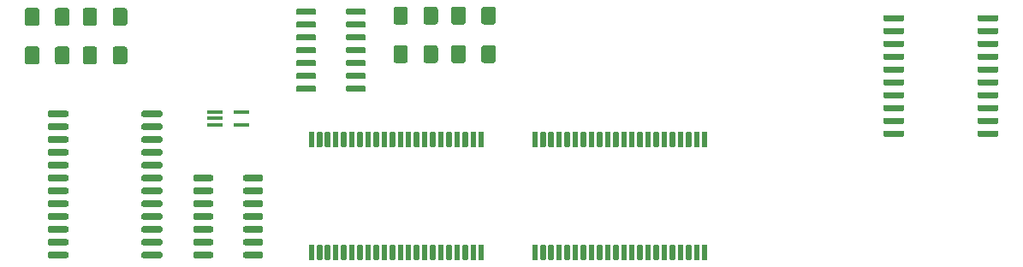
<source format=gtp>
G04 #@! TF.GenerationSoftware,KiCad,Pcbnew,(5.1.2-1)-1*
G04 #@! TF.CreationDate,2019-05-25T20:49:50+01:00*
G04 #@! TF.ProjectId,SRAM Board 2MB,5352414d-2042-46f6-9172-6420324d422e,rev?*
G04 #@! TF.SameCoordinates,Original*
G04 #@! TF.FileFunction,Paste,Top*
G04 #@! TF.FilePolarity,Positive*
%FSLAX46Y46*%
G04 Gerber Fmt 4.6, Leading zero omitted, Abs format (unit mm)*
G04 Created by KiCad (PCBNEW (5.1.2-1)-1) date 2019-05-25 20:49:50*
%MOMM*%
%LPD*%
G04 APERTURE LIST*
%ADD10C,0.100000*%
%ADD11C,0.600000*%
%ADD12C,1.425000*%
%ADD13C,0.550000*%
%ADD14R,1.500000X0.400000*%
G04 APERTURE END LIST*
D10*
G36*
X250649703Y-73995722D02*
G01*
X250664264Y-73997882D01*
X250678543Y-74001459D01*
X250692403Y-74006418D01*
X250705710Y-74012712D01*
X250718336Y-74020280D01*
X250730159Y-74029048D01*
X250741066Y-74038934D01*
X250750952Y-74049841D01*
X250759720Y-74061664D01*
X250767288Y-74074290D01*
X250773582Y-74087597D01*
X250778541Y-74101457D01*
X250782118Y-74115736D01*
X250784278Y-74130297D01*
X250785000Y-74145000D01*
X250785000Y-74445000D01*
X250784278Y-74459703D01*
X250782118Y-74474264D01*
X250778541Y-74488543D01*
X250773582Y-74502403D01*
X250767288Y-74515710D01*
X250759720Y-74528336D01*
X250750952Y-74540159D01*
X250741066Y-74551066D01*
X250730159Y-74560952D01*
X250718336Y-74569720D01*
X250705710Y-74577288D01*
X250692403Y-74583582D01*
X250678543Y-74588541D01*
X250664264Y-74592118D01*
X250649703Y-74594278D01*
X250635000Y-74595000D01*
X248885000Y-74595000D01*
X248870297Y-74594278D01*
X248855736Y-74592118D01*
X248841457Y-74588541D01*
X248827597Y-74583582D01*
X248814290Y-74577288D01*
X248801664Y-74569720D01*
X248789841Y-74560952D01*
X248778934Y-74551066D01*
X248769048Y-74540159D01*
X248760280Y-74528336D01*
X248752712Y-74515710D01*
X248746418Y-74502403D01*
X248741459Y-74488543D01*
X248737882Y-74474264D01*
X248735722Y-74459703D01*
X248735000Y-74445000D01*
X248735000Y-74145000D01*
X248735722Y-74130297D01*
X248737882Y-74115736D01*
X248741459Y-74101457D01*
X248746418Y-74087597D01*
X248752712Y-74074290D01*
X248760280Y-74061664D01*
X248769048Y-74049841D01*
X248778934Y-74038934D01*
X248789841Y-74029048D01*
X248801664Y-74020280D01*
X248814290Y-74012712D01*
X248827597Y-74006418D01*
X248841457Y-74001459D01*
X248855736Y-73997882D01*
X248870297Y-73995722D01*
X248885000Y-73995000D01*
X250635000Y-73995000D01*
X250649703Y-73995722D01*
X250649703Y-73995722D01*
G37*
D11*
X249760000Y-74295000D03*
D10*
G36*
X250649703Y-75265722D02*
G01*
X250664264Y-75267882D01*
X250678543Y-75271459D01*
X250692403Y-75276418D01*
X250705710Y-75282712D01*
X250718336Y-75290280D01*
X250730159Y-75299048D01*
X250741066Y-75308934D01*
X250750952Y-75319841D01*
X250759720Y-75331664D01*
X250767288Y-75344290D01*
X250773582Y-75357597D01*
X250778541Y-75371457D01*
X250782118Y-75385736D01*
X250784278Y-75400297D01*
X250785000Y-75415000D01*
X250785000Y-75715000D01*
X250784278Y-75729703D01*
X250782118Y-75744264D01*
X250778541Y-75758543D01*
X250773582Y-75772403D01*
X250767288Y-75785710D01*
X250759720Y-75798336D01*
X250750952Y-75810159D01*
X250741066Y-75821066D01*
X250730159Y-75830952D01*
X250718336Y-75839720D01*
X250705710Y-75847288D01*
X250692403Y-75853582D01*
X250678543Y-75858541D01*
X250664264Y-75862118D01*
X250649703Y-75864278D01*
X250635000Y-75865000D01*
X248885000Y-75865000D01*
X248870297Y-75864278D01*
X248855736Y-75862118D01*
X248841457Y-75858541D01*
X248827597Y-75853582D01*
X248814290Y-75847288D01*
X248801664Y-75839720D01*
X248789841Y-75830952D01*
X248778934Y-75821066D01*
X248769048Y-75810159D01*
X248760280Y-75798336D01*
X248752712Y-75785710D01*
X248746418Y-75772403D01*
X248741459Y-75758543D01*
X248737882Y-75744264D01*
X248735722Y-75729703D01*
X248735000Y-75715000D01*
X248735000Y-75415000D01*
X248735722Y-75400297D01*
X248737882Y-75385736D01*
X248741459Y-75371457D01*
X248746418Y-75357597D01*
X248752712Y-75344290D01*
X248760280Y-75331664D01*
X248769048Y-75319841D01*
X248778934Y-75308934D01*
X248789841Y-75299048D01*
X248801664Y-75290280D01*
X248814290Y-75282712D01*
X248827597Y-75276418D01*
X248841457Y-75271459D01*
X248855736Y-75267882D01*
X248870297Y-75265722D01*
X248885000Y-75265000D01*
X250635000Y-75265000D01*
X250649703Y-75265722D01*
X250649703Y-75265722D01*
G37*
D11*
X249760000Y-75565000D03*
D10*
G36*
X250649703Y-76535722D02*
G01*
X250664264Y-76537882D01*
X250678543Y-76541459D01*
X250692403Y-76546418D01*
X250705710Y-76552712D01*
X250718336Y-76560280D01*
X250730159Y-76569048D01*
X250741066Y-76578934D01*
X250750952Y-76589841D01*
X250759720Y-76601664D01*
X250767288Y-76614290D01*
X250773582Y-76627597D01*
X250778541Y-76641457D01*
X250782118Y-76655736D01*
X250784278Y-76670297D01*
X250785000Y-76685000D01*
X250785000Y-76985000D01*
X250784278Y-76999703D01*
X250782118Y-77014264D01*
X250778541Y-77028543D01*
X250773582Y-77042403D01*
X250767288Y-77055710D01*
X250759720Y-77068336D01*
X250750952Y-77080159D01*
X250741066Y-77091066D01*
X250730159Y-77100952D01*
X250718336Y-77109720D01*
X250705710Y-77117288D01*
X250692403Y-77123582D01*
X250678543Y-77128541D01*
X250664264Y-77132118D01*
X250649703Y-77134278D01*
X250635000Y-77135000D01*
X248885000Y-77135000D01*
X248870297Y-77134278D01*
X248855736Y-77132118D01*
X248841457Y-77128541D01*
X248827597Y-77123582D01*
X248814290Y-77117288D01*
X248801664Y-77109720D01*
X248789841Y-77100952D01*
X248778934Y-77091066D01*
X248769048Y-77080159D01*
X248760280Y-77068336D01*
X248752712Y-77055710D01*
X248746418Y-77042403D01*
X248741459Y-77028543D01*
X248737882Y-77014264D01*
X248735722Y-76999703D01*
X248735000Y-76985000D01*
X248735000Y-76685000D01*
X248735722Y-76670297D01*
X248737882Y-76655736D01*
X248741459Y-76641457D01*
X248746418Y-76627597D01*
X248752712Y-76614290D01*
X248760280Y-76601664D01*
X248769048Y-76589841D01*
X248778934Y-76578934D01*
X248789841Y-76569048D01*
X248801664Y-76560280D01*
X248814290Y-76552712D01*
X248827597Y-76546418D01*
X248841457Y-76541459D01*
X248855736Y-76537882D01*
X248870297Y-76535722D01*
X248885000Y-76535000D01*
X250635000Y-76535000D01*
X250649703Y-76535722D01*
X250649703Y-76535722D01*
G37*
D11*
X249760000Y-76835000D03*
D10*
G36*
X250649703Y-77805722D02*
G01*
X250664264Y-77807882D01*
X250678543Y-77811459D01*
X250692403Y-77816418D01*
X250705710Y-77822712D01*
X250718336Y-77830280D01*
X250730159Y-77839048D01*
X250741066Y-77848934D01*
X250750952Y-77859841D01*
X250759720Y-77871664D01*
X250767288Y-77884290D01*
X250773582Y-77897597D01*
X250778541Y-77911457D01*
X250782118Y-77925736D01*
X250784278Y-77940297D01*
X250785000Y-77955000D01*
X250785000Y-78255000D01*
X250784278Y-78269703D01*
X250782118Y-78284264D01*
X250778541Y-78298543D01*
X250773582Y-78312403D01*
X250767288Y-78325710D01*
X250759720Y-78338336D01*
X250750952Y-78350159D01*
X250741066Y-78361066D01*
X250730159Y-78370952D01*
X250718336Y-78379720D01*
X250705710Y-78387288D01*
X250692403Y-78393582D01*
X250678543Y-78398541D01*
X250664264Y-78402118D01*
X250649703Y-78404278D01*
X250635000Y-78405000D01*
X248885000Y-78405000D01*
X248870297Y-78404278D01*
X248855736Y-78402118D01*
X248841457Y-78398541D01*
X248827597Y-78393582D01*
X248814290Y-78387288D01*
X248801664Y-78379720D01*
X248789841Y-78370952D01*
X248778934Y-78361066D01*
X248769048Y-78350159D01*
X248760280Y-78338336D01*
X248752712Y-78325710D01*
X248746418Y-78312403D01*
X248741459Y-78298543D01*
X248737882Y-78284264D01*
X248735722Y-78269703D01*
X248735000Y-78255000D01*
X248735000Y-77955000D01*
X248735722Y-77940297D01*
X248737882Y-77925736D01*
X248741459Y-77911457D01*
X248746418Y-77897597D01*
X248752712Y-77884290D01*
X248760280Y-77871664D01*
X248769048Y-77859841D01*
X248778934Y-77848934D01*
X248789841Y-77839048D01*
X248801664Y-77830280D01*
X248814290Y-77822712D01*
X248827597Y-77816418D01*
X248841457Y-77811459D01*
X248855736Y-77807882D01*
X248870297Y-77805722D01*
X248885000Y-77805000D01*
X250635000Y-77805000D01*
X250649703Y-77805722D01*
X250649703Y-77805722D01*
G37*
D11*
X249760000Y-78105000D03*
D10*
G36*
X250649703Y-79075722D02*
G01*
X250664264Y-79077882D01*
X250678543Y-79081459D01*
X250692403Y-79086418D01*
X250705710Y-79092712D01*
X250718336Y-79100280D01*
X250730159Y-79109048D01*
X250741066Y-79118934D01*
X250750952Y-79129841D01*
X250759720Y-79141664D01*
X250767288Y-79154290D01*
X250773582Y-79167597D01*
X250778541Y-79181457D01*
X250782118Y-79195736D01*
X250784278Y-79210297D01*
X250785000Y-79225000D01*
X250785000Y-79525000D01*
X250784278Y-79539703D01*
X250782118Y-79554264D01*
X250778541Y-79568543D01*
X250773582Y-79582403D01*
X250767288Y-79595710D01*
X250759720Y-79608336D01*
X250750952Y-79620159D01*
X250741066Y-79631066D01*
X250730159Y-79640952D01*
X250718336Y-79649720D01*
X250705710Y-79657288D01*
X250692403Y-79663582D01*
X250678543Y-79668541D01*
X250664264Y-79672118D01*
X250649703Y-79674278D01*
X250635000Y-79675000D01*
X248885000Y-79675000D01*
X248870297Y-79674278D01*
X248855736Y-79672118D01*
X248841457Y-79668541D01*
X248827597Y-79663582D01*
X248814290Y-79657288D01*
X248801664Y-79649720D01*
X248789841Y-79640952D01*
X248778934Y-79631066D01*
X248769048Y-79620159D01*
X248760280Y-79608336D01*
X248752712Y-79595710D01*
X248746418Y-79582403D01*
X248741459Y-79568543D01*
X248737882Y-79554264D01*
X248735722Y-79539703D01*
X248735000Y-79525000D01*
X248735000Y-79225000D01*
X248735722Y-79210297D01*
X248737882Y-79195736D01*
X248741459Y-79181457D01*
X248746418Y-79167597D01*
X248752712Y-79154290D01*
X248760280Y-79141664D01*
X248769048Y-79129841D01*
X248778934Y-79118934D01*
X248789841Y-79109048D01*
X248801664Y-79100280D01*
X248814290Y-79092712D01*
X248827597Y-79086418D01*
X248841457Y-79081459D01*
X248855736Y-79077882D01*
X248870297Y-79075722D01*
X248885000Y-79075000D01*
X250635000Y-79075000D01*
X250649703Y-79075722D01*
X250649703Y-79075722D01*
G37*
D11*
X249760000Y-79375000D03*
D10*
G36*
X250649703Y-80345722D02*
G01*
X250664264Y-80347882D01*
X250678543Y-80351459D01*
X250692403Y-80356418D01*
X250705710Y-80362712D01*
X250718336Y-80370280D01*
X250730159Y-80379048D01*
X250741066Y-80388934D01*
X250750952Y-80399841D01*
X250759720Y-80411664D01*
X250767288Y-80424290D01*
X250773582Y-80437597D01*
X250778541Y-80451457D01*
X250782118Y-80465736D01*
X250784278Y-80480297D01*
X250785000Y-80495000D01*
X250785000Y-80795000D01*
X250784278Y-80809703D01*
X250782118Y-80824264D01*
X250778541Y-80838543D01*
X250773582Y-80852403D01*
X250767288Y-80865710D01*
X250759720Y-80878336D01*
X250750952Y-80890159D01*
X250741066Y-80901066D01*
X250730159Y-80910952D01*
X250718336Y-80919720D01*
X250705710Y-80927288D01*
X250692403Y-80933582D01*
X250678543Y-80938541D01*
X250664264Y-80942118D01*
X250649703Y-80944278D01*
X250635000Y-80945000D01*
X248885000Y-80945000D01*
X248870297Y-80944278D01*
X248855736Y-80942118D01*
X248841457Y-80938541D01*
X248827597Y-80933582D01*
X248814290Y-80927288D01*
X248801664Y-80919720D01*
X248789841Y-80910952D01*
X248778934Y-80901066D01*
X248769048Y-80890159D01*
X248760280Y-80878336D01*
X248752712Y-80865710D01*
X248746418Y-80852403D01*
X248741459Y-80838543D01*
X248737882Y-80824264D01*
X248735722Y-80809703D01*
X248735000Y-80795000D01*
X248735000Y-80495000D01*
X248735722Y-80480297D01*
X248737882Y-80465736D01*
X248741459Y-80451457D01*
X248746418Y-80437597D01*
X248752712Y-80424290D01*
X248760280Y-80411664D01*
X248769048Y-80399841D01*
X248778934Y-80388934D01*
X248789841Y-80379048D01*
X248801664Y-80370280D01*
X248814290Y-80362712D01*
X248827597Y-80356418D01*
X248841457Y-80351459D01*
X248855736Y-80347882D01*
X248870297Y-80345722D01*
X248885000Y-80345000D01*
X250635000Y-80345000D01*
X250649703Y-80345722D01*
X250649703Y-80345722D01*
G37*
D11*
X249760000Y-80645000D03*
D10*
G36*
X250649703Y-81615722D02*
G01*
X250664264Y-81617882D01*
X250678543Y-81621459D01*
X250692403Y-81626418D01*
X250705710Y-81632712D01*
X250718336Y-81640280D01*
X250730159Y-81649048D01*
X250741066Y-81658934D01*
X250750952Y-81669841D01*
X250759720Y-81681664D01*
X250767288Y-81694290D01*
X250773582Y-81707597D01*
X250778541Y-81721457D01*
X250782118Y-81735736D01*
X250784278Y-81750297D01*
X250785000Y-81765000D01*
X250785000Y-82065000D01*
X250784278Y-82079703D01*
X250782118Y-82094264D01*
X250778541Y-82108543D01*
X250773582Y-82122403D01*
X250767288Y-82135710D01*
X250759720Y-82148336D01*
X250750952Y-82160159D01*
X250741066Y-82171066D01*
X250730159Y-82180952D01*
X250718336Y-82189720D01*
X250705710Y-82197288D01*
X250692403Y-82203582D01*
X250678543Y-82208541D01*
X250664264Y-82212118D01*
X250649703Y-82214278D01*
X250635000Y-82215000D01*
X248885000Y-82215000D01*
X248870297Y-82214278D01*
X248855736Y-82212118D01*
X248841457Y-82208541D01*
X248827597Y-82203582D01*
X248814290Y-82197288D01*
X248801664Y-82189720D01*
X248789841Y-82180952D01*
X248778934Y-82171066D01*
X248769048Y-82160159D01*
X248760280Y-82148336D01*
X248752712Y-82135710D01*
X248746418Y-82122403D01*
X248741459Y-82108543D01*
X248737882Y-82094264D01*
X248735722Y-82079703D01*
X248735000Y-82065000D01*
X248735000Y-81765000D01*
X248735722Y-81750297D01*
X248737882Y-81735736D01*
X248741459Y-81721457D01*
X248746418Y-81707597D01*
X248752712Y-81694290D01*
X248760280Y-81681664D01*
X248769048Y-81669841D01*
X248778934Y-81658934D01*
X248789841Y-81649048D01*
X248801664Y-81640280D01*
X248814290Y-81632712D01*
X248827597Y-81626418D01*
X248841457Y-81621459D01*
X248855736Y-81617882D01*
X248870297Y-81615722D01*
X248885000Y-81615000D01*
X250635000Y-81615000D01*
X250649703Y-81615722D01*
X250649703Y-81615722D01*
G37*
D11*
X249760000Y-81915000D03*
D10*
G36*
X250649703Y-82885722D02*
G01*
X250664264Y-82887882D01*
X250678543Y-82891459D01*
X250692403Y-82896418D01*
X250705710Y-82902712D01*
X250718336Y-82910280D01*
X250730159Y-82919048D01*
X250741066Y-82928934D01*
X250750952Y-82939841D01*
X250759720Y-82951664D01*
X250767288Y-82964290D01*
X250773582Y-82977597D01*
X250778541Y-82991457D01*
X250782118Y-83005736D01*
X250784278Y-83020297D01*
X250785000Y-83035000D01*
X250785000Y-83335000D01*
X250784278Y-83349703D01*
X250782118Y-83364264D01*
X250778541Y-83378543D01*
X250773582Y-83392403D01*
X250767288Y-83405710D01*
X250759720Y-83418336D01*
X250750952Y-83430159D01*
X250741066Y-83441066D01*
X250730159Y-83450952D01*
X250718336Y-83459720D01*
X250705710Y-83467288D01*
X250692403Y-83473582D01*
X250678543Y-83478541D01*
X250664264Y-83482118D01*
X250649703Y-83484278D01*
X250635000Y-83485000D01*
X248885000Y-83485000D01*
X248870297Y-83484278D01*
X248855736Y-83482118D01*
X248841457Y-83478541D01*
X248827597Y-83473582D01*
X248814290Y-83467288D01*
X248801664Y-83459720D01*
X248789841Y-83450952D01*
X248778934Y-83441066D01*
X248769048Y-83430159D01*
X248760280Y-83418336D01*
X248752712Y-83405710D01*
X248746418Y-83392403D01*
X248741459Y-83378543D01*
X248737882Y-83364264D01*
X248735722Y-83349703D01*
X248735000Y-83335000D01*
X248735000Y-83035000D01*
X248735722Y-83020297D01*
X248737882Y-83005736D01*
X248741459Y-82991457D01*
X248746418Y-82977597D01*
X248752712Y-82964290D01*
X248760280Y-82951664D01*
X248769048Y-82939841D01*
X248778934Y-82928934D01*
X248789841Y-82919048D01*
X248801664Y-82910280D01*
X248814290Y-82902712D01*
X248827597Y-82896418D01*
X248841457Y-82891459D01*
X248855736Y-82887882D01*
X248870297Y-82885722D01*
X248885000Y-82885000D01*
X250635000Y-82885000D01*
X250649703Y-82885722D01*
X250649703Y-82885722D01*
G37*
D11*
X249760000Y-83185000D03*
D10*
G36*
X250649703Y-84155722D02*
G01*
X250664264Y-84157882D01*
X250678543Y-84161459D01*
X250692403Y-84166418D01*
X250705710Y-84172712D01*
X250718336Y-84180280D01*
X250730159Y-84189048D01*
X250741066Y-84198934D01*
X250750952Y-84209841D01*
X250759720Y-84221664D01*
X250767288Y-84234290D01*
X250773582Y-84247597D01*
X250778541Y-84261457D01*
X250782118Y-84275736D01*
X250784278Y-84290297D01*
X250785000Y-84305000D01*
X250785000Y-84605000D01*
X250784278Y-84619703D01*
X250782118Y-84634264D01*
X250778541Y-84648543D01*
X250773582Y-84662403D01*
X250767288Y-84675710D01*
X250759720Y-84688336D01*
X250750952Y-84700159D01*
X250741066Y-84711066D01*
X250730159Y-84720952D01*
X250718336Y-84729720D01*
X250705710Y-84737288D01*
X250692403Y-84743582D01*
X250678543Y-84748541D01*
X250664264Y-84752118D01*
X250649703Y-84754278D01*
X250635000Y-84755000D01*
X248885000Y-84755000D01*
X248870297Y-84754278D01*
X248855736Y-84752118D01*
X248841457Y-84748541D01*
X248827597Y-84743582D01*
X248814290Y-84737288D01*
X248801664Y-84729720D01*
X248789841Y-84720952D01*
X248778934Y-84711066D01*
X248769048Y-84700159D01*
X248760280Y-84688336D01*
X248752712Y-84675710D01*
X248746418Y-84662403D01*
X248741459Y-84648543D01*
X248737882Y-84634264D01*
X248735722Y-84619703D01*
X248735000Y-84605000D01*
X248735000Y-84305000D01*
X248735722Y-84290297D01*
X248737882Y-84275736D01*
X248741459Y-84261457D01*
X248746418Y-84247597D01*
X248752712Y-84234290D01*
X248760280Y-84221664D01*
X248769048Y-84209841D01*
X248778934Y-84198934D01*
X248789841Y-84189048D01*
X248801664Y-84180280D01*
X248814290Y-84172712D01*
X248827597Y-84166418D01*
X248841457Y-84161459D01*
X248855736Y-84157882D01*
X248870297Y-84155722D01*
X248885000Y-84155000D01*
X250635000Y-84155000D01*
X250649703Y-84155722D01*
X250649703Y-84155722D01*
G37*
D11*
X249760000Y-84455000D03*
D10*
G36*
X250649703Y-85425722D02*
G01*
X250664264Y-85427882D01*
X250678543Y-85431459D01*
X250692403Y-85436418D01*
X250705710Y-85442712D01*
X250718336Y-85450280D01*
X250730159Y-85459048D01*
X250741066Y-85468934D01*
X250750952Y-85479841D01*
X250759720Y-85491664D01*
X250767288Y-85504290D01*
X250773582Y-85517597D01*
X250778541Y-85531457D01*
X250782118Y-85545736D01*
X250784278Y-85560297D01*
X250785000Y-85575000D01*
X250785000Y-85875000D01*
X250784278Y-85889703D01*
X250782118Y-85904264D01*
X250778541Y-85918543D01*
X250773582Y-85932403D01*
X250767288Y-85945710D01*
X250759720Y-85958336D01*
X250750952Y-85970159D01*
X250741066Y-85981066D01*
X250730159Y-85990952D01*
X250718336Y-85999720D01*
X250705710Y-86007288D01*
X250692403Y-86013582D01*
X250678543Y-86018541D01*
X250664264Y-86022118D01*
X250649703Y-86024278D01*
X250635000Y-86025000D01*
X248885000Y-86025000D01*
X248870297Y-86024278D01*
X248855736Y-86022118D01*
X248841457Y-86018541D01*
X248827597Y-86013582D01*
X248814290Y-86007288D01*
X248801664Y-85999720D01*
X248789841Y-85990952D01*
X248778934Y-85981066D01*
X248769048Y-85970159D01*
X248760280Y-85958336D01*
X248752712Y-85945710D01*
X248746418Y-85932403D01*
X248741459Y-85918543D01*
X248737882Y-85904264D01*
X248735722Y-85889703D01*
X248735000Y-85875000D01*
X248735000Y-85575000D01*
X248735722Y-85560297D01*
X248737882Y-85545736D01*
X248741459Y-85531457D01*
X248746418Y-85517597D01*
X248752712Y-85504290D01*
X248760280Y-85491664D01*
X248769048Y-85479841D01*
X248778934Y-85468934D01*
X248789841Y-85459048D01*
X248801664Y-85450280D01*
X248814290Y-85442712D01*
X248827597Y-85436418D01*
X248841457Y-85431459D01*
X248855736Y-85427882D01*
X248870297Y-85425722D01*
X248885000Y-85425000D01*
X250635000Y-85425000D01*
X250649703Y-85425722D01*
X250649703Y-85425722D01*
G37*
D11*
X249760000Y-85725000D03*
D10*
G36*
X241349703Y-85425722D02*
G01*
X241364264Y-85427882D01*
X241378543Y-85431459D01*
X241392403Y-85436418D01*
X241405710Y-85442712D01*
X241418336Y-85450280D01*
X241430159Y-85459048D01*
X241441066Y-85468934D01*
X241450952Y-85479841D01*
X241459720Y-85491664D01*
X241467288Y-85504290D01*
X241473582Y-85517597D01*
X241478541Y-85531457D01*
X241482118Y-85545736D01*
X241484278Y-85560297D01*
X241485000Y-85575000D01*
X241485000Y-85875000D01*
X241484278Y-85889703D01*
X241482118Y-85904264D01*
X241478541Y-85918543D01*
X241473582Y-85932403D01*
X241467288Y-85945710D01*
X241459720Y-85958336D01*
X241450952Y-85970159D01*
X241441066Y-85981066D01*
X241430159Y-85990952D01*
X241418336Y-85999720D01*
X241405710Y-86007288D01*
X241392403Y-86013582D01*
X241378543Y-86018541D01*
X241364264Y-86022118D01*
X241349703Y-86024278D01*
X241335000Y-86025000D01*
X239585000Y-86025000D01*
X239570297Y-86024278D01*
X239555736Y-86022118D01*
X239541457Y-86018541D01*
X239527597Y-86013582D01*
X239514290Y-86007288D01*
X239501664Y-85999720D01*
X239489841Y-85990952D01*
X239478934Y-85981066D01*
X239469048Y-85970159D01*
X239460280Y-85958336D01*
X239452712Y-85945710D01*
X239446418Y-85932403D01*
X239441459Y-85918543D01*
X239437882Y-85904264D01*
X239435722Y-85889703D01*
X239435000Y-85875000D01*
X239435000Y-85575000D01*
X239435722Y-85560297D01*
X239437882Y-85545736D01*
X239441459Y-85531457D01*
X239446418Y-85517597D01*
X239452712Y-85504290D01*
X239460280Y-85491664D01*
X239469048Y-85479841D01*
X239478934Y-85468934D01*
X239489841Y-85459048D01*
X239501664Y-85450280D01*
X239514290Y-85442712D01*
X239527597Y-85436418D01*
X239541457Y-85431459D01*
X239555736Y-85427882D01*
X239570297Y-85425722D01*
X239585000Y-85425000D01*
X241335000Y-85425000D01*
X241349703Y-85425722D01*
X241349703Y-85425722D01*
G37*
D11*
X240460000Y-85725000D03*
D10*
G36*
X241349703Y-84155722D02*
G01*
X241364264Y-84157882D01*
X241378543Y-84161459D01*
X241392403Y-84166418D01*
X241405710Y-84172712D01*
X241418336Y-84180280D01*
X241430159Y-84189048D01*
X241441066Y-84198934D01*
X241450952Y-84209841D01*
X241459720Y-84221664D01*
X241467288Y-84234290D01*
X241473582Y-84247597D01*
X241478541Y-84261457D01*
X241482118Y-84275736D01*
X241484278Y-84290297D01*
X241485000Y-84305000D01*
X241485000Y-84605000D01*
X241484278Y-84619703D01*
X241482118Y-84634264D01*
X241478541Y-84648543D01*
X241473582Y-84662403D01*
X241467288Y-84675710D01*
X241459720Y-84688336D01*
X241450952Y-84700159D01*
X241441066Y-84711066D01*
X241430159Y-84720952D01*
X241418336Y-84729720D01*
X241405710Y-84737288D01*
X241392403Y-84743582D01*
X241378543Y-84748541D01*
X241364264Y-84752118D01*
X241349703Y-84754278D01*
X241335000Y-84755000D01*
X239585000Y-84755000D01*
X239570297Y-84754278D01*
X239555736Y-84752118D01*
X239541457Y-84748541D01*
X239527597Y-84743582D01*
X239514290Y-84737288D01*
X239501664Y-84729720D01*
X239489841Y-84720952D01*
X239478934Y-84711066D01*
X239469048Y-84700159D01*
X239460280Y-84688336D01*
X239452712Y-84675710D01*
X239446418Y-84662403D01*
X239441459Y-84648543D01*
X239437882Y-84634264D01*
X239435722Y-84619703D01*
X239435000Y-84605000D01*
X239435000Y-84305000D01*
X239435722Y-84290297D01*
X239437882Y-84275736D01*
X239441459Y-84261457D01*
X239446418Y-84247597D01*
X239452712Y-84234290D01*
X239460280Y-84221664D01*
X239469048Y-84209841D01*
X239478934Y-84198934D01*
X239489841Y-84189048D01*
X239501664Y-84180280D01*
X239514290Y-84172712D01*
X239527597Y-84166418D01*
X239541457Y-84161459D01*
X239555736Y-84157882D01*
X239570297Y-84155722D01*
X239585000Y-84155000D01*
X241335000Y-84155000D01*
X241349703Y-84155722D01*
X241349703Y-84155722D01*
G37*
D11*
X240460000Y-84455000D03*
D10*
G36*
X241349703Y-82885722D02*
G01*
X241364264Y-82887882D01*
X241378543Y-82891459D01*
X241392403Y-82896418D01*
X241405710Y-82902712D01*
X241418336Y-82910280D01*
X241430159Y-82919048D01*
X241441066Y-82928934D01*
X241450952Y-82939841D01*
X241459720Y-82951664D01*
X241467288Y-82964290D01*
X241473582Y-82977597D01*
X241478541Y-82991457D01*
X241482118Y-83005736D01*
X241484278Y-83020297D01*
X241485000Y-83035000D01*
X241485000Y-83335000D01*
X241484278Y-83349703D01*
X241482118Y-83364264D01*
X241478541Y-83378543D01*
X241473582Y-83392403D01*
X241467288Y-83405710D01*
X241459720Y-83418336D01*
X241450952Y-83430159D01*
X241441066Y-83441066D01*
X241430159Y-83450952D01*
X241418336Y-83459720D01*
X241405710Y-83467288D01*
X241392403Y-83473582D01*
X241378543Y-83478541D01*
X241364264Y-83482118D01*
X241349703Y-83484278D01*
X241335000Y-83485000D01*
X239585000Y-83485000D01*
X239570297Y-83484278D01*
X239555736Y-83482118D01*
X239541457Y-83478541D01*
X239527597Y-83473582D01*
X239514290Y-83467288D01*
X239501664Y-83459720D01*
X239489841Y-83450952D01*
X239478934Y-83441066D01*
X239469048Y-83430159D01*
X239460280Y-83418336D01*
X239452712Y-83405710D01*
X239446418Y-83392403D01*
X239441459Y-83378543D01*
X239437882Y-83364264D01*
X239435722Y-83349703D01*
X239435000Y-83335000D01*
X239435000Y-83035000D01*
X239435722Y-83020297D01*
X239437882Y-83005736D01*
X239441459Y-82991457D01*
X239446418Y-82977597D01*
X239452712Y-82964290D01*
X239460280Y-82951664D01*
X239469048Y-82939841D01*
X239478934Y-82928934D01*
X239489841Y-82919048D01*
X239501664Y-82910280D01*
X239514290Y-82902712D01*
X239527597Y-82896418D01*
X239541457Y-82891459D01*
X239555736Y-82887882D01*
X239570297Y-82885722D01*
X239585000Y-82885000D01*
X241335000Y-82885000D01*
X241349703Y-82885722D01*
X241349703Y-82885722D01*
G37*
D11*
X240460000Y-83185000D03*
D10*
G36*
X241349703Y-81615722D02*
G01*
X241364264Y-81617882D01*
X241378543Y-81621459D01*
X241392403Y-81626418D01*
X241405710Y-81632712D01*
X241418336Y-81640280D01*
X241430159Y-81649048D01*
X241441066Y-81658934D01*
X241450952Y-81669841D01*
X241459720Y-81681664D01*
X241467288Y-81694290D01*
X241473582Y-81707597D01*
X241478541Y-81721457D01*
X241482118Y-81735736D01*
X241484278Y-81750297D01*
X241485000Y-81765000D01*
X241485000Y-82065000D01*
X241484278Y-82079703D01*
X241482118Y-82094264D01*
X241478541Y-82108543D01*
X241473582Y-82122403D01*
X241467288Y-82135710D01*
X241459720Y-82148336D01*
X241450952Y-82160159D01*
X241441066Y-82171066D01*
X241430159Y-82180952D01*
X241418336Y-82189720D01*
X241405710Y-82197288D01*
X241392403Y-82203582D01*
X241378543Y-82208541D01*
X241364264Y-82212118D01*
X241349703Y-82214278D01*
X241335000Y-82215000D01*
X239585000Y-82215000D01*
X239570297Y-82214278D01*
X239555736Y-82212118D01*
X239541457Y-82208541D01*
X239527597Y-82203582D01*
X239514290Y-82197288D01*
X239501664Y-82189720D01*
X239489841Y-82180952D01*
X239478934Y-82171066D01*
X239469048Y-82160159D01*
X239460280Y-82148336D01*
X239452712Y-82135710D01*
X239446418Y-82122403D01*
X239441459Y-82108543D01*
X239437882Y-82094264D01*
X239435722Y-82079703D01*
X239435000Y-82065000D01*
X239435000Y-81765000D01*
X239435722Y-81750297D01*
X239437882Y-81735736D01*
X239441459Y-81721457D01*
X239446418Y-81707597D01*
X239452712Y-81694290D01*
X239460280Y-81681664D01*
X239469048Y-81669841D01*
X239478934Y-81658934D01*
X239489841Y-81649048D01*
X239501664Y-81640280D01*
X239514290Y-81632712D01*
X239527597Y-81626418D01*
X239541457Y-81621459D01*
X239555736Y-81617882D01*
X239570297Y-81615722D01*
X239585000Y-81615000D01*
X241335000Y-81615000D01*
X241349703Y-81615722D01*
X241349703Y-81615722D01*
G37*
D11*
X240460000Y-81915000D03*
D10*
G36*
X241349703Y-80345722D02*
G01*
X241364264Y-80347882D01*
X241378543Y-80351459D01*
X241392403Y-80356418D01*
X241405710Y-80362712D01*
X241418336Y-80370280D01*
X241430159Y-80379048D01*
X241441066Y-80388934D01*
X241450952Y-80399841D01*
X241459720Y-80411664D01*
X241467288Y-80424290D01*
X241473582Y-80437597D01*
X241478541Y-80451457D01*
X241482118Y-80465736D01*
X241484278Y-80480297D01*
X241485000Y-80495000D01*
X241485000Y-80795000D01*
X241484278Y-80809703D01*
X241482118Y-80824264D01*
X241478541Y-80838543D01*
X241473582Y-80852403D01*
X241467288Y-80865710D01*
X241459720Y-80878336D01*
X241450952Y-80890159D01*
X241441066Y-80901066D01*
X241430159Y-80910952D01*
X241418336Y-80919720D01*
X241405710Y-80927288D01*
X241392403Y-80933582D01*
X241378543Y-80938541D01*
X241364264Y-80942118D01*
X241349703Y-80944278D01*
X241335000Y-80945000D01*
X239585000Y-80945000D01*
X239570297Y-80944278D01*
X239555736Y-80942118D01*
X239541457Y-80938541D01*
X239527597Y-80933582D01*
X239514290Y-80927288D01*
X239501664Y-80919720D01*
X239489841Y-80910952D01*
X239478934Y-80901066D01*
X239469048Y-80890159D01*
X239460280Y-80878336D01*
X239452712Y-80865710D01*
X239446418Y-80852403D01*
X239441459Y-80838543D01*
X239437882Y-80824264D01*
X239435722Y-80809703D01*
X239435000Y-80795000D01*
X239435000Y-80495000D01*
X239435722Y-80480297D01*
X239437882Y-80465736D01*
X239441459Y-80451457D01*
X239446418Y-80437597D01*
X239452712Y-80424290D01*
X239460280Y-80411664D01*
X239469048Y-80399841D01*
X239478934Y-80388934D01*
X239489841Y-80379048D01*
X239501664Y-80370280D01*
X239514290Y-80362712D01*
X239527597Y-80356418D01*
X239541457Y-80351459D01*
X239555736Y-80347882D01*
X239570297Y-80345722D01*
X239585000Y-80345000D01*
X241335000Y-80345000D01*
X241349703Y-80345722D01*
X241349703Y-80345722D01*
G37*
D11*
X240460000Y-80645000D03*
D10*
G36*
X241349703Y-79075722D02*
G01*
X241364264Y-79077882D01*
X241378543Y-79081459D01*
X241392403Y-79086418D01*
X241405710Y-79092712D01*
X241418336Y-79100280D01*
X241430159Y-79109048D01*
X241441066Y-79118934D01*
X241450952Y-79129841D01*
X241459720Y-79141664D01*
X241467288Y-79154290D01*
X241473582Y-79167597D01*
X241478541Y-79181457D01*
X241482118Y-79195736D01*
X241484278Y-79210297D01*
X241485000Y-79225000D01*
X241485000Y-79525000D01*
X241484278Y-79539703D01*
X241482118Y-79554264D01*
X241478541Y-79568543D01*
X241473582Y-79582403D01*
X241467288Y-79595710D01*
X241459720Y-79608336D01*
X241450952Y-79620159D01*
X241441066Y-79631066D01*
X241430159Y-79640952D01*
X241418336Y-79649720D01*
X241405710Y-79657288D01*
X241392403Y-79663582D01*
X241378543Y-79668541D01*
X241364264Y-79672118D01*
X241349703Y-79674278D01*
X241335000Y-79675000D01*
X239585000Y-79675000D01*
X239570297Y-79674278D01*
X239555736Y-79672118D01*
X239541457Y-79668541D01*
X239527597Y-79663582D01*
X239514290Y-79657288D01*
X239501664Y-79649720D01*
X239489841Y-79640952D01*
X239478934Y-79631066D01*
X239469048Y-79620159D01*
X239460280Y-79608336D01*
X239452712Y-79595710D01*
X239446418Y-79582403D01*
X239441459Y-79568543D01*
X239437882Y-79554264D01*
X239435722Y-79539703D01*
X239435000Y-79525000D01*
X239435000Y-79225000D01*
X239435722Y-79210297D01*
X239437882Y-79195736D01*
X239441459Y-79181457D01*
X239446418Y-79167597D01*
X239452712Y-79154290D01*
X239460280Y-79141664D01*
X239469048Y-79129841D01*
X239478934Y-79118934D01*
X239489841Y-79109048D01*
X239501664Y-79100280D01*
X239514290Y-79092712D01*
X239527597Y-79086418D01*
X239541457Y-79081459D01*
X239555736Y-79077882D01*
X239570297Y-79075722D01*
X239585000Y-79075000D01*
X241335000Y-79075000D01*
X241349703Y-79075722D01*
X241349703Y-79075722D01*
G37*
D11*
X240460000Y-79375000D03*
D10*
G36*
X241349703Y-77805722D02*
G01*
X241364264Y-77807882D01*
X241378543Y-77811459D01*
X241392403Y-77816418D01*
X241405710Y-77822712D01*
X241418336Y-77830280D01*
X241430159Y-77839048D01*
X241441066Y-77848934D01*
X241450952Y-77859841D01*
X241459720Y-77871664D01*
X241467288Y-77884290D01*
X241473582Y-77897597D01*
X241478541Y-77911457D01*
X241482118Y-77925736D01*
X241484278Y-77940297D01*
X241485000Y-77955000D01*
X241485000Y-78255000D01*
X241484278Y-78269703D01*
X241482118Y-78284264D01*
X241478541Y-78298543D01*
X241473582Y-78312403D01*
X241467288Y-78325710D01*
X241459720Y-78338336D01*
X241450952Y-78350159D01*
X241441066Y-78361066D01*
X241430159Y-78370952D01*
X241418336Y-78379720D01*
X241405710Y-78387288D01*
X241392403Y-78393582D01*
X241378543Y-78398541D01*
X241364264Y-78402118D01*
X241349703Y-78404278D01*
X241335000Y-78405000D01*
X239585000Y-78405000D01*
X239570297Y-78404278D01*
X239555736Y-78402118D01*
X239541457Y-78398541D01*
X239527597Y-78393582D01*
X239514290Y-78387288D01*
X239501664Y-78379720D01*
X239489841Y-78370952D01*
X239478934Y-78361066D01*
X239469048Y-78350159D01*
X239460280Y-78338336D01*
X239452712Y-78325710D01*
X239446418Y-78312403D01*
X239441459Y-78298543D01*
X239437882Y-78284264D01*
X239435722Y-78269703D01*
X239435000Y-78255000D01*
X239435000Y-77955000D01*
X239435722Y-77940297D01*
X239437882Y-77925736D01*
X239441459Y-77911457D01*
X239446418Y-77897597D01*
X239452712Y-77884290D01*
X239460280Y-77871664D01*
X239469048Y-77859841D01*
X239478934Y-77848934D01*
X239489841Y-77839048D01*
X239501664Y-77830280D01*
X239514290Y-77822712D01*
X239527597Y-77816418D01*
X239541457Y-77811459D01*
X239555736Y-77807882D01*
X239570297Y-77805722D01*
X239585000Y-77805000D01*
X241335000Y-77805000D01*
X241349703Y-77805722D01*
X241349703Y-77805722D01*
G37*
D11*
X240460000Y-78105000D03*
D10*
G36*
X241349703Y-76535722D02*
G01*
X241364264Y-76537882D01*
X241378543Y-76541459D01*
X241392403Y-76546418D01*
X241405710Y-76552712D01*
X241418336Y-76560280D01*
X241430159Y-76569048D01*
X241441066Y-76578934D01*
X241450952Y-76589841D01*
X241459720Y-76601664D01*
X241467288Y-76614290D01*
X241473582Y-76627597D01*
X241478541Y-76641457D01*
X241482118Y-76655736D01*
X241484278Y-76670297D01*
X241485000Y-76685000D01*
X241485000Y-76985000D01*
X241484278Y-76999703D01*
X241482118Y-77014264D01*
X241478541Y-77028543D01*
X241473582Y-77042403D01*
X241467288Y-77055710D01*
X241459720Y-77068336D01*
X241450952Y-77080159D01*
X241441066Y-77091066D01*
X241430159Y-77100952D01*
X241418336Y-77109720D01*
X241405710Y-77117288D01*
X241392403Y-77123582D01*
X241378543Y-77128541D01*
X241364264Y-77132118D01*
X241349703Y-77134278D01*
X241335000Y-77135000D01*
X239585000Y-77135000D01*
X239570297Y-77134278D01*
X239555736Y-77132118D01*
X239541457Y-77128541D01*
X239527597Y-77123582D01*
X239514290Y-77117288D01*
X239501664Y-77109720D01*
X239489841Y-77100952D01*
X239478934Y-77091066D01*
X239469048Y-77080159D01*
X239460280Y-77068336D01*
X239452712Y-77055710D01*
X239446418Y-77042403D01*
X239441459Y-77028543D01*
X239437882Y-77014264D01*
X239435722Y-76999703D01*
X239435000Y-76985000D01*
X239435000Y-76685000D01*
X239435722Y-76670297D01*
X239437882Y-76655736D01*
X239441459Y-76641457D01*
X239446418Y-76627597D01*
X239452712Y-76614290D01*
X239460280Y-76601664D01*
X239469048Y-76589841D01*
X239478934Y-76578934D01*
X239489841Y-76569048D01*
X239501664Y-76560280D01*
X239514290Y-76552712D01*
X239527597Y-76546418D01*
X239541457Y-76541459D01*
X239555736Y-76537882D01*
X239570297Y-76535722D01*
X239585000Y-76535000D01*
X241335000Y-76535000D01*
X241349703Y-76535722D01*
X241349703Y-76535722D01*
G37*
D11*
X240460000Y-76835000D03*
D10*
G36*
X241349703Y-75265722D02*
G01*
X241364264Y-75267882D01*
X241378543Y-75271459D01*
X241392403Y-75276418D01*
X241405710Y-75282712D01*
X241418336Y-75290280D01*
X241430159Y-75299048D01*
X241441066Y-75308934D01*
X241450952Y-75319841D01*
X241459720Y-75331664D01*
X241467288Y-75344290D01*
X241473582Y-75357597D01*
X241478541Y-75371457D01*
X241482118Y-75385736D01*
X241484278Y-75400297D01*
X241485000Y-75415000D01*
X241485000Y-75715000D01*
X241484278Y-75729703D01*
X241482118Y-75744264D01*
X241478541Y-75758543D01*
X241473582Y-75772403D01*
X241467288Y-75785710D01*
X241459720Y-75798336D01*
X241450952Y-75810159D01*
X241441066Y-75821066D01*
X241430159Y-75830952D01*
X241418336Y-75839720D01*
X241405710Y-75847288D01*
X241392403Y-75853582D01*
X241378543Y-75858541D01*
X241364264Y-75862118D01*
X241349703Y-75864278D01*
X241335000Y-75865000D01*
X239585000Y-75865000D01*
X239570297Y-75864278D01*
X239555736Y-75862118D01*
X239541457Y-75858541D01*
X239527597Y-75853582D01*
X239514290Y-75847288D01*
X239501664Y-75839720D01*
X239489841Y-75830952D01*
X239478934Y-75821066D01*
X239469048Y-75810159D01*
X239460280Y-75798336D01*
X239452712Y-75785710D01*
X239446418Y-75772403D01*
X239441459Y-75758543D01*
X239437882Y-75744264D01*
X239435722Y-75729703D01*
X239435000Y-75715000D01*
X239435000Y-75415000D01*
X239435722Y-75400297D01*
X239437882Y-75385736D01*
X239441459Y-75371457D01*
X239446418Y-75357597D01*
X239452712Y-75344290D01*
X239460280Y-75331664D01*
X239469048Y-75319841D01*
X239478934Y-75308934D01*
X239489841Y-75299048D01*
X239501664Y-75290280D01*
X239514290Y-75282712D01*
X239527597Y-75276418D01*
X239541457Y-75271459D01*
X239555736Y-75267882D01*
X239570297Y-75265722D01*
X239585000Y-75265000D01*
X241335000Y-75265000D01*
X241349703Y-75265722D01*
X241349703Y-75265722D01*
G37*
D11*
X240460000Y-75565000D03*
D10*
G36*
X241349703Y-73995722D02*
G01*
X241364264Y-73997882D01*
X241378543Y-74001459D01*
X241392403Y-74006418D01*
X241405710Y-74012712D01*
X241418336Y-74020280D01*
X241430159Y-74029048D01*
X241441066Y-74038934D01*
X241450952Y-74049841D01*
X241459720Y-74061664D01*
X241467288Y-74074290D01*
X241473582Y-74087597D01*
X241478541Y-74101457D01*
X241482118Y-74115736D01*
X241484278Y-74130297D01*
X241485000Y-74145000D01*
X241485000Y-74445000D01*
X241484278Y-74459703D01*
X241482118Y-74474264D01*
X241478541Y-74488543D01*
X241473582Y-74502403D01*
X241467288Y-74515710D01*
X241459720Y-74528336D01*
X241450952Y-74540159D01*
X241441066Y-74551066D01*
X241430159Y-74560952D01*
X241418336Y-74569720D01*
X241405710Y-74577288D01*
X241392403Y-74583582D01*
X241378543Y-74588541D01*
X241364264Y-74592118D01*
X241349703Y-74594278D01*
X241335000Y-74595000D01*
X239585000Y-74595000D01*
X239570297Y-74594278D01*
X239555736Y-74592118D01*
X239541457Y-74588541D01*
X239527597Y-74583582D01*
X239514290Y-74577288D01*
X239501664Y-74569720D01*
X239489841Y-74560952D01*
X239478934Y-74551066D01*
X239469048Y-74540159D01*
X239460280Y-74528336D01*
X239452712Y-74515710D01*
X239446418Y-74502403D01*
X239441459Y-74488543D01*
X239437882Y-74474264D01*
X239435722Y-74459703D01*
X239435000Y-74445000D01*
X239435000Y-74145000D01*
X239435722Y-74130297D01*
X239437882Y-74115736D01*
X239441459Y-74101457D01*
X239446418Y-74087597D01*
X239452712Y-74074290D01*
X239460280Y-74061664D01*
X239469048Y-74049841D01*
X239478934Y-74038934D01*
X239489841Y-74029048D01*
X239501664Y-74020280D01*
X239514290Y-74012712D01*
X239527597Y-74006418D01*
X239541457Y-74001459D01*
X239555736Y-73997882D01*
X239570297Y-73995722D01*
X239585000Y-73995000D01*
X241335000Y-73995000D01*
X241349703Y-73995722D01*
X241349703Y-73995722D01*
G37*
D11*
X240460000Y-74295000D03*
D10*
G36*
X167972703Y-83457222D02*
G01*
X167987264Y-83459382D01*
X168001543Y-83462959D01*
X168015403Y-83467918D01*
X168028710Y-83474212D01*
X168041336Y-83481780D01*
X168053159Y-83490548D01*
X168064066Y-83500434D01*
X168073952Y-83511341D01*
X168082720Y-83523164D01*
X168090288Y-83535790D01*
X168096582Y-83549097D01*
X168101541Y-83562957D01*
X168105118Y-83577236D01*
X168107278Y-83591797D01*
X168108000Y-83606500D01*
X168108000Y-83906500D01*
X168107278Y-83921203D01*
X168105118Y-83935764D01*
X168101541Y-83950043D01*
X168096582Y-83963903D01*
X168090288Y-83977210D01*
X168082720Y-83989836D01*
X168073952Y-84001659D01*
X168064066Y-84012566D01*
X168053159Y-84022452D01*
X168041336Y-84031220D01*
X168028710Y-84038788D01*
X168015403Y-84045082D01*
X168001543Y-84050041D01*
X167987264Y-84053618D01*
X167972703Y-84055778D01*
X167958000Y-84056500D01*
X166208000Y-84056500D01*
X166193297Y-84055778D01*
X166178736Y-84053618D01*
X166164457Y-84050041D01*
X166150597Y-84045082D01*
X166137290Y-84038788D01*
X166124664Y-84031220D01*
X166112841Y-84022452D01*
X166101934Y-84012566D01*
X166092048Y-84001659D01*
X166083280Y-83989836D01*
X166075712Y-83977210D01*
X166069418Y-83963903D01*
X166064459Y-83950043D01*
X166060882Y-83935764D01*
X166058722Y-83921203D01*
X166058000Y-83906500D01*
X166058000Y-83606500D01*
X166058722Y-83591797D01*
X166060882Y-83577236D01*
X166064459Y-83562957D01*
X166069418Y-83549097D01*
X166075712Y-83535790D01*
X166083280Y-83523164D01*
X166092048Y-83511341D01*
X166101934Y-83500434D01*
X166112841Y-83490548D01*
X166124664Y-83481780D01*
X166137290Y-83474212D01*
X166150597Y-83467918D01*
X166164457Y-83462959D01*
X166178736Y-83459382D01*
X166193297Y-83457222D01*
X166208000Y-83456500D01*
X167958000Y-83456500D01*
X167972703Y-83457222D01*
X167972703Y-83457222D01*
G37*
D11*
X167083000Y-83756500D03*
D10*
G36*
X167972703Y-84727222D02*
G01*
X167987264Y-84729382D01*
X168001543Y-84732959D01*
X168015403Y-84737918D01*
X168028710Y-84744212D01*
X168041336Y-84751780D01*
X168053159Y-84760548D01*
X168064066Y-84770434D01*
X168073952Y-84781341D01*
X168082720Y-84793164D01*
X168090288Y-84805790D01*
X168096582Y-84819097D01*
X168101541Y-84832957D01*
X168105118Y-84847236D01*
X168107278Y-84861797D01*
X168108000Y-84876500D01*
X168108000Y-85176500D01*
X168107278Y-85191203D01*
X168105118Y-85205764D01*
X168101541Y-85220043D01*
X168096582Y-85233903D01*
X168090288Y-85247210D01*
X168082720Y-85259836D01*
X168073952Y-85271659D01*
X168064066Y-85282566D01*
X168053159Y-85292452D01*
X168041336Y-85301220D01*
X168028710Y-85308788D01*
X168015403Y-85315082D01*
X168001543Y-85320041D01*
X167987264Y-85323618D01*
X167972703Y-85325778D01*
X167958000Y-85326500D01*
X166208000Y-85326500D01*
X166193297Y-85325778D01*
X166178736Y-85323618D01*
X166164457Y-85320041D01*
X166150597Y-85315082D01*
X166137290Y-85308788D01*
X166124664Y-85301220D01*
X166112841Y-85292452D01*
X166101934Y-85282566D01*
X166092048Y-85271659D01*
X166083280Y-85259836D01*
X166075712Y-85247210D01*
X166069418Y-85233903D01*
X166064459Y-85220043D01*
X166060882Y-85205764D01*
X166058722Y-85191203D01*
X166058000Y-85176500D01*
X166058000Y-84876500D01*
X166058722Y-84861797D01*
X166060882Y-84847236D01*
X166064459Y-84832957D01*
X166069418Y-84819097D01*
X166075712Y-84805790D01*
X166083280Y-84793164D01*
X166092048Y-84781341D01*
X166101934Y-84770434D01*
X166112841Y-84760548D01*
X166124664Y-84751780D01*
X166137290Y-84744212D01*
X166150597Y-84737918D01*
X166164457Y-84732959D01*
X166178736Y-84729382D01*
X166193297Y-84727222D01*
X166208000Y-84726500D01*
X167958000Y-84726500D01*
X167972703Y-84727222D01*
X167972703Y-84727222D01*
G37*
D11*
X167083000Y-85026500D03*
D10*
G36*
X167972703Y-85997222D02*
G01*
X167987264Y-85999382D01*
X168001543Y-86002959D01*
X168015403Y-86007918D01*
X168028710Y-86014212D01*
X168041336Y-86021780D01*
X168053159Y-86030548D01*
X168064066Y-86040434D01*
X168073952Y-86051341D01*
X168082720Y-86063164D01*
X168090288Y-86075790D01*
X168096582Y-86089097D01*
X168101541Y-86102957D01*
X168105118Y-86117236D01*
X168107278Y-86131797D01*
X168108000Y-86146500D01*
X168108000Y-86446500D01*
X168107278Y-86461203D01*
X168105118Y-86475764D01*
X168101541Y-86490043D01*
X168096582Y-86503903D01*
X168090288Y-86517210D01*
X168082720Y-86529836D01*
X168073952Y-86541659D01*
X168064066Y-86552566D01*
X168053159Y-86562452D01*
X168041336Y-86571220D01*
X168028710Y-86578788D01*
X168015403Y-86585082D01*
X168001543Y-86590041D01*
X167987264Y-86593618D01*
X167972703Y-86595778D01*
X167958000Y-86596500D01*
X166208000Y-86596500D01*
X166193297Y-86595778D01*
X166178736Y-86593618D01*
X166164457Y-86590041D01*
X166150597Y-86585082D01*
X166137290Y-86578788D01*
X166124664Y-86571220D01*
X166112841Y-86562452D01*
X166101934Y-86552566D01*
X166092048Y-86541659D01*
X166083280Y-86529836D01*
X166075712Y-86517210D01*
X166069418Y-86503903D01*
X166064459Y-86490043D01*
X166060882Y-86475764D01*
X166058722Y-86461203D01*
X166058000Y-86446500D01*
X166058000Y-86146500D01*
X166058722Y-86131797D01*
X166060882Y-86117236D01*
X166064459Y-86102957D01*
X166069418Y-86089097D01*
X166075712Y-86075790D01*
X166083280Y-86063164D01*
X166092048Y-86051341D01*
X166101934Y-86040434D01*
X166112841Y-86030548D01*
X166124664Y-86021780D01*
X166137290Y-86014212D01*
X166150597Y-86007918D01*
X166164457Y-86002959D01*
X166178736Y-85999382D01*
X166193297Y-85997222D01*
X166208000Y-85996500D01*
X167958000Y-85996500D01*
X167972703Y-85997222D01*
X167972703Y-85997222D01*
G37*
D11*
X167083000Y-86296500D03*
D10*
G36*
X167972703Y-87267222D02*
G01*
X167987264Y-87269382D01*
X168001543Y-87272959D01*
X168015403Y-87277918D01*
X168028710Y-87284212D01*
X168041336Y-87291780D01*
X168053159Y-87300548D01*
X168064066Y-87310434D01*
X168073952Y-87321341D01*
X168082720Y-87333164D01*
X168090288Y-87345790D01*
X168096582Y-87359097D01*
X168101541Y-87372957D01*
X168105118Y-87387236D01*
X168107278Y-87401797D01*
X168108000Y-87416500D01*
X168108000Y-87716500D01*
X168107278Y-87731203D01*
X168105118Y-87745764D01*
X168101541Y-87760043D01*
X168096582Y-87773903D01*
X168090288Y-87787210D01*
X168082720Y-87799836D01*
X168073952Y-87811659D01*
X168064066Y-87822566D01*
X168053159Y-87832452D01*
X168041336Y-87841220D01*
X168028710Y-87848788D01*
X168015403Y-87855082D01*
X168001543Y-87860041D01*
X167987264Y-87863618D01*
X167972703Y-87865778D01*
X167958000Y-87866500D01*
X166208000Y-87866500D01*
X166193297Y-87865778D01*
X166178736Y-87863618D01*
X166164457Y-87860041D01*
X166150597Y-87855082D01*
X166137290Y-87848788D01*
X166124664Y-87841220D01*
X166112841Y-87832452D01*
X166101934Y-87822566D01*
X166092048Y-87811659D01*
X166083280Y-87799836D01*
X166075712Y-87787210D01*
X166069418Y-87773903D01*
X166064459Y-87760043D01*
X166060882Y-87745764D01*
X166058722Y-87731203D01*
X166058000Y-87716500D01*
X166058000Y-87416500D01*
X166058722Y-87401797D01*
X166060882Y-87387236D01*
X166064459Y-87372957D01*
X166069418Y-87359097D01*
X166075712Y-87345790D01*
X166083280Y-87333164D01*
X166092048Y-87321341D01*
X166101934Y-87310434D01*
X166112841Y-87300548D01*
X166124664Y-87291780D01*
X166137290Y-87284212D01*
X166150597Y-87277918D01*
X166164457Y-87272959D01*
X166178736Y-87269382D01*
X166193297Y-87267222D01*
X166208000Y-87266500D01*
X167958000Y-87266500D01*
X167972703Y-87267222D01*
X167972703Y-87267222D01*
G37*
D11*
X167083000Y-87566500D03*
D10*
G36*
X167972703Y-88537222D02*
G01*
X167987264Y-88539382D01*
X168001543Y-88542959D01*
X168015403Y-88547918D01*
X168028710Y-88554212D01*
X168041336Y-88561780D01*
X168053159Y-88570548D01*
X168064066Y-88580434D01*
X168073952Y-88591341D01*
X168082720Y-88603164D01*
X168090288Y-88615790D01*
X168096582Y-88629097D01*
X168101541Y-88642957D01*
X168105118Y-88657236D01*
X168107278Y-88671797D01*
X168108000Y-88686500D01*
X168108000Y-88986500D01*
X168107278Y-89001203D01*
X168105118Y-89015764D01*
X168101541Y-89030043D01*
X168096582Y-89043903D01*
X168090288Y-89057210D01*
X168082720Y-89069836D01*
X168073952Y-89081659D01*
X168064066Y-89092566D01*
X168053159Y-89102452D01*
X168041336Y-89111220D01*
X168028710Y-89118788D01*
X168015403Y-89125082D01*
X168001543Y-89130041D01*
X167987264Y-89133618D01*
X167972703Y-89135778D01*
X167958000Y-89136500D01*
X166208000Y-89136500D01*
X166193297Y-89135778D01*
X166178736Y-89133618D01*
X166164457Y-89130041D01*
X166150597Y-89125082D01*
X166137290Y-89118788D01*
X166124664Y-89111220D01*
X166112841Y-89102452D01*
X166101934Y-89092566D01*
X166092048Y-89081659D01*
X166083280Y-89069836D01*
X166075712Y-89057210D01*
X166069418Y-89043903D01*
X166064459Y-89030043D01*
X166060882Y-89015764D01*
X166058722Y-89001203D01*
X166058000Y-88986500D01*
X166058000Y-88686500D01*
X166058722Y-88671797D01*
X166060882Y-88657236D01*
X166064459Y-88642957D01*
X166069418Y-88629097D01*
X166075712Y-88615790D01*
X166083280Y-88603164D01*
X166092048Y-88591341D01*
X166101934Y-88580434D01*
X166112841Y-88570548D01*
X166124664Y-88561780D01*
X166137290Y-88554212D01*
X166150597Y-88547918D01*
X166164457Y-88542959D01*
X166178736Y-88539382D01*
X166193297Y-88537222D01*
X166208000Y-88536500D01*
X167958000Y-88536500D01*
X167972703Y-88537222D01*
X167972703Y-88537222D01*
G37*
D11*
X167083000Y-88836500D03*
D10*
G36*
X167972703Y-89807222D02*
G01*
X167987264Y-89809382D01*
X168001543Y-89812959D01*
X168015403Y-89817918D01*
X168028710Y-89824212D01*
X168041336Y-89831780D01*
X168053159Y-89840548D01*
X168064066Y-89850434D01*
X168073952Y-89861341D01*
X168082720Y-89873164D01*
X168090288Y-89885790D01*
X168096582Y-89899097D01*
X168101541Y-89912957D01*
X168105118Y-89927236D01*
X168107278Y-89941797D01*
X168108000Y-89956500D01*
X168108000Y-90256500D01*
X168107278Y-90271203D01*
X168105118Y-90285764D01*
X168101541Y-90300043D01*
X168096582Y-90313903D01*
X168090288Y-90327210D01*
X168082720Y-90339836D01*
X168073952Y-90351659D01*
X168064066Y-90362566D01*
X168053159Y-90372452D01*
X168041336Y-90381220D01*
X168028710Y-90388788D01*
X168015403Y-90395082D01*
X168001543Y-90400041D01*
X167987264Y-90403618D01*
X167972703Y-90405778D01*
X167958000Y-90406500D01*
X166208000Y-90406500D01*
X166193297Y-90405778D01*
X166178736Y-90403618D01*
X166164457Y-90400041D01*
X166150597Y-90395082D01*
X166137290Y-90388788D01*
X166124664Y-90381220D01*
X166112841Y-90372452D01*
X166101934Y-90362566D01*
X166092048Y-90351659D01*
X166083280Y-90339836D01*
X166075712Y-90327210D01*
X166069418Y-90313903D01*
X166064459Y-90300043D01*
X166060882Y-90285764D01*
X166058722Y-90271203D01*
X166058000Y-90256500D01*
X166058000Y-89956500D01*
X166058722Y-89941797D01*
X166060882Y-89927236D01*
X166064459Y-89912957D01*
X166069418Y-89899097D01*
X166075712Y-89885790D01*
X166083280Y-89873164D01*
X166092048Y-89861341D01*
X166101934Y-89850434D01*
X166112841Y-89840548D01*
X166124664Y-89831780D01*
X166137290Y-89824212D01*
X166150597Y-89817918D01*
X166164457Y-89812959D01*
X166178736Y-89809382D01*
X166193297Y-89807222D01*
X166208000Y-89806500D01*
X167958000Y-89806500D01*
X167972703Y-89807222D01*
X167972703Y-89807222D01*
G37*
D11*
X167083000Y-90106500D03*
D10*
G36*
X167972703Y-91077222D02*
G01*
X167987264Y-91079382D01*
X168001543Y-91082959D01*
X168015403Y-91087918D01*
X168028710Y-91094212D01*
X168041336Y-91101780D01*
X168053159Y-91110548D01*
X168064066Y-91120434D01*
X168073952Y-91131341D01*
X168082720Y-91143164D01*
X168090288Y-91155790D01*
X168096582Y-91169097D01*
X168101541Y-91182957D01*
X168105118Y-91197236D01*
X168107278Y-91211797D01*
X168108000Y-91226500D01*
X168108000Y-91526500D01*
X168107278Y-91541203D01*
X168105118Y-91555764D01*
X168101541Y-91570043D01*
X168096582Y-91583903D01*
X168090288Y-91597210D01*
X168082720Y-91609836D01*
X168073952Y-91621659D01*
X168064066Y-91632566D01*
X168053159Y-91642452D01*
X168041336Y-91651220D01*
X168028710Y-91658788D01*
X168015403Y-91665082D01*
X168001543Y-91670041D01*
X167987264Y-91673618D01*
X167972703Y-91675778D01*
X167958000Y-91676500D01*
X166208000Y-91676500D01*
X166193297Y-91675778D01*
X166178736Y-91673618D01*
X166164457Y-91670041D01*
X166150597Y-91665082D01*
X166137290Y-91658788D01*
X166124664Y-91651220D01*
X166112841Y-91642452D01*
X166101934Y-91632566D01*
X166092048Y-91621659D01*
X166083280Y-91609836D01*
X166075712Y-91597210D01*
X166069418Y-91583903D01*
X166064459Y-91570043D01*
X166060882Y-91555764D01*
X166058722Y-91541203D01*
X166058000Y-91526500D01*
X166058000Y-91226500D01*
X166058722Y-91211797D01*
X166060882Y-91197236D01*
X166064459Y-91182957D01*
X166069418Y-91169097D01*
X166075712Y-91155790D01*
X166083280Y-91143164D01*
X166092048Y-91131341D01*
X166101934Y-91120434D01*
X166112841Y-91110548D01*
X166124664Y-91101780D01*
X166137290Y-91094212D01*
X166150597Y-91087918D01*
X166164457Y-91082959D01*
X166178736Y-91079382D01*
X166193297Y-91077222D01*
X166208000Y-91076500D01*
X167958000Y-91076500D01*
X167972703Y-91077222D01*
X167972703Y-91077222D01*
G37*
D11*
X167083000Y-91376500D03*
D10*
G36*
X167972703Y-92347222D02*
G01*
X167987264Y-92349382D01*
X168001543Y-92352959D01*
X168015403Y-92357918D01*
X168028710Y-92364212D01*
X168041336Y-92371780D01*
X168053159Y-92380548D01*
X168064066Y-92390434D01*
X168073952Y-92401341D01*
X168082720Y-92413164D01*
X168090288Y-92425790D01*
X168096582Y-92439097D01*
X168101541Y-92452957D01*
X168105118Y-92467236D01*
X168107278Y-92481797D01*
X168108000Y-92496500D01*
X168108000Y-92796500D01*
X168107278Y-92811203D01*
X168105118Y-92825764D01*
X168101541Y-92840043D01*
X168096582Y-92853903D01*
X168090288Y-92867210D01*
X168082720Y-92879836D01*
X168073952Y-92891659D01*
X168064066Y-92902566D01*
X168053159Y-92912452D01*
X168041336Y-92921220D01*
X168028710Y-92928788D01*
X168015403Y-92935082D01*
X168001543Y-92940041D01*
X167987264Y-92943618D01*
X167972703Y-92945778D01*
X167958000Y-92946500D01*
X166208000Y-92946500D01*
X166193297Y-92945778D01*
X166178736Y-92943618D01*
X166164457Y-92940041D01*
X166150597Y-92935082D01*
X166137290Y-92928788D01*
X166124664Y-92921220D01*
X166112841Y-92912452D01*
X166101934Y-92902566D01*
X166092048Y-92891659D01*
X166083280Y-92879836D01*
X166075712Y-92867210D01*
X166069418Y-92853903D01*
X166064459Y-92840043D01*
X166060882Y-92825764D01*
X166058722Y-92811203D01*
X166058000Y-92796500D01*
X166058000Y-92496500D01*
X166058722Y-92481797D01*
X166060882Y-92467236D01*
X166064459Y-92452957D01*
X166069418Y-92439097D01*
X166075712Y-92425790D01*
X166083280Y-92413164D01*
X166092048Y-92401341D01*
X166101934Y-92390434D01*
X166112841Y-92380548D01*
X166124664Y-92371780D01*
X166137290Y-92364212D01*
X166150597Y-92357918D01*
X166164457Y-92352959D01*
X166178736Y-92349382D01*
X166193297Y-92347222D01*
X166208000Y-92346500D01*
X167958000Y-92346500D01*
X167972703Y-92347222D01*
X167972703Y-92347222D01*
G37*
D11*
X167083000Y-92646500D03*
D10*
G36*
X167972703Y-93617222D02*
G01*
X167987264Y-93619382D01*
X168001543Y-93622959D01*
X168015403Y-93627918D01*
X168028710Y-93634212D01*
X168041336Y-93641780D01*
X168053159Y-93650548D01*
X168064066Y-93660434D01*
X168073952Y-93671341D01*
X168082720Y-93683164D01*
X168090288Y-93695790D01*
X168096582Y-93709097D01*
X168101541Y-93722957D01*
X168105118Y-93737236D01*
X168107278Y-93751797D01*
X168108000Y-93766500D01*
X168108000Y-94066500D01*
X168107278Y-94081203D01*
X168105118Y-94095764D01*
X168101541Y-94110043D01*
X168096582Y-94123903D01*
X168090288Y-94137210D01*
X168082720Y-94149836D01*
X168073952Y-94161659D01*
X168064066Y-94172566D01*
X168053159Y-94182452D01*
X168041336Y-94191220D01*
X168028710Y-94198788D01*
X168015403Y-94205082D01*
X168001543Y-94210041D01*
X167987264Y-94213618D01*
X167972703Y-94215778D01*
X167958000Y-94216500D01*
X166208000Y-94216500D01*
X166193297Y-94215778D01*
X166178736Y-94213618D01*
X166164457Y-94210041D01*
X166150597Y-94205082D01*
X166137290Y-94198788D01*
X166124664Y-94191220D01*
X166112841Y-94182452D01*
X166101934Y-94172566D01*
X166092048Y-94161659D01*
X166083280Y-94149836D01*
X166075712Y-94137210D01*
X166069418Y-94123903D01*
X166064459Y-94110043D01*
X166060882Y-94095764D01*
X166058722Y-94081203D01*
X166058000Y-94066500D01*
X166058000Y-93766500D01*
X166058722Y-93751797D01*
X166060882Y-93737236D01*
X166064459Y-93722957D01*
X166069418Y-93709097D01*
X166075712Y-93695790D01*
X166083280Y-93683164D01*
X166092048Y-93671341D01*
X166101934Y-93660434D01*
X166112841Y-93650548D01*
X166124664Y-93641780D01*
X166137290Y-93634212D01*
X166150597Y-93627918D01*
X166164457Y-93622959D01*
X166178736Y-93619382D01*
X166193297Y-93617222D01*
X166208000Y-93616500D01*
X167958000Y-93616500D01*
X167972703Y-93617222D01*
X167972703Y-93617222D01*
G37*
D11*
X167083000Y-93916500D03*
D10*
G36*
X167972703Y-94887222D02*
G01*
X167987264Y-94889382D01*
X168001543Y-94892959D01*
X168015403Y-94897918D01*
X168028710Y-94904212D01*
X168041336Y-94911780D01*
X168053159Y-94920548D01*
X168064066Y-94930434D01*
X168073952Y-94941341D01*
X168082720Y-94953164D01*
X168090288Y-94965790D01*
X168096582Y-94979097D01*
X168101541Y-94992957D01*
X168105118Y-95007236D01*
X168107278Y-95021797D01*
X168108000Y-95036500D01*
X168108000Y-95336500D01*
X168107278Y-95351203D01*
X168105118Y-95365764D01*
X168101541Y-95380043D01*
X168096582Y-95393903D01*
X168090288Y-95407210D01*
X168082720Y-95419836D01*
X168073952Y-95431659D01*
X168064066Y-95442566D01*
X168053159Y-95452452D01*
X168041336Y-95461220D01*
X168028710Y-95468788D01*
X168015403Y-95475082D01*
X168001543Y-95480041D01*
X167987264Y-95483618D01*
X167972703Y-95485778D01*
X167958000Y-95486500D01*
X166208000Y-95486500D01*
X166193297Y-95485778D01*
X166178736Y-95483618D01*
X166164457Y-95480041D01*
X166150597Y-95475082D01*
X166137290Y-95468788D01*
X166124664Y-95461220D01*
X166112841Y-95452452D01*
X166101934Y-95442566D01*
X166092048Y-95431659D01*
X166083280Y-95419836D01*
X166075712Y-95407210D01*
X166069418Y-95393903D01*
X166064459Y-95380043D01*
X166060882Y-95365764D01*
X166058722Y-95351203D01*
X166058000Y-95336500D01*
X166058000Y-95036500D01*
X166058722Y-95021797D01*
X166060882Y-95007236D01*
X166064459Y-94992957D01*
X166069418Y-94979097D01*
X166075712Y-94965790D01*
X166083280Y-94953164D01*
X166092048Y-94941341D01*
X166101934Y-94930434D01*
X166112841Y-94920548D01*
X166124664Y-94911780D01*
X166137290Y-94904212D01*
X166150597Y-94897918D01*
X166164457Y-94892959D01*
X166178736Y-94889382D01*
X166193297Y-94887222D01*
X166208000Y-94886500D01*
X167958000Y-94886500D01*
X167972703Y-94887222D01*
X167972703Y-94887222D01*
G37*
D11*
X167083000Y-95186500D03*
D10*
G36*
X167972703Y-96157222D02*
G01*
X167987264Y-96159382D01*
X168001543Y-96162959D01*
X168015403Y-96167918D01*
X168028710Y-96174212D01*
X168041336Y-96181780D01*
X168053159Y-96190548D01*
X168064066Y-96200434D01*
X168073952Y-96211341D01*
X168082720Y-96223164D01*
X168090288Y-96235790D01*
X168096582Y-96249097D01*
X168101541Y-96262957D01*
X168105118Y-96277236D01*
X168107278Y-96291797D01*
X168108000Y-96306500D01*
X168108000Y-96606500D01*
X168107278Y-96621203D01*
X168105118Y-96635764D01*
X168101541Y-96650043D01*
X168096582Y-96663903D01*
X168090288Y-96677210D01*
X168082720Y-96689836D01*
X168073952Y-96701659D01*
X168064066Y-96712566D01*
X168053159Y-96722452D01*
X168041336Y-96731220D01*
X168028710Y-96738788D01*
X168015403Y-96745082D01*
X168001543Y-96750041D01*
X167987264Y-96753618D01*
X167972703Y-96755778D01*
X167958000Y-96756500D01*
X166208000Y-96756500D01*
X166193297Y-96755778D01*
X166178736Y-96753618D01*
X166164457Y-96750041D01*
X166150597Y-96745082D01*
X166137290Y-96738788D01*
X166124664Y-96731220D01*
X166112841Y-96722452D01*
X166101934Y-96712566D01*
X166092048Y-96701659D01*
X166083280Y-96689836D01*
X166075712Y-96677210D01*
X166069418Y-96663903D01*
X166064459Y-96650043D01*
X166060882Y-96635764D01*
X166058722Y-96621203D01*
X166058000Y-96606500D01*
X166058000Y-96306500D01*
X166058722Y-96291797D01*
X166060882Y-96277236D01*
X166064459Y-96262957D01*
X166069418Y-96249097D01*
X166075712Y-96235790D01*
X166083280Y-96223164D01*
X166092048Y-96211341D01*
X166101934Y-96200434D01*
X166112841Y-96190548D01*
X166124664Y-96181780D01*
X166137290Y-96174212D01*
X166150597Y-96167918D01*
X166164457Y-96162959D01*
X166178736Y-96159382D01*
X166193297Y-96157222D01*
X166208000Y-96156500D01*
X167958000Y-96156500D01*
X167972703Y-96157222D01*
X167972703Y-96157222D01*
G37*
D11*
X167083000Y-96456500D03*
D10*
G36*
X167972703Y-97427222D02*
G01*
X167987264Y-97429382D01*
X168001543Y-97432959D01*
X168015403Y-97437918D01*
X168028710Y-97444212D01*
X168041336Y-97451780D01*
X168053159Y-97460548D01*
X168064066Y-97470434D01*
X168073952Y-97481341D01*
X168082720Y-97493164D01*
X168090288Y-97505790D01*
X168096582Y-97519097D01*
X168101541Y-97532957D01*
X168105118Y-97547236D01*
X168107278Y-97561797D01*
X168108000Y-97576500D01*
X168108000Y-97876500D01*
X168107278Y-97891203D01*
X168105118Y-97905764D01*
X168101541Y-97920043D01*
X168096582Y-97933903D01*
X168090288Y-97947210D01*
X168082720Y-97959836D01*
X168073952Y-97971659D01*
X168064066Y-97982566D01*
X168053159Y-97992452D01*
X168041336Y-98001220D01*
X168028710Y-98008788D01*
X168015403Y-98015082D01*
X168001543Y-98020041D01*
X167987264Y-98023618D01*
X167972703Y-98025778D01*
X167958000Y-98026500D01*
X166208000Y-98026500D01*
X166193297Y-98025778D01*
X166178736Y-98023618D01*
X166164457Y-98020041D01*
X166150597Y-98015082D01*
X166137290Y-98008788D01*
X166124664Y-98001220D01*
X166112841Y-97992452D01*
X166101934Y-97982566D01*
X166092048Y-97971659D01*
X166083280Y-97959836D01*
X166075712Y-97947210D01*
X166069418Y-97933903D01*
X166064459Y-97920043D01*
X166060882Y-97905764D01*
X166058722Y-97891203D01*
X166058000Y-97876500D01*
X166058000Y-97576500D01*
X166058722Y-97561797D01*
X166060882Y-97547236D01*
X166064459Y-97532957D01*
X166069418Y-97519097D01*
X166075712Y-97505790D01*
X166083280Y-97493164D01*
X166092048Y-97481341D01*
X166101934Y-97470434D01*
X166112841Y-97460548D01*
X166124664Y-97451780D01*
X166137290Y-97444212D01*
X166150597Y-97437918D01*
X166164457Y-97432959D01*
X166178736Y-97429382D01*
X166193297Y-97427222D01*
X166208000Y-97426500D01*
X167958000Y-97426500D01*
X167972703Y-97427222D01*
X167972703Y-97427222D01*
G37*
D11*
X167083000Y-97726500D03*
D10*
G36*
X158672703Y-97427222D02*
G01*
X158687264Y-97429382D01*
X158701543Y-97432959D01*
X158715403Y-97437918D01*
X158728710Y-97444212D01*
X158741336Y-97451780D01*
X158753159Y-97460548D01*
X158764066Y-97470434D01*
X158773952Y-97481341D01*
X158782720Y-97493164D01*
X158790288Y-97505790D01*
X158796582Y-97519097D01*
X158801541Y-97532957D01*
X158805118Y-97547236D01*
X158807278Y-97561797D01*
X158808000Y-97576500D01*
X158808000Y-97876500D01*
X158807278Y-97891203D01*
X158805118Y-97905764D01*
X158801541Y-97920043D01*
X158796582Y-97933903D01*
X158790288Y-97947210D01*
X158782720Y-97959836D01*
X158773952Y-97971659D01*
X158764066Y-97982566D01*
X158753159Y-97992452D01*
X158741336Y-98001220D01*
X158728710Y-98008788D01*
X158715403Y-98015082D01*
X158701543Y-98020041D01*
X158687264Y-98023618D01*
X158672703Y-98025778D01*
X158658000Y-98026500D01*
X156908000Y-98026500D01*
X156893297Y-98025778D01*
X156878736Y-98023618D01*
X156864457Y-98020041D01*
X156850597Y-98015082D01*
X156837290Y-98008788D01*
X156824664Y-98001220D01*
X156812841Y-97992452D01*
X156801934Y-97982566D01*
X156792048Y-97971659D01*
X156783280Y-97959836D01*
X156775712Y-97947210D01*
X156769418Y-97933903D01*
X156764459Y-97920043D01*
X156760882Y-97905764D01*
X156758722Y-97891203D01*
X156758000Y-97876500D01*
X156758000Y-97576500D01*
X156758722Y-97561797D01*
X156760882Y-97547236D01*
X156764459Y-97532957D01*
X156769418Y-97519097D01*
X156775712Y-97505790D01*
X156783280Y-97493164D01*
X156792048Y-97481341D01*
X156801934Y-97470434D01*
X156812841Y-97460548D01*
X156824664Y-97451780D01*
X156837290Y-97444212D01*
X156850597Y-97437918D01*
X156864457Y-97432959D01*
X156878736Y-97429382D01*
X156893297Y-97427222D01*
X156908000Y-97426500D01*
X158658000Y-97426500D01*
X158672703Y-97427222D01*
X158672703Y-97427222D01*
G37*
D11*
X157783000Y-97726500D03*
D10*
G36*
X158672703Y-96157222D02*
G01*
X158687264Y-96159382D01*
X158701543Y-96162959D01*
X158715403Y-96167918D01*
X158728710Y-96174212D01*
X158741336Y-96181780D01*
X158753159Y-96190548D01*
X158764066Y-96200434D01*
X158773952Y-96211341D01*
X158782720Y-96223164D01*
X158790288Y-96235790D01*
X158796582Y-96249097D01*
X158801541Y-96262957D01*
X158805118Y-96277236D01*
X158807278Y-96291797D01*
X158808000Y-96306500D01*
X158808000Y-96606500D01*
X158807278Y-96621203D01*
X158805118Y-96635764D01*
X158801541Y-96650043D01*
X158796582Y-96663903D01*
X158790288Y-96677210D01*
X158782720Y-96689836D01*
X158773952Y-96701659D01*
X158764066Y-96712566D01*
X158753159Y-96722452D01*
X158741336Y-96731220D01*
X158728710Y-96738788D01*
X158715403Y-96745082D01*
X158701543Y-96750041D01*
X158687264Y-96753618D01*
X158672703Y-96755778D01*
X158658000Y-96756500D01*
X156908000Y-96756500D01*
X156893297Y-96755778D01*
X156878736Y-96753618D01*
X156864457Y-96750041D01*
X156850597Y-96745082D01*
X156837290Y-96738788D01*
X156824664Y-96731220D01*
X156812841Y-96722452D01*
X156801934Y-96712566D01*
X156792048Y-96701659D01*
X156783280Y-96689836D01*
X156775712Y-96677210D01*
X156769418Y-96663903D01*
X156764459Y-96650043D01*
X156760882Y-96635764D01*
X156758722Y-96621203D01*
X156758000Y-96606500D01*
X156758000Y-96306500D01*
X156758722Y-96291797D01*
X156760882Y-96277236D01*
X156764459Y-96262957D01*
X156769418Y-96249097D01*
X156775712Y-96235790D01*
X156783280Y-96223164D01*
X156792048Y-96211341D01*
X156801934Y-96200434D01*
X156812841Y-96190548D01*
X156824664Y-96181780D01*
X156837290Y-96174212D01*
X156850597Y-96167918D01*
X156864457Y-96162959D01*
X156878736Y-96159382D01*
X156893297Y-96157222D01*
X156908000Y-96156500D01*
X158658000Y-96156500D01*
X158672703Y-96157222D01*
X158672703Y-96157222D01*
G37*
D11*
X157783000Y-96456500D03*
D10*
G36*
X158672703Y-94887222D02*
G01*
X158687264Y-94889382D01*
X158701543Y-94892959D01*
X158715403Y-94897918D01*
X158728710Y-94904212D01*
X158741336Y-94911780D01*
X158753159Y-94920548D01*
X158764066Y-94930434D01*
X158773952Y-94941341D01*
X158782720Y-94953164D01*
X158790288Y-94965790D01*
X158796582Y-94979097D01*
X158801541Y-94992957D01*
X158805118Y-95007236D01*
X158807278Y-95021797D01*
X158808000Y-95036500D01*
X158808000Y-95336500D01*
X158807278Y-95351203D01*
X158805118Y-95365764D01*
X158801541Y-95380043D01*
X158796582Y-95393903D01*
X158790288Y-95407210D01*
X158782720Y-95419836D01*
X158773952Y-95431659D01*
X158764066Y-95442566D01*
X158753159Y-95452452D01*
X158741336Y-95461220D01*
X158728710Y-95468788D01*
X158715403Y-95475082D01*
X158701543Y-95480041D01*
X158687264Y-95483618D01*
X158672703Y-95485778D01*
X158658000Y-95486500D01*
X156908000Y-95486500D01*
X156893297Y-95485778D01*
X156878736Y-95483618D01*
X156864457Y-95480041D01*
X156850597Y-95475082D01*
X156837290Y-95468788D01*
X156824664Y-95461220D01*
X156812841Y-95452452D01*
X156801934Y-95442566D01*
X156792048Y-95431659D01*
X156783280Y-95419836D01*
X156775712Y-95407210D01*
X156769418Y-95393903D01*
X156764459Y-95380043D01*
X156760882Y-95365764D01*
X156758722Y-95351203D01*
X156758000Y-95336500D01*
X156758000Y-95036500D01*
X156758722Y-95021797D01*
X156760882Y-95007236D01*
X156764459Y-94992957D01*
X156769418Y-94979097D01*
X156775712Y-94965790D01*
X156783280Y-94953164D01*
X156792048Y-94941341D01*
X156801934Y-94930434D01*
X156812841Y-94920548D01*
X156824664Y-94911780D01*
X156837290Y-94904212D01*
X156850597Y-94897918D01*
X156864457Y-94892959D01*
X156878736Y-94889382D01*
X156893297Y-94887222D01*
X156908000Y-94886500D01*
X158658000Y-94886500D01*
X158672703Y-94887222D01*
X158672703Y-94887222D01*
G37*
D11*
X157783000Y-95186500D03*
D10*
G36*
X158672703Y-93617222D02*
G01*
X158687264Y-93619382D01*
X158701543Y-93622959D01*
X158715403Y-93627918D01*
X158728710Y-93634212D01*
X158741336Y-93641780D01*
X158753159Y-93650548D01*
X158764066Y-93660434D01*
X158773952Y-93671341D01*
X158782720Y-93683164D01*
X158790288Y-93695790D01*
X158796582Y-93709097D01*
X158801541Y-93722957D01*
X158805118Y-93737236D01*
X158807278Y-93751797D01*
X158808000Y-93766500D01*
X158808000Y-94066500D01*
X158807278Y-94081203D01*
X158805118Y-94095764D01*
X158801541Y-94110043D01*
X158796582Y-94123903D01*
X158790288Y-94137210D01*
X158782720Y-94149836D01*
X158773952Y-94161659D01*
X158764066Y-94172566D01*
X158753159Y-94182452D01*
X158741336Y-94191220D01*
X158728710Y-94198788D01*
X158715403Y-94205082D01*
X158701543Y-94210041D01*
X158687264Y-94213618D01*
X158672703Y-94215778D01*
X158658000Y-94216500D01*
X156908000Y-94216500D01*
X156893297Y-94215778D01*
X156878736Y-94213618D01*
X156864457Y-94210041D01*
X156850597Y-94205082D01*
X156837290Y-94198788D01*
X156824664Y-94191220D01*
X156812841Y-94182452D01*
X156801934Y-94172566D01*
X156792048Y-94161659D01*
X156783280Y-94149836D01*
X156775712Y-94137210D01*
X156769418Y-94123903D01*
X156764459Y-94110043D01*
X156760882Y-94095764D01*
X156758722Y-94081203D01*
X156758000Y-94066500D01*
X156758000Y-93766500D01*
X156758722Y-93751797D01*
X156760882Y-93737236D01*
X156764459Y-93722957D01*
X156769418Y-93709097D01*
X156775712Y-93695790D01*
X156783280Y-93683164D01*
X156792048Y-93671341D01*
X156801934Y-93660434D01*
X156812841Y-93650548D01*
X156824664Y-93641780D01*
X156837290Y-93634212D01*
X156850597Y-93627918D01*
X156864457Y-93622959D01*
X156878736Y-93619382D01*
X156893297Y-93617222D01*
X156908000Y-93616500D01*
X158658000Y-93616500D01*
X158672703Y-93617222D01*
X158672703Y-93617222D01*
G37*
D11*
X157783000Y-93916500D03*
D10*
G36*
X158672703Y-92347222D02*
G01*
X158687264Y-92349382D01*
X158701543Y-92352959D01*
X158715403Y-92357918D01*
X158728710Y-92364212D01*
X158741336Y-92371780D01*
X158753159Y-92380548D01*
X158764066Y-92390434D01*
X158773952Y-92401341D01*
X158782720Y-92413164D01*
X158790288Y-92425790D01*
X158796582Y-92439097D01*
X158801541Y-92452957D01*
X158805118Y-92467236D01*
X158807278Y-92481797D01*
X158808000Y-92496500D01*
X158808000Y-92796500D01*
X158807278Y-92811203D01*
X158805118Y-92825764D01*
X158801541Y-92840043D01*
X158796582Y-92853903D01*
X158790288Y-92867210D01*
X158782720Y-92879836D01*
X158773952Y-92891659D01*
X158764066Y-92902566D01*
X158753159Y-92912452D01*
X158741336Y-92921220D01*
X158728710Y-92928788D01*
X158715403Y-92935082D01*
X158701543Y-92940041D01*
X158687264Y-92943618D01*
X158672703Y-92945778D01*
X158658000Y-92946500D01*
X156908000Y-92946500D01*
X156893297Y-92945778D01*
X156878736Y-92943618D01*
X156864457Y-92940041D01*
X156850597Y-92935082D01*
X156837290Y-92928788D01*
X156824664Y-92921220D01*
X156812841Y-92912452D01*
X156801934Y-92902566D01*
X156792048Y-92891659D01*
X156783280Y-92879836D01*
X156775712Y-92867210D01*
X156769418Y-92853903D01*
X156764459Y-92840043D01*
X156760882Y-92825764D01*
X156758722Y-92811203D01*
X156758000Y-92796500D01*
X156758000Y-92496500D01*
X156758722Y-92481797D01*
X156760882Y-92467236D01*
X156764459Y-92452957D01*
X156769418Y-92439097D01*
X156775712Y-92425790D01*
X156783280Y-92413164D01*
X156792048Y-92401341D01*
X156801934Y-92390434D01*
X156812841Y-92380548D01*
X156824664Y-92371780D01*
X156837290Y-92364212D01*
X156850597Y-92357918D01*
X156864457Y-92352959D01*
X156878736Y-92349382D01*
X156893297Y-92347222D01*
X156908000Y-92346500D01*
X158658000Y-92346500D01*
X158672703Y-92347222D01*
X158672703Y-92347222D01*
G37*
D11*
X157783000Y-92646500D03*
D10*
G36*
X158672703Y-91077222D02*
G01*
X158687264Y-91079382D01*
X158701543Y-91082959D01*
X158715403Y-91087918D01*
X158728710Y-91094212D01*
X158741336Y-91101780D01*
X158753159Y-91110548D01*
X158764066Y-91120434D01*
X158773952Y-91131341D01*
X158782720Y-91143164D01*
X158790288Y-91155790D01*
X158796582Y-91169097D01*
X158801541Y-91182957D01*
X158805118Y-91197236D01*
X158807278Y-91211797D01*
X158808000Y-91226500D01*
X158808000Y-91526500D01*
X158807278Y-91541203D01*
X158805118Y-91555764D01*
X158801541Y-91570043D01*
X158796582Y-91583903D01*
X158790288Y-91597210D01*
X158782720Y-91609836D01*
X158773952Y-91621659D01*
X158764066Y-91632566D01*
X158753159Y-91642452D01*
X158741336Y-91651220D01*
X158728710Y-91658788D01*
X158715403Y-91665082D01*
X158701543Y-91670041D01*
X158687264Y-91673618D01*
X158672703Y-91675778D01*
X158658000Y-91676500D01*
X156908000Y-91676500D01*
X156893297Y-91675778D01*
X156878736Y-91673618D01*
X156864457Y-91670041D01*
X156850597Y-91665082D01*
X156837290Y-91658788D01*
X156824664Y-91651220D01*
X156812841Y-91642452D01*
X156801934Y-91632566D01*
X156792048Y-91621659D01*
X156783280Y-91609836D01*
X156775712Y-91597210D01*
X156769418Y-91583903D01*
X156764459Y-91570043D01*
X156760882Y-91555764D01*
X156758722Y-91541203D01*
X156758000Y-91526500D01*
X156758000Y-91226500D01*
X156758722Y-91211797D01*
X156760882Y-91197236D01*
X156764459Y-91182957D01*
X156769418Y-91169097D01*
X156775712Y-91155790D01*
X156783280Y-91143164D01*
X156792048Y-91131341D01*
X156801934Y-91120434D01*
X156812841Y-91110548D01*
X156824664Y-91101780D01*
X156837290Y-91094212D01*
X156850597Y-91087918D01*
X156864457Y-91082959D01*
X156878736Y-91079382D01*
X156893297Y-91077222D01*
X156908000Y-91076500D01*
X158658000Y-91076500D01*
X158672703Y-91077222D01*
X158672703Y-91077222D01*
G37*
D11*
X157783000Y-91376500D03*
D10*
G36*
X158672703Y-89807222D02*
G01*
X158687264Y-89809382D01*
X158701543Y-89812959D01*
X158715403Y-89817918D01*
X158728710Y-89824212D01*
X158741336Y-89831780D01*
X158753159Y-89840548D01*
X158764066Y-89850434D01*
X158773952Y-89861341D01*
X158782720Y-89873164D01*
X158790288Y-89885790D01*
X158796582Y-89899097D01*
X158801541Y-89912957D01*
X158805118Y-89927236D01*
X158807278Y-89941797D01*
X158808000Y-89956500D01*
X158808000Y-90256500D01*
X158807278Y-90271203D01*
X158805118Y-90285764D01*
X158801541Y-90300043D01*
X158796582Y-90313903D01*
X158790288Y-90327210D01*
X158782720Y-90339836D01*
X158773952Y-90351659D01*
X158764066Y-90362566D01*
X158753159Y-90372452D01*
X158741336Y-90381220D01*
X158728710Y-90388788D01*
X158715403Y-90395082D01*
X158701543Y-90400041D01*
X158687264Y-90403618D01*
X158672703Y-90405778D01*
X158658000Y-90406500D01*
X156908000Y-90406500D01*
X156893297Y-90405778D01*
X156878736Y-90403618D01*
X156864457Y-90400041D01*
X156850597Y-90395082D01*
X156837290Y-90388788D01*
X156824664Y-90381220D01*
X156812841Y-90372452D01*
X156801934Y-90362566D01*
X156792048Y-90351659D01*
X156783280Y-90339836D01*
X156775712Y-90327210D01*
X156769418Y-90313903D01*
X156764459Y-90300043D01*
X156760882Y-90285764D01*
X156758722Y-90271203D01*
X156758000Y-90256500D01*
X156758000Y-89956500D01*
X156758722Y-89941797D01*
X156760882Y-89927236D01*
X156764459Y-89912957D01*
X156769418Y-89899097D01*
X156775712Y-89885790D01*
X156783280Y-89873164D01*
X156792048Y-89861341D01*
X156801934Y-89850434D01*
X156812841Y-89840548D01*
X156824664Y-89831780D01*
X156837290Y-89824212D01*
X156850597Y-89817918D01*
X156864457Y-89812959D01*
X156878736Y-89809382D01*
X156893297Y-89807222D01*
X156908000Y-89806500D01*
X158658000Y-89806500D01*
X158672703Y-89807222D01*
X158672703Y-89807222D01*
G37*
D11*
X157783000Y-90106500D03*
D10*
G36*
X158672703Y-88537222D02*
G01*
X158687264Y-88539382D01*
X158701543Y-88542959D01*
X158715403Y-88547918D01*
X158728710Y-88554212D01*
X158741336Y-88561780D01*
X158753159Y-88570548D01*
X158764066Y-88580434D01*
X158773952Y-88591341D01*
X158782720Y-88603164D01*
X158790288Y-88615790D01*
X158796582Y-88629097D01*
X158801541Y-88642957D01*
X158805118Y-88657236D01*
X158807278Y-88671797D01*
X158808000Y-88686500D01*
X158808000Y-88986500D01*
X158807278Y-89001203D01*
X158805118Y-89015764D01*
X158801541Y-89030043D01*
X158796582Y-89043903D01*
X158790288Y-89057210D01*
X158782720Y-89069836D01*
X158773952Y-89081659D01*
X158764066Y-89092566D01*
X158753159Y-89102452D01*
X158741336Y-89111220D01*
X158728710Y-89118788D01*
X158715403Y-89125082D01*
X158701543Y-89130041D01*
X158687264Y-89133618D01*
X158672703Y-89135778D01*
X158658000Y-89136500D01*
X156908000Y-89136500D01*
X156893297Y-89135778D01*
X156878736Y-89133618D01*
X156864457Y-89130041D01*
X156850597Y-89125082D01*
X156837290Y-89118788D01*
X156824664Y-89111220D01*
X156812841Y-89102452D01*
X156801934Y-89092566D01*
X156792048Y-89081659D01*
X156783280Y-89069836D01*
X156775712Y-89057210D01*
X156769418Y-89043903D01*
X156764459Y-89030043D01*
X156760882Y-89015764D01*
X156758722Y-89001203D01*
X156758000Y-88986500D01*
X156758000Y-88686500D01*
X156758722Y-88671797D01*
X156760882Y-88657236D01*
X156764459Y-88642957D01*
X156769418Y-88629097D01*
X156775712Y-88615790D01*
X156783280Y-88603164D01*
X156792048Y-88591341D01*
X156801934Y-88580434D01*
X156812841Y-88570548D01*
X156824664Y-88561780D01*
X156837290Y-88554212D01*
X156850597Y-88547918D01*
X156864457Y-88542959D01*
X156878736Y-88539382D01*
X156893297Y-88537222D01*
X156908000Y-88536500D01*
X158658000Y-88536500D01*
X158672703Y-88537222D01*
X158672703Y-88537222D01*
G37*
D11*
X157783000Y-88836500D03*
D10*
G36*
X158672703Y-87267222D02*
G01*
X158687264Y-87269382D01*
X158701543Y-87272959D01*
X158715403Y-87277918D01*
X158728710Y-87284212D01*
X158741336Y-87291780D01*
X158753159Y-87300548D01*
X158764066Y-87310434D01*
X158773952Y-87321341D01*
X158782720Y-87333164D01*
X158790288Y-87345790D01*
X158796582Y-87359097D01*
X158801541Y-87372957D01*
X158805118Y-87387236D01*
X158807278Y-87401797D01*
X158808000Y-87416500D01*
X158808000Y-87716500D01*
X158807278Y-87731203D01*
X158805118Y-87745764D01*
X158801541Y-87760043D01*
X158796582Y-87773903D01*
X158790288Y-87787210D01*
X158782720Y-87799836D01*
X158773952Y-87811659D01*
X158764066Y-87822566D01*
X158753159Y-87832452D01*
X158741336Y-87841220D01*
X158728710Y-87848788D01*
X158715403Y-87855082D01*
X158701543Y-87860041D01*
X158687264Y-87863618D01*
X158672703Y-87865778D01*
X158658000Y-87866500D01*
X156908000Y-87866500D01*
X156893297Y-87865778D01*
X156878736Y-87863618D01*
X156864457Y-87860041D01*
X156850597Y-87855082D01*
X156837290Y-87848788D01*
X156824664Y-87841220D01*
X156812841Y-87832452D01*
X156801934Y-87822566D01*
X156792048Y-87811659D01*
X156783280Y-87799836D01*
X156775712Y-87787210D01*
X156769418Y-87773903D01*
X156764459Y-87760043D01*
X156760882Y-87745764D01*
X156758722Y-87731203D01*
X156758000Y-87716500D01*
X156758000Y-87416500D01*
X156758722Y-87401797D01*
X156760882Y-87387236D01*
X156764459Y-87372957D01*
X156769418Y-87359097D01*
X156775712Y-87345790D01*
X156783280Y-87333164D01*
X156792048Y-87321341D01*
X156801934Y-87310434D01*
X156812841Y-87300548D01*
X156824664Y-87291780D01*
X156837290Y-87284212D01*
X156850597Y-87277918D01*
X156864457Y-87272959D01*
X156878736Y-87269382D01*
X156893297Y-87267222D01*
X156908000Y-87266500D01*
X158658000Y-87266500D01*
X158672703Y-87267222D01*
X158672703Y-87267222D01*
G37*
D11*
X157783000Y-87566500D03*
D10*
G36*
X158672703Y-85997222D02*
G01*
X158687264Y-85999382D01*
X158701543Y-86002959D01*
X158715403Y-86007918D01*
X158728710Y-86014212D01*
X158741336Y-86021780D01*
X158753159Y-86030548D01*
X158764066Y-86040434D01*
X158773952Y-86051341D01*
X158782720Y-86063164D01*
X158790288Y-86075790D01*
X158796582Y-86089097D01*
X158801541Y-86102957D01*
X158805118Y-86117236D01*
X158807278Y-86131797D01*
X158808000Y-86146500D01*
X158808000Y-86446500D01*
X158807278Y-86461203D01*
X158805118Y-86475764D01*
X158801541Y-86490043D01*
X158796582Y-86503903D01*
X158790288Y-86517210D01*
X158782720Y-86529836D01*
X158773952Y-86541659D01*
X158764066Y-86552566D01*
X158753159Y-86562452D01*
X158741336Y-86571220D01*
X158728710Y-86578788D01*
X158715403Y-86585082D01*
X158701543Y-86590041D01*
X158687264Y-86593618D01*
X158672703Y-86595778D01*
X158658000Y-86596500D01*
X156908000Y-86596500D01*
X156893297Y-86595778D01*
X156878736Y-86593618D01*
X156864457Y-86590041D01*
X156850597Y-86585082D01*
X156837290Y-86578788D01*
X156824664Y-86571220D01*
X156812841Y-86562452D01*
X156801934Y-86552566D01*
X156792048Y-86541659D01*
X156783280Y-86529836D01*
X156775712Y-86517210D01*
X156769418Y-86503903D01*
X156764459Y-86490043D01*
X156760882Y-86475764D01*
X156758722Y-86461203D01*
X156758000Y-86446500D01*
X156758000Y-86146500D01*
X156758722Y-86131797D01*
X156760882Y-86117236D01*
X156764459Y-86102957D01*
X156769418Y-86089097D01*
X156775712Y-86075790D01*
X156783280Y-86063164D01*
X156792048Y-86051341D01*
X156801934Y-86040434D01*
X156812841Y-86030548D01*
X156824664Y-86021780D01*
X156837290Y-86014212D01*
X156850597Y-86007918D01*
X156864457Y-86002959D01*
X156878736Y-85999382D01*
X156893297Y-85997222D01*
X156908000Y-85996500D01*
X158658000Y-85996500D01*
X158672703Y-85997222D01*
X158672703Y-85997222D01*
G37*
D11*
X157783000Y-86296500D03*
D10*
G36*
X158672703Y-84727222D02*
G01*
X158687264Y-84729382D01*
X158701543Y-84732959D01*
X158715403Y-84737918D01*
X158728710Y-84744212D01*
X158741336Y-84751780D01*
X158753159Y-84760548D01*
X158764066Y-84770434D01*
X158773952Y-84781341D01*
X158782720Y-84793164D01*
X158790288Y-84805790D01*
X158796582Y-84819097D01*
X158801541Y-84832957D01*
X158805118Y-84847236D01*
X158807278Y-84861797D01*
X158808000Y-84876500D01*
X158808000Y-85176500D01*
X158807278Y-85191203D01*
X158805118Y-85205764D01*
X158801541Y-85220043D01*
X158796582Y-85233903D01*
X158790288Y-85247210D01*
X158782720Y-85259836D01*
X158773952Y-85271659D01*
X158764066Y-85282566D01*
X158753159Y-85292452D01*
X158741336Y-85301220D01*
X158728710Y-85308788D01*
X158715403Y-85315082D01*
X158701543Y-85320041D01*
X158687264Y-85323618D01*
X158672703Y-85325778D01*
X158658000Y-85326500D01*
X156908000Y-85326500D01*
X156893297Y-85325778D01*
X156878736Y-85323618D01*
X156864457Y-85320041D01*
X156850597Y-85315082D01*
X156837290Y-85308788D01*
X156824664Y-85301220D01*
X156812841Y-85292452D01*
X156801934Y-85282566D01*
X156792048Y-85271659D01*
X156783280Y-85259836D01*
X156775712Y-85247210D01*
X156769418Y-85233903D01*
X156764459Y-85220043D01*
X156760882Y-85205764D01*
X156758722Y-85191203D01*
X156758000Y-85176500D01*
X156758000Y-84876500D01*
X156758722Y-84861797D01*
X156760882Y-84847236D01*
X156764459Y-84832957D01*
X156769418Y-84819097D01*
X156775712Y-84805790D01*
X156783280Y-84793164D01*
X156792048Y-84781341D01*
X156801934Y-84770434D01*
X156812841Y-84760548D01*
X156824664Y-84751780D01*
X156837290Y-84744212D01*
X156850597Y-84737918D01*
X156864457Y-84732959D01*
X156878736Y-84729382D01*
X156893297Y-84727222D01*
X156908000Y-84726500D01*
X158658000Y-84726500D01*
X158672703Y-84727222D01*
X158672703Y-84727222D01*
G37*
D11*
X157783000Y-85026500D03*
D10*
G36*
X158672703Y-83457222D02*
G01*
X158687264Y-83459382D01*
X158701543Y-83462959D01*
X158715403Y-83467918D01*
X158728710Y-83474212D01*
X158741336Y-83481780D01*
X158753159Y-83490548D01*
X158764066Y-83500434D01*
X158773952Y-83511341D01*
X158782720Y-83523164D01*
X158790288Y-83535790D01*
X158796582Y-83549097D01*
X158801541Y-83562957D01*
X158805118Y-83577236D01*
X158807278Y-83591797D01*
X158808000Y-83606500D01*
X158808000Y-83906500D01*
X158807278Y-83921203D01*
X158805118Y-83935764D01*
X158801541Y-83950043D01*
X158796582Y-83963903D01*
X158790288Y-83977210D01*
X158782720Y-83989836D01*
X158773952Y-84001659D01*
X158764066Y-84012566D01*
X158753159Y-84022452D01*
X158741336Y-84031220D01*
X158728710Y-84038788D01*
X158715403Y-84045082D01*
X158701543Y-84050041D01*
X158687264Y-84053618D01*
X158672703Y-84055778D01*
X158658000Y-84056500D01*
X156908000Y-84056500D01*
X156893297Y-84055778D01*
X156878736Y-84053618D01*
X156864457Y-84050041D01*
X156850597Y-84045082D01*
X156837290Y-84038788D01*
X156824664Y-84031220D01*
X156812841Y-84022452D01*
X156801934Y-84012566D01*
X156792048Y-84001659D01*
X156783280Y-83989836D01*
X156775712Y-83977210D01*
X156769418Y-83963903D01*
X156764459Y-83950043D01*
X156760882Y-83935764D01*
X156758722Y-83921203D01*
X156758000Y-83906500D01*
X156758000Y-83606500D01*
X156758722Y-83591797D01*
X156760882Y-83577236D01*
X156764459Y-83562957D01*
X156769418Y-83549097D01*
X156775712Y-83535790D01*
X156783280Y-83523164D01*
X156792048Y-83511341D01*
X156801934Y-83500434D01*
X156812841Y-83490548D01*
X156824664Y-83481780D01*
X156837290Y-83474212D01*
X156850597Y-83467918D01*
X156864457Y-83462959D01*
X156878736Y-83459382D01*
X156893297Y-83457222D01*
X156908000Y-83456500D01*
X158658000Y-83456500D01*
X158672703Y-83457222D01*
X158672703Y-83457222D01*
G37*
D11*
X157783000Y-83756500D03*
D10*
G36*
X158692504Y-73294204D02*
G01*
X158716773Y-73297804D01*
X158740571Y-73303765D01*
X158763671Y-73312030D01*
X158785849Y-73322520D01*
X158806893Y-73335133D01*
X158826598Y-73349747D01*
X158844777Y-73366223D01*
X158861253Y-73384402D01*
X158875867Y-73404107D01*
X158888480Y-73425151D01*
X158898970Y-73447329D01*
X158907235Y-73470429D01*
X158913196Y-73494227D01*
X158916796Y-73518496D01*
X158918000Y-73543000D01*
X158918000Y-74793000D01*
X158916796Y-74817504D01*
X158913196Y-74841773D01*
X158907235Y-74865571D01*
X158898970Y-74888671D01*
X158888480Y-74910849D01*
X158875867Y-74931893D01*
X158861253Y-74951598D01*
X158844777Y-74969777D01*
X158826598Y-74986253D01*
X158806893Y-75000867D01*
X158785849Y-75013480D01*
X158763671Y-75023970D01*
X158740571Y-75032235D01*
X158716773Y-75038196D01*
X158692504Y-75041796D01*
X158668000Y-75043000D01*
X157743000Y-75043000D01*
X157718496Y-75041796D01*
X157694227Y-75038196D01*
X157670429Y-75032235D01*
X157647329Y-75023970D01*
X157625151Y-75013480D01*
X157604107Y-75000867D01*
X157584402Y-74986253D01*
X157566223Y-74969777D01*
X157549747Y-74951598D01*
X157535133Y-74931893D01*
X157522520Y-74910849D01*
X157512030Y-74888671D01*
X157503765Y-74865571D01*
X157497804Y-74841773D01*
X157494204Y-74817504D01*
X157493000Y-74793000D01*
X157493000Y-73543000D01*
X157494204Y-73518496D01*
X157497804Y-73494227D01*
X157503765Y-73470429D01*
X157512030Y-73447329D01*
X157522520Y-73425151D01*
X157535133Y-73404107D01*
X157549747Y-73384402D01*
X157566223Y-73366223D01*
X157584402Y-73349747D01*
X157604107Y-73335133D01*
X157625151Y-73322520D01*
X157647329Y-73312030D01*
X157670429Y-73303765D01*
X157694227Y-73297804D01*
X157718496Y-73294204D01*
X157743000Y-73293000D01*
X158668000Y-73293000D01*
X158692504Y-73294204D01*
X158692504Y-73294204D01*
G37*
D12*
X158205500Y-74168000D03*
D10*
G36*
X155717504Y-73294204D02*
G01*
X155741773Y-73297804D01*
X155765571Y-73303765D01*
X155788671Y-73312030D01*
X155810849Y-73322520D01*
X155831893Y-73335133D01*
X155851598Y-73349747D01*
X155869777Y-73366223D01*
X155886253Y-73384402D01*
X155900867Y-73404107D01*
X155913480Y-73425151D01*
X155923970Y-73447329D01*
X155932235Y-73470429D01*
X155938196Y-73494227D01*
X155941796Y-73518496D01*
X155943000Y-73543000D01*
X155943000Y-74793000D01*
X155941796Y-74817504D01*
X155938196Y-74841773D01*
X155932235Y-74865571D01*
X155923970Y-74888671D01*
X155913480Y-74910849D01*
X155900867Y-74931893D01*
X155886253Y-74951598D01*
X155869777Y-74969777D01*
X155851598Y-74986253D01*
X155831893Y-75000867D01*
X155810849Y-75013480D01*
X155788671Y-75023970D01*
X155765571Y-75032235D01*
X155741773Y-75038196D01*
X155717504Y-75041796D01*
X155693000Y-75043000D01*
X154768000Y-75043000D01*
X154743496Y-75041796D01*
X154719227Y-75038196D01*
X154695429Y-75032235D01*
X154672329Y-75023970D01*
X154650151Y-75013480D01*
X154629107Y-75000867D01*
X154609402Y-74986253D01*
X154591223Y-74969777D01*
X154574747Y-74951598D01*
X154560133Y-74931893D01*
X154547520Y-74910849D01*
X154537030Y-74888671D01*
X154528765Y-74865571D01*
X154522804Y-74841773D01*
X154519204Y-74817504D01*
X154518000Y-74793000D01*
X154518000Y-73543000D01*
X154519204Y-73518496D01*
X154522804Y-73494227D01*
X154528765Y-73470429D01*
X154537030Y-73447329D01*
X154547520Y-73425151D01*
X154560133Y-73404107D01*
X154574747Y-73384402D01*
X154591223Y-73366223D01*
X154609402Y-73349747D01*
X154629107Y-73335133D01*
X154650151Y-73322520D01*
X154672329Y-73312030D01*
X154695429Y-73303765D01*
X154719227Y-73297804D01*
X154743496Y-73294204D01*
X154768000Y-73293000D01*
X155693000Y-73293000D01*
X155717504Y-73294204D01*
X155717504Y-73294204D01*
G37*
D12*
X155230500Y-74168000D03*
D10*
G36*
X164407504Y-73294204D02*
G01*
X164431773Y-73297804D01*
X164455571Y-73303765D01*
X164478671Y-73312030D01*
X164500849Y-73322520D01*
X164521893Y-73335133D01*
X164541598Y-73349747D01*
X164559777Y-73366223D01*
X164576253Y-73384402D01*
X164590867Y-73404107D01*
X164603480Y-73425151D01*
X164613970Y-73447329D01*
X164622235Y-73470429D01*
X164628196Y-73494227D01*
X164631796Y-73518496D01*
X164633000Y-73543000D01*
X164633000Y-74793000D01*
X164631796Y-74817504D01*
X164628196Y-74841773D01*
X164622235Y-74865571D01*
X164613970Y-74888671D01*
X164603480Y-74910849D01*
X164590867Y-74931893D01*
X164576253Y-74951598D01*
X164559777Y-74969777D01*
X164541598Y-74986253D01*
X164521893Y-75000867D01*
X164500849Y-75013480D01*
X164478671Y-75023970D01*
X164455571Y-75032235D01*
X164431773Y-75038196D01*
X164407504Y-75041796D01*
X164383000Y-75043000D01*
X163458000Y-75043000D01*
X163433496Y-75041796D01*
X163409227Y-75038196D01*
X163385429Y-75032235D01*
X163362329Y-75023970D01*
X163340151Y-75013480D01*
X163319107Y-75000867D01*
X163299402Y-74986253D01*
X163281223Y-74969777D01*
X163264747Y-74951598D01*
X163250133Y-74931893D01*
X163237520Y-74910849D01*
X163227030Y-74888671D01*
X163218765Y-74865571D01*
X163212804Y-74841773D01*
X163209204Y-74817504D01*
X163208000Y-74793000D01*
X163208000Y-73543000D01*
X163209204Y-73518496D01*
X163212804Y-73494227D01*
X163218765Y-73470429D01*
X163227030Y-73447329D01*
X163237520Y-73425151D01*
X163250133Y-73404107D01*
X163264747Y-73384402D01*
X163281223Y-73366223D01*
X163299402Y-73349747D01*
X163319107Y-73335133D01*
X163340151Y-73322520D01*
X163362329Y-73312030D01*
X163385429Y-73303765D01*
X163409227Y-73297804D01*
X163433496Y-73294204D01*
X163458000Y-73293000D01*
X164383000Y-73293000D01*
X164407504Y-73294204D01*
X164407504Y-73294204D01*
G37*
D12*
X163920500Y-74168000D03*
D10*
G36*
X161432504Y-73294204D02*
G01*
X161456773Y-73297804D01*
X161480571Y-73303765D01*
X161503671Y-73312030D01*
X161525849Y-73322520D01*
X161546893Y-73335133D01*
X161566598Y-73349747D01*
X161584777Y-73366223D01*
X161601253Y-73384402D01*
X161615867Y-73404107D01*
X161628480Y-73425151D01*
X161638970Y-73447329D01*
X161647235Y-73470429D01*
X161653196Y-73494227D01*
X161656796Y-73518496D01*
X161658000Y-73543000D01*
X161658000Y-74793000D01*
X161656796Y-74817504D01*
X161653196Y-74841773D01*
X161647235Y-74865571D01*
X161638970Y-74888671D01*
X161628480Y-74910849D01*
X161615867Y-74931893D01*
X161601253Y-74951598D01*
X161584777Y-74969777D01*
X161566598Y-74986253D01*
X161546893Y-75000867D01*
X161525849Y-75013480D01*
X161503671Y-75023970D01*
X161480571Y-75032235D01*
X161456773Y-75038196D01*
X161432504Y-75041796D01*
X161408000Y-75043000D01*
X160483000Y-75043000D01*
X160458496Y-75041796D01*
X160434227Y-75038196D01*
X160410429Y-75032235D01*
X160387329Y-75023970D01*
X160365151Y-75013480D01*
X160344107Y-75000867D01*
X160324402Y-74986253D01*
X160306223Y-74969777D01*
X160289747Y-74951598D01*
X160275133Y-74931893D01*
X160262520Y-74910849D01*
X160252030Y-74888671D01*
X160243765Y-74865571D01*
X160237804Y-74841773D01*
X160234204Y-74817504D01*
X160233000Y-74793000D01*
X160233000Y-73543000D01*
X160234204Y-73518496D01*
X160237804Y-73494227D01*
X160243765Y-73470429D01*
X160252030Y-73447329D01*
X160262520Y-73425151D01*
X160275133Y-73404107D01*
X160289747Y-73384402D01*
X160306223Y-73366223D01*
X160324402Y-73349747D01*
X160344107Y-73335133D01*
X160365151Y-73322520D01*
X160387329Y-73312030D01*
X160410429Y-73303765D01*
X160434227Y-73297804D01*
X160458496Y-73294204D01*
X160483000Y-73293000D01*
X161408000Y-73293000D01*
X161432504Y-73294204D01*
X161432504Y-73294204D01*
G37*
D12*
X160945500Y-74168000D03*
D10*
G36*
X158692504Y-77104204D02*
G01*
X158716773Y-77107804D01*
X158740571Y-77113765D01*
X158763671Y-77122030D01*
X158785849Y-77132520D01*
X158806893Y-77145133D01*
X158826598Y-77159747D01*
X158844777Y-77176223D01*
X158861253Y-77194402D01*
X158875867Y-77214107D01*
X158888480Y-77235151D01*
X158898970Y-77257329D01*
X158907235Y-77280429D01*
X158913196Y-77304227D01*
X158916796Y-77328496D01*
X158918000Y-77353000D01*
X158918000Y-78603000D01*
X158916796Y-78627504D01*
X158913196Y-78651773D01*
X158907235Y-78675571D01*
X158898970Y-78698671D01*
X158888480Y-78720849D01*
X158875867Y-78741893D01*
X158861253Y-78761598D01*
X158844777Y-78779777D01*
X158826598Y-78796253D01*
X158806893Y-78810867D01*
X158785849Y-78823480D01*
X158763671Y-78833970D01*
X158740571Y-78842235D01*
X158716773Y-78848196D01*
X158692504Y-78851796D01*
X158668000Y-78853000D01*
X157743000Y-78853000D01*
X157718496Y-78851796D01*
X157694227Y-78848196D01*
X157670429Y-78842235D01*
X157647329Y-78833970D01*
X157625151Y-78823480D01*
X157604107Y-78810867D01*
X157584402Y-78796253D01*
X157566223Y-78779777D01*
X157549747Y-78761598D01*
X157535133Y-78741893D01*
X157522520Y-78720849D01*
X157512030Y-78698671D01*
X157503765Y-78675571D01*
X157497804Y-78651773D01*
X157494204Y-78627504D01*
X157493000Y-78603000D01*
X157493000Y-77353000D01*
X157494204Y-77328496D01*
X157497804Y-77304227D01*
X157503765Y-77280429D01*
X157512030Y-77257329D01*
X157522520Y-77235151D01*
X157535133Y-77214107D01*
X157549747Y-77194402D01*
X157566223Y-77176223D01*
X157584402Y-77159747D01*
X157604107Y-77145133D01*
X157625151Y-77132520D01*
X157647329Y-77122030D01*
X157670429Y-77113765D01*
X157694227Y-77107804D01*
X157718496Y-77104204D01*
X157743000Y-77103000D01*
X158668000Y-77103000D01*
X158692504Y-77104204D01*
X158692504Y-77104204D01*
G37*
D12*
X158205500Y-77978000D03*
D10*
G36*
X155717504Y-77104204D02*
G01*
X155741773Y-77107804D01*
X155765571Y-77113765D01*
X155788671Y-77122030D01*
X155810849Y-77132520D01*
X155831893Y-77145133D01*
X155851598Y-77159747D01*
X155869777Y-77176223D01*
X155886253Y-77194402D01*
X155900867Y-77214107D01*
X155913480Y-77235151D01*
X155923970Y-77257329D01*
X155932235Y-77280429D01*
X155938196Y-77304227D01*
X155941796Y-77328496D01*
X155943000Y-77353000D01*
X155943000Y-78603000D01*
X155941796Y-78627504D01*
X155938196Y-78651773D01*
X155932235Y-78675571D01*
X155923970Y-78698671D01*
X155913480Y-78720849D01*
X155900867Y-78741893D01*
X155886253Y-78761598D01*
X155869777Y-78779777D01*
X155851598Y-78796253D01*
X155831893Y-78810867D01*
X155810849Y-78823480D01*
X155788671Y-78833970D01*
X155765571Y-78842235D01*
X155741773Y-78848196D01*
X155717504Y-78851796D01*
X155693000Y-78853000D01*
X154768000Y-78853000D01*
X154743496Y-78851796D01*
X154719227Y-78848196D01*
X154695429Y-78842235D01*
X154672329Y-78833970D01*
X154650151Y-78823480D01*
X154629107Y-78810867D01*
X154609402Y-78796253D01*
X154591223Y-78779777D01*
X154574747Y-78761598D01*
X154560133Y-78741893D01*
X154547520Y-78720849D01*
X154537030Y-78698671D01*
X154528765Y-78675571D01*
X154522804Y-78651773D01*
X154519204Y-78627504D01*
X154518000Y-78603000D01*
X154518000Y-77353000D01*
X154519204Y-77328496D01*
X154522804Y-77304227D01*
X154528765Y-77280429D01*
X154537030Y-77257329D01*
X154547520Y-77235151D01*
X154560133Y-77214107D01*
X154574747Y-77194402D01*
X154591223Y-77176223D01*
X154609402Y-77159747D01*
X154629107Y-77145133D01*
X154650151Y-77132520D01*
X154672329Y-77122030D01*
X154695429Y-77113765D01*
X154719227Y-77107804D01*
X154743496Y-77104204D01*
X154768000Y-77103000D01*
X155693000Y-77103000D01*
X155717504Y-77104204D01*
X155717504Y-77104204D01*
G37*
D12*
X155230500Y-77978000D03*
D10*
G36*
X172989703Y-97427222D02*
G01*
X173004264Y-97429382D01*
X173018543Y-97432959D01*
X173032403Y-97437918D01*
X173045710Y-97444212D01*
X173058336Y-97451780D01*
X173070159Y-97460548D01*
X173081066Y-97470434D01*
X173090952Y-97481341D01*
X173099720Y-97493164D01*
X173107288Y-97505790D01*
X173113582Y-97519097D01*
X173118541Y-97532957D01*
X173122118Y-97547236D01*
X173124278Y-97561797D01*
X173125000Y-97576500D01*
X173125000Y-97876500D01*
X173124278Y-97891203D01*
X173122118Y-97905764D01*
X173118541Y-97920043D01*
X173113582Y-97933903D01*
X173107288Y-97947210D01*
X173099720Y-97959836D01*
X173090952Y-97971659D01*
X173081066Y-97982566D01*
X173070159Y-97992452D01*
X173058336Y-98001220D01*
X173045710Y-98008788D01*
X173032403Y-98015082D01*
X173018543Y-98020041D01*
X173004264Y-98023618D01*
X172989703Y-98025778D01*
X172975000Y-98026500D01*
X171325000Y-98026500D01*
X171310297Y-98025778D01*
X171295736Y-98023618D01*
X171281457Y-98020041D01*
X171267597Y-98015082D01*
X171254290Y-98008788D01*
X171241664Y-98001220D01*
X171229841Y-97992452D01*
X171218934Y-97982566D01*
X171209048Y-97971659D01*
X171200280Y-97959836D01*
X171192712Y-97947210D01*
X171186418Y-97933903D01*
X171181459Y-97920043D01*
X171177882Y-97905764D01*
X171175722Y-97891203D01*
X171175000Y-97876500D01*
X171175000Y-97576500D01*
X171175722Y-97561797D01*
X171177882Y-97547236D01*
X171181459Y-97532957D01*
X171186418Y-97519097D01*
X171192712Y-97505790D01*
X171200280Y-97493164D01*
X171209048Y-97481341D01*
X171218934Y-97470434D01*
X171229841Y-97460548D01*
X171241664Y-97451780D01*
X171254290Y-97444212D01*
X171267597Y-97437918D01*
X171281457Y-97432959D01*
X171295736Y-97429382D01*
X171310297Y-97427222D01*
X171325000Y-97426500D01*
X172975000Y-97426500D01*
X172989703Y-97427222D01*
X172989703Y-97427222D01*
G37*
D11*
X172150000Y-97726500D03*
D10*
G36*
X172989703Y-96157222D02*
G01*
X173004264Y-96159382D01*
X173018543Y-96162959D01*
X173032403Y-96167918D01*
X173045710Y-96174212D01*
X173058336Y-96181780D01*
X173070159Y-96190548D01*
X173081066Y-96200434D01*
X173090952Y-96211341D01*
X173099720Y-96223164D01*
X173107288Y-96235790D01*
X173113582Y-96249097D01*
X173118541Y-96262957D01*
X173122118Y-96277236D01*
X173124278Y-96291797D01*
X173125000Y-96306500D01*
X173125000Y-96606500D01*
X173124278Y-96621203D01*
X173122118Y-96635764D01*
X173118541Y-96650043D01*
X173113582Y-96663903D01*
X173107288Y-96677210D01*
X173099720Y-96689836D01*
X173090952Y-96701659D01*
X173081066Y-96712566D01*
X173070159Y-96722452D01*
X173058336Y-96731220D01*
X173045710Y-96738788D01*
X173032403Y-96745082D01*
X173018543Y-96750041D01*
X173004264Y-96753618D01*
X172989703Y-96755778D01*
X172975000Y-96756500D01*
X171325000Y-96756500D01*
X171310297Y-96755778D01*
X171295736Y-96753618D01*
X171281457Y-96750041D01*
X171267597Y-96745082D01*
X171254290Y-96738788D01*
X171241664Y-96731220D01*
X171229841Y-96722452D01*
X171218934Y-96712566D01*
X171209048Y-96701659D01*
X171200280Y-96689836D01*
X171192712Y-96677210D01*
X171186418Y-96663903D01*
X171181459Y-96650043D01*
X171177882Y-96635764D01*
X171175722Y-96621203D01*
X171175000Y-96606500D01*
X171175000Y-96306500D01*
X171175722Y-96291797D01*
X171177882Y-96277236D01*
X171181459Y-96262957D01*
X171186418Y-96249097D01*
X171192712Y-96235790D01*
X171200280Y-96223164D01*
X171209048Y-96211341D01*
X171218934Y-96200434D01*
X171229841Y-96190548D01*
X171241664Y-96181780D01*
X171254290Y-96174212D01*
X171267597Y-96167918D01*
X171281457Y-96162959D01*
X171295736Y-96159382D01*
X171310297Y-96157222D01*
X171325000Y-96156500D01*
X172975000Y-96156500D01*
X172989703Y-96157222D01*
X172989703Y-96157222D01*
G37*
D11*
X172150000Y-96456500D03*
D10*
G36*
X172989703Y-94887222D02*
G01*
X173004264Y-94889382D01*
X173018543Y-94892959D01*
X173032403Y-94897918D01*
X173045710Y-94904212D01*
X173058336Y-94911780D01*
X173070159Y-94920548D01*
X173081066Y-94930434D01*
X173090952Y-94941341D01*
X173099720Y-94953164D01*
X173107288Y-94965790D01*
X173113582Y-94979097D01*
X173118541Y-94992957D01*
X173122118Y-95007236D01*
X173124278Y-95021797D01*
X173125000Y-95036500D01*
X173125000Y-95336500D01*
X173124278Y-95351203D01*
X173122118Y-95365764D01*
X173118541Y-95380043D01*
X173113582Y-95393903D01*
X173107288Y-95407210D01*
X173099720Y-95419836D01*
X173090952Y-95431659D01*
X173081066Y-95442566D01*
X173070159Y-95452452D01*
X173058336Y-95461220D01*
X173045710Y-95468788D01*
X173032403Y-95475082D01*
X173018543Y-95480041D01*
X173004264Y-95483618D01*
X172989703Y-95485778D01*
X172975000Y-95486500D01*
X171325000Y-95486500D01*
X171310297Y-95485778D01*
X171295736Y-95483618D01*
X171281457Y-95480041D01*
X171267597Y-95475082D01*
X171254290Y-95468788D01*
X171241664Y-95461220D01*
X171229841Y-95452452D01*
X171218934Y-95442566D01*
X171209048Y-95431659D01*
X171200280Y-95419836D01*
X171192712Y-95407210D01*
X171186418Y-95393903D01*
X171181459Y-95380043D01*
X171177882Y-95365764D01*
X171175722Y-95351203D01*
X171175000Y-95336500D01*
X171175000Y-95036500D01*
X171175722Y-95021797D01*
X171177882Y-95007236D01*
X171181459Y-94992957D01*
X171186418Y-94979097D01*
X171192712Y-94965790D01*
X171200280Y-94953164D01*
X171209048Y-94941341D01*
X171218934Y-94930434D01*
X171229841Y-94920548D01*
X171241664Y-94911780D01*
X171254290Y-94904212D01*
X171267597Y-94897918D01*
X171281457Y-94892959D01*
X171295736Y-94889382D01*
X171310297Y-94887222D01*
X171325000Y-94886500D01*
X172975000Y-94886500D01*
X172989703Y-94887222D01*
X172989703Y-94887222D01*
G37*
D11*
X172150000Y-95186500D03*
D10*
G36*
X172989703Y-93617222D02*
G01*
X173004264Y-93619382D01*
X173018543Y-93622959D01*
X173032403Y-93627918D01*
X173045710Y-93634212D01*
X173058336Y-93641780D01*
X173070159Y-93650548D01*
X173081066Y-93660434D01*
X173090952Y-93671341D01*
X173099720Y-93683164D01*
X173107288Y-93695790D01*
X173113582Y-93709097D01*
X173118541Y-93722957D01*
X173122118Y-93737236D01*
X173124278Y-93751797D01*
X173125000Y-93766500D01*
X173125000Y-94066500D01*
X173124278Y-94081203D01*
X173122118Y-94095764D01*
X173118541Y-94110043D01*
X173113582Y-94123903D01*
X173107288Y-94137210D01*
X173099720Y-94149836D01*
X173090952Y-94161659D01*
X173081066Y-94172566D01*
X173070159Y-94182452D01*
X173058336Y-94191220D01*
X173045710Y-94198788D01*
X173032403Y-94205082D01*
X173018543Y-94210041D01*
X173004264Y-94213618D01*
X172989703Y-94215778D01*
X172975000Y-94216500D01*
X171325000Y-94216500D01*
X171310297Y-94215778D01*
X171295736Y-94213618D01*
X171281457Y-94210041D01*
X171267597Y-94205082D01*
X171254290Y-94198788D01*
X171241664Y-94191220D01*
X171229841Y-94182452D01*
X171218934Y-94172566D01*
X171209048Y-94161659D01*
X171200280Y-94149836D01*
X171192712Y-94137210D01*
X171186418Y-94123903D01*
X171181459Y-94110043D01*
X171177882Y-94095764D01*
X171175722Y-94081203D01*
X171175000Y-94066500D01*
X171175000Y-93766500D01*
X171175722Y-93751797D01*
X171177882Y-93737236D01*
X171181459Y-93722957D01*
X171186418Y-93709097D01*
X171192712Y-93695790D01*
X171200280Y-93683164D01*
X171209048Y-93671341D01*
X171218934Y-93660434D01*
X171229841Y-93650548D01*
X171241664Y-93641780D01*
X171254290Y-93634212D01*
X171267597Y-93627918D01*
X171281457Y-93622959D01*
X171295736Y-93619382D01*
X171310297Y-93617222D01*
X171325000Y-93616500D01*
X172975000Y-93616500D01*
X172989703Y-93617222D01*
X172989703Y-93617222D01*
G37*
D11*
X172150000Y-93916500D03*
D10*
G36*
X172989703Y-92347222D02*
G01*
X173004264Y-92349382D01*
X173018543Y-92352959D01*
X173032403Y-92357918D01*
X173045710Y-92364212D01*
X173058336Y-92371780D01*
X173070159Y-92380548D01*
X173081066Y-92390434D01*
X173090952Y-92401341D01*
X173099720Y-92413164D01*
X173107288Y-92425790D01*
X173113582Y-92439097D01*
X173118541Y-92452957D01*
X173122118Y-92467236D01*
X173124278Y-92481797D01*
X173125000Y-92496500D01*
X173125000Y-92796500D01*
X173124278Y-92811203D01*
X173122118Y-92825764D01*
X173118541Y-92840043D01*
X173113582Y-92853903D01*
X173107288Y-92867210D01*
X173099720Y-92879836D01*
X173090952Y-92891659D01*
X173081066Y-92902566D01*
X173070159Y-92912452D01*
X173058336Y-92921220D01*
X173045710Y-92928788D01*
X173032403Y-92935082D01*
X173018543Y-92940041D01*
X173004264Y-92943618D01*
X172989703Y-92945778D01*
X172975000Y-92946500D01*
X171325000Y-92946500D01*
X171310297Y-92945778D01*
X171295736Y-92943618D01*
X171281457Y-92940041D01*
X171267597Y-92935082D01*
X171254290Y-92928788D01*
X171241664Y-92921220D01*
X171229841Y-92912452D01*
X171218934Y-92902566D01*
X171209048Y-92891659D01*
X171200280Y-92879836D01*
X171192712Y-92867210D01*
X171186418Y-92853903D01*
X171181459Y-92840043D01*
X171177882Y-92825764D01*
X171175722Y-92811203D01*
X171175000Y-92796500D01*
X171175000Y-92496500D01*
X171175722Y-92481797D01*
X171177882Y-92467236D01*
X171181459Y-92452957D01*
X171186418Y-92439097D01*
X171192712Y-92425790D01*
X171200280Y-92413164D01*
X171209048Y-92401341D01*
X171218934Y-92390434D01*
X171229841Y-92380548D01*
X171241664Y-92371780D01*
X171254290Y-92364212D01*
X171267597Y-92357918D01*
X171281457Y-92352959D01*
X171295736Y-92349382D01*
X171310297Y-92347222D01*
X171325000Y-92346500D01*
X172975000Y-92346500D01*
X172989703Y-92347222D01*
X172989703Y-92347222D01*
G37*
D11*
X172150000Y-92646500D03*
D10*
G36*
X172989703Y-91077222D02*
G01*
X173004264Y-91079382D01*
X173018543Y-91082959D01*
X173032403Y-91087918D01*
X173045710Y-91094212D01*
X173058336Y-91101780D01*
X173070159Y-91110548D01*
X173081066Y-91120434D01*
X173090952Y-91131341D01*
X173099720Y-91143164D01*
X173107288Y-91155790D01*
X173113582Y-91169097D01*
X173118541Y-91182957D01*
X173122118Y-91197236D01*
X173124278Y-91211797D01*
X173125000Y-91226500D01*
X173125000Y-91526500D01*
X173124278Y-91541203D01*
X173122118Y-91555764D01*
X173118541Y-91570043D01*
X173113582Y-91583903D01*
X173107288Y-91597210D01*
X173099720Y-91609836D01*
X173090952Y-91621659D01*
X173081066Y-91632566D01*
X173070159Y-91642452D01*
X173058336Y-91651220D01*
X173045710Y-91658788D01*
X173032403Y-91665082D01*
X173018543Y-91670041D01*
X173004264Y-91673618D01*
X172989703Y-91675778D01*
X172975000Y-91676500D01*
X171325000Y-91676500D01*
X171310297Y-91675778D01*
X171295736Y-91673618D01*
X171281457Y-91670041D01*
X171267597Y-91665082D01*
X171254290Y-91658788D01*
X171241664Y-91651220D01*
X171229841Y-91642452D01*
X171218934Y-91632566D01*
X171209048Y-91621659D01*
X171200280Y-91609836D01*
X171192712Y-91597210D01*
X171186418Y-91583903D01*
X171181459Y-91570043D01*
X171177882Y-91555764D01*
X171175722Y-91541203D01*
X171175000Y-91526500D01*
X171175000Y-91226500D01*
X171175722Y-91211797D01*
X171177882Y-91197236D01*
X171181459Y-91182957D01*
X171186418Y-91169097D01*
X171192712Y-91155790D01*
X171200280Y-91143164D01*
X171209048Y-91131341D01*
X171218934Y-91120434D01*
X171229841Y-91110548D01*
X171241664Y-91101780D01*
X171254290Y-91094212D01*
X171267597Y-91087918D01*
X171281457Y-91082959D01*
X171295736Y-91079382D01*
X171310297Y-91077222D01*
X171325000Y-91076500D01*
X172975000Y-91076500D01*
X172989703Y-91077222D01*
X172989703Y-91077222D01*
G37*
D11*
X172150000Y-91376500D03*
D10*
G36*
X172989703Y-89807222D02*
G01*
X173004264Y-89809382D01*
X173018543Y-89812959D01*
X173032403Y-89817918D01*
X173045710Y-89824212D01*
X173058336Y-89831780D01*
X173070159Y-89840548D01*
X173081066Y-89850434D01*
X173090952Y-89861341D01*
X173099720Y-89873164D01*
X173107288Y-89885790D01*
X173113582Y-89899097D01*
X173118541Y-89912957D01*
X173122118Y-89927236D01*
X173124278Y-89941797D01*
X173125000Y-89956500D01*
X173125000Y-90256500D01*
X173124278Y-90271203D01*
X173122118Y-90285764D01*
X173118541Y-90300043D01*
X173113582Y-90313903D01*
X173107288Y-90327210D01*
X173099720Y-90339836D01*
X173090952Y-90351659D01*
X173081066Y-90362566D01*
X173070159Y-90372452D01*
X173058336Y-90381220D01*
X173045710Y-90388788D01*
X173032403Y-90395082D01*
X173018543Y-90400041D01*
X173004264Y-90403618D01*
X172989703Y-90405778D01*
X172975000Y-90406500D01*
X171325000Y-90406500D01*
X171310297Y-90405778D01*
X171295736Y-90403618D01*
X171281457Y-90400041D01*
X171267597Y-90395082D01*
X171254290Y-90388788D01*
X171241664Y-90381220D01*
X171229841Y-90372452D01*
X171218934Y-90362566D01*
X171209048Y-90351659D01*
X171200280Y-90339836D01*
X171192712Y-90327210D01*
X171186418Y-90313903D01*
X171181459Y-90300043D01*
X171177882Y-90285764D01*
X171175722Y-90271203D01*
X171175000Y-90256500D01*
X171175000Y-89956500D01*
X171175722Y-89941797D01*
X171177882Y-89927236D01*
X171181459Y-89912957D01*
X171186418Y-89899097D01*
X171192712Y-89885790D01*
X171200280Y-89873164D01*
X171209048Y-89861341D01*
X171218934Y-89850434D01*
X171229841Y-89840548D01*
X171241664Y-89831780D01*
X171254290Y-89824212D01*
X171267597Y-89817918D01*
X171281457Y-89812959D01*
X171295736Y-89809382D01*
X171310297Y-89807222D01*
X171325000Y-89806500D01*
X172975000Y-89806500D01*
X172989703Y-89807222D01*
X172989703Y-89807222D01*
G37*
D11*
X172150000Y-90106500D03*
D10*
G36*
X177939703Y-89807222D02*
G01*
X177954264Y-89809382D01*
X177968543Y-89812959D01*
X177982403Y-89817918D01*
X177995710Y-89824212D01*
X178008336Y-89831780D01*
X178020159Y-89840548D01*
X178031066Y-89850434D01*
X178040952Y-89861341D01*
X178049720Y-89873164D01*
X178057288Y-89885790D01*
X178063582Y-89899097D01*
X178068541Y-89912957D01*
X178072118Y-89927236D01*
X178074278Y-89941797D01*
X178075000Y-89956500D01*
X178075000Y-90256500D01*
X178074278Y-90271203D01*
X178072118Y-90285764D01*
X178068541Y-90300043D01*
X178063582Y-90313903D01*
X178057288Y-90327210D01*
X178049720Y-90339836D01*
X178040952Y-90351659D01*
X178031066Y-90362566D01*
X178020159Y-90372452D01*
X178008336Y-90381220D01*
X177995710Y-90388788D01*
X177982403Y-90395082D01*
X177968543Y-90400041D01*
X177954264Y-90403618D01*
X177939703Y-90405778D01*
X177925000Y-90406500D01*
X176275000Y-90406500D01*
X176260297Y-90405778D01*
X176245736Y-90403618D01*
X176231457Y-90400041D01*
X176217597Y-90395082D01*
X176204290Y-90388788D01*
X176191664Y-90381220D01*
X176179841Y-90372452D01*
X176168934Y-90362566D01*
X176159048Y-90351659D01*
X176150280Y-90339836D01*
X176142712Y-90327210D01*
X176136418Y-90313903D01*
X176131459Y-90300043D01*
X176127882Y-90285764D01*
X176125722Y-90271203D01*
X176125000Y-90256500D01*
X176125000Y-89956500D01*
X176125722Y-89941797D01*
X176127882Y-89927236D01*
X176131459Y-89912957D01*
X176136418Y-89899097D01*
X176142712Y-89885790D01*
X176150280Y-89873164D01*
X176159048Y-89861341D01*
X176168934Y-89850434D01*
X176179841Y-89840548D01*
X176191664Y-89831780D01*
X176204290Y-89824212D01*
X176217597Y-89817918D01*
X176231457Y-89812959D01*
X176245736Y-89809382D01*
X176260297Y-89807222D01*
X176275000Y-89806500D01*
X177925000Y-89806500D01*
X177939703Y-89807222D01*
X177939703Y-89807222D01*
G37*
D11*
X177100000Y-90106500D03*
D10*
G36*
X177939703Y-91077222D02*
G01*
X177954264Y-91079382D01*
X177968543Y-91082959D01*
X177982403Y-91087918D01*
X177995710Y-91094212D01*
X178008336Y-91101780D01*
X178020159Y-91110548D01*
X178031066Y-91120434D01*
X178040952Y-91131341D01*
X178049720Y-91143164D01*
X178057288Y-91155790D01*
X178063582Y-91169097D01*
X178068541Y-91182957D01*
X178072118Y-91197236D01*
X178074278Y-91211797D01*
X178075000Y-91226500D01*
X178075000Y-91526500D01*
X178074278Y-91541203D01*
X178072118Y-91555764D01*
X178068541Y-91570043D01*
X178063582Y-91583903D01*
X178057288Y-91597210D01*
X178049720Y-91609836D01*
X178040952Y-91621659D01*
X178031066Y-91632566D01*
X178020159Y-91642452D01*
X178008336Y-91651220D01*
X177995710Y-91658788D01*
X177982403Y-91665082D01*
X177968543Y-91670041D01*
X177954264Y-91673618D01*
X177939703Y-91675778D01*
X177925000Y-91676500D01*
X176275000Y-91676500D01*
X176260297Y-91675778D01*
X176245736Y-91673618D01*
X176231457Y-91670041D01*
X176217597Y-91665082D01*
X176204290Y-91658788D01*
X176191664Y-91651220D01*
X176179841Y-91642452D01*
X176168934Y-91632566D01*
X176159048Y-91621659D01*
X176150280Y-91609836D01*
X176142712Y-91597210D01*
X176136418Y-91583903D01*
X176131459Y-91570043D01*
X176127882Y-91555764D01*
X176125722Y-91541203D01*
X176125000Y-91526500D01*
X176125000Y-91226500D01*
X176125722Y-91211797D01*
X176127882Y-91197236D01*
X176131459Y-91182957D01*
X176136418Y-91169097D01*
X176142712Y-91155790D01*
X176150280Y-91143164D01*
X176159048Y-91131341D01*
X176168934Y-91120434D01*
X176179841Y-91110548D01*
X176191664Y-91101780D01*
X176204290Y-91094212D01*
X176217597Y-91087918D01*
X176231457Y-91082959D01*
X176245736Y-91079382D01*
X176260297Y-91077222D01*
X176275000Y-91076500D01*
X177925000Y-91076500D01*
X177939703Y-91077222D01*
X177939703Y-91077222D01*
G37*
D11*
X177100000Y-91376500D03*
D10*
G36*
X177939703Y-92347222D02*
G01*
X177954264Y-92349382D01*
X177968543Y-92352959D01*
X177982403Y-92357918D01*
X177995710Y-92364212D01*
X178008336Y-92371780D01*
X178020159Y-92380548D01*
X178031066Y-92390434D01*
X178040952Y-92401341D01*
X178049720Y-92413164D01*
X178057288Y-92425790D01*
X178063582Y-92439097D01*
X178068541Y-92452957D01*
X178072118Y-92467236D01*
X178074278Y-92481797D01*
X178075000Y-92496500D01*
X178075000Y-92796500D01*
X178074278Y-92811203D01*
X178072118Y-92825764D01*
X178068541Y-92840043D01*
X178063582Y-92853903D01*
X178057288Y-92867210D01*
X178049720Y-92879836D01*
X178040952Y-92891659D01*
X178031066Y-92902566D01*
X178020159Y-92912452D01*
X178008336Y-92921220D01*
X177995710Y-92928788D01*
X177982403Y-92935082D01*
X177968543Y-92940041D01*
X177954264Y-92943618D01*
X177939703Y-92945778D01*
X177925000Y-92946500D01*
X176275000Y-92946500D01*
X176260297Y-92945778D01*
X176245736Y-92943618D01*
X176231457Y-92940041D01*
X176217597Y-92935082D01*
X176204290Y-92928788D01*
X176191664Y-92921220D01*
X176179841Y-92912452D01*
X176168934Y-92902566D01*
X176159048Y-92891659D01*
X176150280Y-92879836D01*
X176142712Y-92867210D01*
X176136418Y-92853903D01*
X176131459Y-92840043D01*
X176127882Y-92825764D01*
X176125722Y-92811203D01*
X176125000Y-92796500D01*
X176125000Y-92496500D01*
X176125722Y-92481797D01*
X176127882Y-92467236D01*
X176131459Y-92452957D01*
X176136418Y-92439097D01*
X176142712Y-92425790D01*
X176150280Y-92413164D01*
X176159048Y-92401341D01*
X176168934Y-92390434D01*
X176179841Y-92380548D01*
X176191664Y-92371780D01*
X176204290Y-92364212D01*
X176217597Y-92357918D01*
X176231457Y-92352959D01*
X176245736Y-92349382D01*
X176260297Y-92347222D01*
X176275000Y-92346500D01*
X177925000Y-92346500D01*
X177939703Y-92347222D01*
X177939703Y-92347222D01*
G37*
D11*
X177100000Y-92646500D03*
D10*
G36*
X177939703Y-93617222D02*
G01*
X177954264Y-93619382D01*
X177968543Y-93622959D01*
X177982403Y-93627918D01*
X177995710Y-93634212D01*
X178008336Y-93641780D01*
X178020159Y-93650548D01*
X178031066Y-93660434D01*
X178040952Y-93671341D01*
X178049720Y-93683164D01*
X178057288Y-93695790D01*
X178063582Y-93709097D01*
X178068541Y-93722957D01*
X178072118Y-93737236D01*
X178074278Y-93751797D01*
X178075000Y-93766500D01*
X178075000Y-94066500D01*
X178074278Y-94081203D01*
X178072118Y-94095764D01*
X178068541Y-94110043D01*
X178063582Y-94123903D01*
X178057288Y-94137210D01*
X178049720Y-94149836D01*
X178040952Y-94161659D01*
X178031066Y-94172566D01*
X178020159Y-94182452D01*
X178008336Y-94191220D01*
X177995710Y-94198788D01*
X177982403Y-94205082D01*
X177968543Y-94210041D01*
X177954264Y-94213618D01*
X177939703Y-94215778D01*
X177925000Y-94216500D01*
X176275000Y-94216500D01*
X176260297Y-94215778D01*
X176245736Y-94213618D01*
X176231457Y-94210041D01*
X176217597Y-94205082D01*
X176204290Y-94198788D01*
X176191664Y-94191220D01*
X176179841Y-94182452D01*
X176168934Y-94172566D01*
X176159048Y-94161659D01*
X176150280Y-94149836D01*
X176142712Y-94137210D01*
X176136418Y-94123903D01*
X176131459Y-94110043D01*
X176127882Y-94095764D01*
X176125722Y-94081203D01*
X176125000Y-94066500D01*
X176125000Y-93766500D01*
X176125722Y-93751797D01*
X176127882Y-93737236D01*
X176131459Y-93722957D01*
X176136418Y-93709097D01*
X176142712Y-93695790D01*
X176150280Y-93683164D01*
X176159048Y-93671341D01*
X176168934Y-93660434D01*
X176179841Y-93650548D01*
X176191664Y-93641780D01*
X176204290Y-93634212D01*
X176217597Y-93627918D01*
X176231457Y-93622959D01*
X176245736Y-93619382D01*
X176260297Y-93617222D01*
X176275000Y-93616500D01*
X177925000Y-93616500D01*
X177939703Y-93617222D01*
X177939703Y-93617222D01*
G37*
D11*
X177100000Y-93916500D03*
D10*
G36*
X177939703Y-94887222D02*
G01*
X177954264Y-94889382D01*
X177968543Y-94892959D01*
X177982403Y-94897918D01*
X177995710Y-94904212D01*
X178008336Y-94911780D01*
X178020159Y-94920548D01*
X178031066Y-94930434D01*
X178040952Y-94941341D01*
X178049720Y-94953164D01*
X178057288Y-94965790D01*
X178063582Y-94979097D01*
X178068541Y-94992957D01*
X178072118Y-95007236D01*
X178074278Y-95021797D01*
X178075000Y-95036500D01*
X178075000Y-95336500D01*
X178074278Y-95351203D01*
X178072118Y-95365764D01*
X178068541Y-95380043D01*
X178063582Y-95393903D01*
X178057288Y-95407210D01*
X178049720Y-95419836D01*
X178040952Y-95431659D01*
X178031066Y-95442566D01*
X178020159Y-95452452D01*
X178008336Y-95461220D01*
X177995710Y-95468788D01*
X177982403Y-95475082D01*
X177968543Y-95480041D01*
X177954264Y-95483618D01*
X177939703Y-95485778D01*
X177925000Y-95486500D01*
X176275000Y-95486500D01*
X176260297Y-95485778D01*
X176245736Y-95483618D01*
X176231457Y-95480041D01*
X176217597Y-95475082D01*
X176204290Y-95468788D01*
X176191664Y-95461220D01*
X176179841Y-95452452D01*
X176168934Y-95442566D01*
X176159048Y-95431659D01*
X176150280Y-95419836D01*
X176142712Y-95407210D01*
X176136418Y-95393903D01*
X176131459Y-95380043D01*
X176127882Y-95365764D01*
X176125722Y-95351203D01*
X176125000Y-95336500D01*
X176125000Y-95036500D01*
X176125722Y-95021797D01*
X176127882Y-95007236D01*
X176131459Y-94992957D01*
X176136418Y-94979097D01*
X176142712Y-94965790D01*
X176150280Y-94953164D01*
X176159048Y-94941341D01*
X176168934Y-94930434D01*
X176179841Y-94920548D01*
X176191664Y-94911780D01*
X176204290Y-94904212D01*
X176217597Y-94897918D01*
X176231457Y-94892959D01*
X176245736Y-94889382D01*
X176260297Y-94887222D01*
X176275000Y-94886500D01*
X177925000Y-94886500D01*
X177939703Y-94887222D01*
X177939703Y-94887222D01*
G37*
D11*
X177100000Y-95186500D03*
D10*
G36*
X177939703Y-96157222D02*
G01*
X177954264Y-96159382D01*
X177968543Y-96162959D01*
X177982403Y-96167918D01*
X177995710Y-96174212D01*
X178008336Y-96181780D01*
X178020159Y-96190548D01*
X178031066Y-96200434D01*
X178040952Y-96211341D01*
X178049720Y-96223164D01*
X178057288Y-96235790D01*
X178063582Y-96249097D01*
X178068541Y-96262957D01*
X178072118Y-96277236D01*
X178074278Y-96291797D01*
X178075000Y-96306500D01*
X178075000Y-96606500D01*
X178074278Y-96621203D01*
X178072118Y-96635764D01*
X178068541Y-96650043D01*
X178063582Y-96663903D01*
X178057288Y-96677210D01*
X178049720Y-96689836D01*
X178040952Y-96701659D01*
X178031066Y-96712566D01*
X178020159Y-96722452D01*
X178008336Y-96731220D01*
X177995710Y-96738788D01*
X177982403Y-96745082D01*
X177968543Y-96750041D01*
X177954264Y-96753618D01*
X177939703Y-96755778D01*
X177925000Y-96756500D01*
X176275000Y-96756500D01*
X176260297Y-96755778D01*
X176245736Y-96753618D01*
X176231457Y-96750041D01*
X176217597Y-96745082D01*
X176204290Y-96738788D01*
X176191664Y-96731220D01*
X176179841Y-96722452D01*
X176168934Y-96712566D01*
X176159048Y-96701659D01*
X176150280Y-96689836D01*
X176142712Y-96677210D01*
X176136418Y-96663903D01*
X176131459Y-96650043D01*
X176127882Y-96635764D01*
X176125722Y-96621203D01*
X176125000Y-96606500D01*
X176125000Y-96306500D01*
X176125722Y-96291797D01*
X176127882Y-96277236D01*
X176131459Y-96262957D01*
X176136418Y-96249097D01*
X176142712Y-96235790D01*
X176150280Y-96223164D01*
X176159048Y-96211341D01*
X176168934Y-96200434D01*
X176179841Y-96190548D01*
X176191664Y-96181780D01*
X176204290Y-96174212D01*
X176217597Y-96167918D01*
X176231457Y-96162959D01*
X176245736Y-96159382D01*
X176260297Y-96157222D01*
X176275000Y-96156500D01*
X177925000Y-96156500D01*
X177939703Y-96157222D01*
X177939703Y-96157222D01*
G37*
D11*
X177100000Y-96456500D03*
D10*
G36*
X177939703Y-97427222D02*
G01*
X177954264Y-97429382D01*
X177968543Y-97432959D01*
X177982403Y-97437918D01*
X177995710Y-97444212D01*
X178008336Y-97451780D01*
X178020159Y-97460548D01*
X178031066Y-97470434D01*
X178040952Y-97481341D01*
X178049720Y-97493164D01*
X178057288Y-97505790D01*
X178063582Y-97519097D01*
X178068541Y-97532957D01*
X178072118Y-97547236D01*
X178074278Y-97561797D01*
X178075000Y-97576500D01*
X178075000Y-97876500D01*
X178074278Y-97891203D01*
X178072118Y-97905764D01*
X178068541Y-97920043D01*
X178063582Y-97933903D01*
X178057288Y-97947210D01*
X178049720Y-97959836D01*
X178040952Y-97971659D01*
X178031066Y-97982566D01*
X178020159Y-97992452D01*
X178008336Y-98001220D01*
X177995710Y-98008788D01*
X177982403Y-98015082D01*
X177968543Y-98020041D01*
X177954264Y-98023618D01*
X177939703Y-98025778D01*
X177925000Y-98026500D01*
X176275000Y-98026500D01*
X176260297Y-98025778D01*
X176245736Y-98023618D01*
X176231457Y-98020041D01*
X176217597Y-98015082D01*
X176204290Y-98008788D01*
X176191664Y-98001220D01*
X176179841Y-97992452D01*
X176168934Y-97982566D01*
X176159048Y-97971659D01*
X176150280Y-97959836D01*
X176142712Y-97947210D01*
X176136418Y-97933903D01*
X176131459Y-97920043D01*
X176127882Y-97905764D01*
X176125722Y-97891203D01*
X176125000Y-97876500D01*
X176125000Y-97576500D01*
X176125722Y-97561797D01*
X176127882Y-97547236D01*
X176131459Y-97532957D01*
X176136418Y-97519097D01*
X176142712Y-97505790D01*
X176150280Y-97493164D01*
X176159048Y-97481341D01*
X176168934Y-97470434D01*
X176179841Y-97460548D01*
X176191664Y-97451780D01*
X176204290Y-97444212D01*
X176217597Y-97437918D01*
X176231457Y-97432959D01*
X176245736Y-97429382D01*
X176260297Y-97427222D01*
X176275000Y-97426500D01*
X177925000Y-97426500D01*
X177939703Y-97427222D01*
X177939703Y-97427222D01*
G37*
D11*
X177100000Y-97726500D03*
D10*
G36*
X164407504Y-77104204D02*
G01*
X164431773Y-77107804D01*
X164455571Y-77113765D01*
X164478671Y-77122030D01*
X164500849Y-77132520D01*
X164521893Y-77145133D01*
X164541598Y-77159747D01*
X164559777Y-77176223D01*
X164576253Y-77194402D01*
X164590867Y-77214107D01*
X164603480Y-77235151D01*
X164613970Y-77257329D01*
X164622235Y-77280429D01*
X164628196Y-77304227D01*
X164631796Y-77328496D01*
X164633000Y-77353000D01*
X164633000Y-78603000D01*
X164631796Y-78627504D01*
X164628196Y-78651773D01*
X164622235Y-78675571D01*
X164613970Y-78698671D01*
X164603480Y-78720849D01*
X164590867Y-78741893D01*
X164576253Y-78761598D01*
X164559777Y-78779777D01*
X164541598Y-78796253D01*
X164521893Y-78810867D01*
X164500849Y-78823480D01*
X164478671Y-78833970D01*
X164455571Y-78842235D01*
X164431773Y-78848196D01*
X164407504Y-78851796D01*
X164383000Y-78853000D01*
X163458000Y-78853000D01*
X163433496Y-78851796D01*
X163409227Y-78848196D01*
X163385429Y-78842235D01*
X163362329Y-78833970D01*
X163340151Y-78823480D01*
X163319107Y-78810867D01*
X163299402Y-78796253D01*
X163281223Y-78779777D01*
X163264747Y-78761598D01*
X163250133Y-78741893D01*
X163237520Y-78720849D01*
X163227030Y-78698671D01*
X163218765Y-78675571D01*
X163212804Y-78651773D01*
X163209204Y-78627504D01*
X163208000Y-78603000D01*
X163208000Y-77353000D01*
X163209204Y-77328496D01*
X163212804Y-77304227D01*
X163218765Y-77280429D01*
X163227030Y-77257329D01*
X163237520Y-77235151D01*
X163250133Y-77214107D01*
X163264747Y-77194402D01*
X163281223Y-77176223D01*
X163299402Y-77159747D01*
X163319107Y-77145133D01*
X163340151Y-77132520D01*
X163362329Y-77122030D01*
X163385429Y-77113765D01*
X163409227Y-77107804D01*
X163433496Y-77104204D01*
X163458000Y-77103000D01*
X164383000Y-77103000D01*
X164407504Y-77104204D01*
X164407504Y-77104204D01*
G37*
D12*
X163920500Y-77978000D03*
D10*
G36*
X161432504Y-77104204D02*
G01*
X161456773Y-77107804D01*
X161480571Y-77113765D01*
X161503671Y-77122030D01*
X161525849Y-77132520D01*
X161546893Y-77145133D01*
X161566598Y-77159747D01*
X161584777Y-77176223D01*
X161601253Y-77194402D01*
X161615867Y-77214107D01*
X161628480Y-77235151D01*
X161638970Y-77257329D01*
X161647235Y-77280429D01*
X161653196Y-77304227D01*
X161656796Y-77328496D01*
X161658000Y-77353000D01*
X161658000Y-78603000D01*
X161656796Y-78627504D01*
X161653196Y-78651773D01*
X161647235Y-78675571D01*
X161638970Y-78698671D01*
X161628480Y-78720849D01*
X161615867Y-78741893D01*
X161601253Y-78761598D01*
X161584777Y-78779777D01*
X161566598Y-78796253D01*
X161546893Y-78810867D01*
X161525849Y-78823480D01*
X161503671Y-78833970D01*
X161480571Y-78842235D01*
X161456773Y-78848196D01*
X161432504Y-78851796D01*
X161408000Y-78853000D01*
X160483000Y-78853000D01*
X160458496Y-78851796D01*
X160434227Y-78848196D01*
X160410429Y-78842235D01*
X160387329Y-78833970D01*
X160365151Y-78823480D01*
X160344107Y-78810867D01*
X160324402Y-78796253D01*
X160306223Y-78779777D01*
X160289747Y-78761598D01*
X160275133Y-78741893D01*
X160262520Y-78720849D01*
X160252030Y-78698671D01*
X160243765Y-78675571D01*
X160237804Y-78651773D01*
X160234204Y-78627504D01*
X160233000Y-78603000D01*
X160233000Y-77353000D01*
X160234204Y-77328496D01*
X160237804Y-77304227D01*
X160243765Y-77280429D01*
X160252030Y-77257329D01*
X160262520Y-77235151D01*
X160275133Y-77214107D01*
X160289747Y-77194402D01*
X160306223Y-77176223D01*
X160324402Y-77159747D01*
X160344107Y-77145133D01*
X160365151Y-77132520D01*
X160387329Y-77122030D01*
X160410429Y-77113765D01*
X160434227Y-77107804D01*
X160458496Y-77104204D01*
X160483000Y-77103000D01*
X161408000Y-77103000D01*
X161432504Y-77104204D01*
X161432504Y-77104204D01*
G37*
D12*
X160945500Y-77978000D03*
D10*
G36*
X195141504Y-73167204D02*
G01*
X195165773Y-73170804D01*
X195189571Y-73176765D01*
X195212671Y-73185030D01*
X195234849Y-73195520D01*
X195255893Y-73208133D01*
X195275598Y-73222747D01*
X195293777Y-73239223D01*
X195310253Y-73257402D01*
X195324867Y-73277107D01*
X195337480Y-73298151D01*
X195347970Y-73320329D01*
X195356235Y-73343429D01*
X195362196Y-73367227D01*
X195365796Y-73391496D01*
X195367000Y-73416000D01*
X195367000Y-74666000D01*
X195365796Y-74690504D01*
X195362196Y-74714773D01*
X195356235Y-74738571D01*
X195347970Y-74761671D01*
X195337480Y-74783849D01*
X195324867Y-74804893D01*
X195310253Y-74824598D01*
X195293777Y-74842777D01*
X195275598Y-74859253D01*
X195255893Y-74873867D01*
X195234849Y-74886480D01*
X195212671Y-74896970D01*
X195189571Y-74905235D01*
X195165773Y-74911196D01*
X195141504Y-74914796D01*
X195117000Y-74916000D01*
X194192000Y-74916000D01*
X194167496Y-74914796D01*
X194143227Y-74911196D01*
X194119429Y-74905235D01*
X194096329Y-74896970D01*
X194074151Y-74886480D01*
X194053107Y-74873867D01*
X194033402Y-74859253D01*
X194015223Y-74842777D01*
X193998747Y-74824598D01*
X193984133Y-74804893D01*
X193971520Y-74783849D01*
X193961030Y-74761671D01*
X193952765Y-74738571D01*
X193946804Y-74714773D01*
X193943204Y-74690504D01*
X193942000Y-74666000D01*
X193942000Y-73416000D01*
X193943204Y-73391496D01*
X193946804Y-73367227D01*
X193952765Y-73343429D01*
X193961030Y-73320329D01*
X193971520Y-73298151D01*
X193984133Y-73277107D01*
X193998747Y-73257402D01*
X194015223Y-73239223D01*
X194033402Y-73222747D01*
X194053107Y-73208133D01*
X194074151Y-73195520D01*
X194096329Y-73185030D01*
X194119429Y-73176765D01*
X194143227Y-73170804D01*
X194167496Y-73167204D01*
X194192000Y-73166000D01*
X195117000Y-73166000D01*
X195141504Y-73167204D01*
X195141504Y-73167204D01*
G37*
D12*
X194654500Y-74041000D03*
D10*
G36*
X192166504Y-73167204D02*
G01*
X192190773Y-73170804D01*
X192214571Y-73176765D01*
X192237671Y-73185030D01*
X192259849Y-73195520D01*
X192280893Y-73208133D01*
X192300598Y-73222747D01*
X192318777Y-73239223D01*
X192335253Y-73257402D01*
X192349867Y-73277107D01*
X192362480Y-73298151D01*
X192372970Y-73320329D01*
X192381235Y-73343429D01*
X192387196Y-73367227D01*
X192390796Y-73391496D01*
X192392000Y-73416000D01*
X192392000Y-74666000D01*
X192390796Y-74690504D01*
X192387196Y-74714773D01*
X192381235Y-74738571D01*
X192372970Y-74761671D01*
X192362480Y-74783849D01*
X192349867Y-74804893D01*
X192335253Y-74824598D01*
X192318777Y-74842777D01*
X192300598Y-74859253D01*
X192280893Y-74873867D01*
X192259849Y-74886480D01*
X192237671Y-74896970D01*
X192214571Y-74905235D01*
X192190773Y-74911196D01*
X192166504Y-74914796D01*
X192142000Y-74916000D01*
X191217000Y-74916000D01*
X191192496Y-74914796D01*
X191168227Y-74911196D01*
X191144429Y-74905235D01*
X191121329Y-74896970D01*
X191099151Y-74886480D01*
X191078107Y-74873867D01*
X191058402Y-74859253D01*
X191040223Y-74842777D01*
X191023747Y-74824598D01*
X191009133Y-74804893D01*
X190996520Y-74783849D01*
X190986030Y-74761671D01*
X190977765Y-74738571D01*
X190971804Y-74714773D01*
X190968204Y-74690504D01*
X190967000Y-74666000D01*
X190967000Y-73416000D01*
X190968204Y-73391496D01*
X190971804Y-73367227D01*
X190977765Y-73343429D01*
X190986030Y-73320329D01*
X190996520Y-73298151D01*
X191009133Y-73277107D01*
X191023747Y-73257402D01*
X191040223Y-73239223D01*
X191058402Y-73222747D01*
X191078107Y-73208133D01*
X191099151Y-73195520D01*
X191121329Y-73185030D01*
X191144429Y-73176765D01*
X191168227Y-73170804D01*
X191192496Y-73167204D01*
X191217000Y-73166000D01*
X192142000Y-73166000D01*
X192166504Y-73167204D01*
X192166504Y-73167204D01*
G37*
D12*
X191679500Y-74041000D03*
D10*
G36*
X200856504Y-73167204D02*
G01*
X200880773Y-73170804D01*
X200904571Y-73176765D01*
X200927671Y-73185030D01*
X200949849Y-73195520D01*
X200970893Y-73208133D01*
X200990598Y-73222747D01*
X201008777Y-73239223D01*
X201025253Y-73257402D01*
X201039867Y-73277107D01*
X201052480Y-73298151D01*
X201062970Y-73320329D01*
X201071235Y-73343429D01*
X201077196Y-73367227D01*
X201080796Y-73391496D01*
X201082000Y-73416000D01*
X201082000Y-74666000D01*
X201080796Y-74690504D01*
X201077196Y-74714773D01*
X201071235Y-74738571D01*
X201062970Y-74761671D01*
X201052480Y-74783849D01*
X201039867Y-74804893D01*
X201025253Y-74824598D01*
X201008777Y-74842777D01*
X200990598Y-74859253D01*
X200970893Y-74873867D01*
X200949849Y-74886480D01*
X200927671Y-74896970D01*
X200904571Y-74905235D01*
X200880773Y-74911196D01*
X200856504Y-74914796D01*
X200832000Y-74916000D01*
X199907000Y-74916000D01*
X199882496Y-74914796D01*
X199858227Y-74911196D01*
X199834429Y-74905235D01*
X199811329Y-74896970D01*
X199789151Y-74886480D01*
X199768107Y-74873867D01*
X199748402Y-74859253D01*
X199730223Y-74842777D01*
X199713747Y-74824598D01*
X199699133Y-74804893D01*
X199686520Y-74783849D01*
X199676030Y-74761671D01*
X199667765Y-74738571D01*
X199661804Y-74714773D01*
X199658204Y-74690504D01*
X199657000Y-74666000D01*
X199657000Y-73416000D01*
X199658204Y-73391496D01*
X199661804Y-73367227D01*
X199667765Y-73343429D01*
X199676030Y-73320329D01*
X199686520Y-73298151D01*
X199699133Y-73277107D01*
X199713747Y-73257402D01*
X199730223Y-73239223D01*
X199748402Y-73222747D01*
X199768107Y-73208133D01*
X199789151Y-73195520D01*
X199811329Y-73185030D01*
X199834429Y-73176765D01*
X199858227Y-73170804D01*
X199882496Y-73167204D01*
X199907000Y-73166000D01*
X200832000Y-73166000D01*
X200856504Y-73167204D01*
X200856504Y-73167204D01*
G37*
D12*
X200369500Y-74041000D03*
D10*
G36*
X197881504Y-73167204D02*
G01*
X197905773Y-73170804D01*
X197929571Y-73176765D01*
X197952671Y-73185030D01*
X197974849Y-73195520D01*
X197995893Y-73208133D01*
X198015598Y-73222747D01*
X198033777Y-73239223D01*
X198050253Y-73257402D01*
X198064867Y-73277107D01*
X198077480Y-73298151D01*
X198087970Y-73320329D01*
X198096235Y-73343429D01*
X198102196Y-73367227D01*
X198105796Y-73391496D01*
X198107000Y-73416000D01*
X198107000Y-74666000D01*
X198105796Y-74690504D01*
X198102196Y-74714773D01*
X198096235Y-74738571D01*
X198087970Y-74761671D01*
X198077480Y-74783849D01*
X198064867Y-74804893D01*
X198050253Y-74824598D01*
X198033777Y-74842777D01*
X198015598Y-74859253D01*
X197995893Y-74873867D01*
X197974849Y-74886480D01*
X197952671Y-74896970D01*
X197929571Y-74905235D01*
X197905773Y-74911196D01*
X197881504Y-74914796D01*
X197857000Y-74916000D01*
X196932000Y-74916000D01*
X196907496Y-74914796D01*
X196883227Y-74911196D01*
X196859429Y-74905235D01*
X196836329Y-74896970D01*
X196814151Y-74886480D01*
X196793107Y-74873867D01*
X196773402Y-74859253D01*
X196755223Y-74842777D01*
X196738747Y-74824598D01*
X196724133Y-74804893D01*
X196711520Y-74783849D01*
X196701030Y-74761671D01*
X196692765Y-74738571D01*
X196686804Y-74714773D01*
X196683204Y-74690504D01*
X196682000Y-74666000D01*
X196682000Y-73416000D01*
X196683204Y-73391496D01*
X196686804Y-73367227D01*
X196692765Y-73343429D01*
X196701030Y-73320329D01*
X196711520Y-73298151D01*
X196724133Y-73277107D01*
X196738747Y-73257402D01*
X196755223Y-73239223D01*
X196773402Y-73222747D01*
X196793107Y-73208133D01*
X196814151Y-73195520D01*
X196836329Y-73185030D01*
X196859429Y-73176765D01*
X196883227Y-73170804D01*
X196907496Y-73167204D01*
X196932000Y-73166000D01*
X197857000Y-73166000D01*
X197881504Y-73167204D01*
X197881504Y-73167204D01*
G37*
D12*
X197394500Y-74041000D03*
D10*
G36*
X195141504Y-76977204D02*
G01*
X195165773Y-76980804D01*
X195189571Y-76986765D01*
X195212671Y-76995030D01*
X195234849Y-77005520D01*
X195255893Y-77018133D01*
X195275598Y-77032747D01*
X195293777Y-77049223D01*
X195310253Y-77067402D01*
X195324867Y-77087107D01*
X195337480Y-77108151D01*
X195347970Y-77130329D01*
X195356235Y-77153429D01*
X195362196Y-77177227D01*
X195365796Y-77201496D01*
X195367000Y-77226000D01*
X195367000Y-78476000D01*
X195365796Y-78500504D01*
X195362196Y-78524773D01*
X195356235Y-78548571D01*
X195347970Y-78571671D01*
X195337480Y-78593849D01*
X195324867Y-78614893D01*
X195310253Y-78634598D01*
X195293777Y-78652777D01*
X195275598Y-78669253D01*
X195255893Y-78683867D01*
X195234849Y-78696480D01*
X195212671Y-78706970D01*
X195189571Y-78715235D01*
X195165773Y-78721196D01*
X195141504Y-78724796D01*
X195117000Y-78726000D01*
X194192000Y-78726000D01*
X194167496Y-78724796D01*
X194143227Y-78721196D01*
X194119429Y-78715235D01*
X194096329Y-78706970D01*
X194074151Y-78696480D01*
X194053107Y-78683867D01*
X194033402Y-78669253D01*
X194015223Y-78652777D01*
X193998747Y-78634598D01*
X193984133Y-78614893D01*
X193971520Y-78593849D01*
X193961030Y-78571671D01*
X193952765Y-78548571D01*
X193946804Y-78524773D01*
X193943204Y-78500504D01*
X193942000Y-78476000D01*
X193942000Y-77226000D01*
X193943204Y-77201496D01*
X193946804Y-77177227D01*
X193952765Y-77153429D01*
X193961030Y-77130329D01*
X193971520Y-77108151D01*
X193984133Y-77087107D01*
X193998747Y-77067402D01*
X194015223Y-77049223D01*
X194033402Y-77032747D01*
X194053107Y-77018133D01*
X194074151Y-77005520D01*
X194096329Y-76995030D01*
X194119429Y-76986765D01*
X194143227Y-76980804D01*
X194167496Y-76977204D01*
X194192000Y-76976000D01*
X195117000Y-76976000D01*
X195141504Y-76977204D01*
X195141504Y-76977204D01*
G37*
D12*
X194654500Y-77851000D03*
D10*
G36*
X192166504Y-76977204D02*
G01*
X192190773Y-76980804D01*
X192214571Y-76986765D01*
X192237671Y-76995030D01*
X192259849Y-77005520D01*
X192280893Y-77018133D01*
X192300598Y-77032747D01*
X192318777Y-77049223D01*
X192335253Y-77067402D01*
X192349867Y-77087107D01*
X192362480Y-77108151D01*
X192372970Y-77130329D01*
X192381235Y-77153429D01*
X192387196Y-77177227D01*
X192390796Y-77201496D01*
X192392000Y-77226000D01*
X192392000Y-78476000D01*
X192390796Y-78500504D01*
X192387196Y-78524773D01*
X192381235Y-78548571D01*
X192372970Y-78571671D01*
X192362480Y-78593849D01*
X192349867Y-78614893D01*
X192335253Y-78634598D01*
X192318777Y-78652777D01*
X192300598Y-78669253D01*
X192280893Y-78683867D01*
X192259849Y-78696480D01*
X192237671Y-78706970D01*
X192214571Y-78715235D01*
X192190773Y-78721196D01*
X192166504Y-78724796D01*
X192142000Y-78726000D01*
X191217000Y-78726000D01*
X191192496Y-78724796D01*
X191168227Y-78721196D01*
X191144429Y-78715235D01*
X191121329Y-78706970D01*
X191099151Y-78696480D01*
X191078107Y-78683867D01*
X191058402Y-78669253D01*
X191040223Y-78652777D01*
X191023747Y-78634598D01*
X191009133Y-78614893D01*
X190996520Y-78593849D01*
X190986030Y-78571671D01*
X190977765Y-78548571D01*
X190971804Y-78524773D01*
X190968204Y-78500504D01*
X190967000Y-78476000D01*
X190967000Y-77226000D01*
X190968204Y-77201496D01*
X190971804Y-77177227D01*
X190977765Y-77153429D01*
X190986030Y-77130329D01*
X190996520Y-77108151D01*
X191009133Y-77087107D01*
X191023747Y-77067402D01*
X191040223Y-77049223D01*
X191058402Y-77032747D01*
X191078107Y-77018133D01*
X191099151Y-77005520D01*
X191121329Y-76995030D01*
X191144429Y-76986765D01*
X191168227Y-76980804D01*
X191192496Y-76977204D01*
X191217000Y-76976000D01*
X192142000Y-76976000D01*
X192166504Y-76977204D01*
X192166504Y-76977204D01*
G37*
D12*
X191679500Y-77851000D03*
D10*
G36*
X197881504Y-76977204D02*
G01*
X197905773Y-76980804D01*
X197929571Y-76986765D01*
X197952671Y-76995030D01*
X197974849Y-77005520D01*
X197995893Y-77018133D01*
X198015598Y-77032747D01*
X198033777Y-77049223D01*
X198050253Y-77067402D01*
X198064867Y-77087107D01*
X198077480Y-77108151D01*
X198087970Y-77130329D01*
X198096235Y-77153429D01*
X198102196Y-77177227D01*
X198105796Y-77201496D01*
X198107000Y-77226000D01*
X198107000Y-78476000D01*
X198105796Y-78500504D01*
X198102196Y-78524773D01*
X198096235Y-78548571D01*
X198087970Y-78571671D01*
X198077480Y-78593849D01*
X198064867Y-78614893D01*
X198050253Y-78634598D01*
X198033777Y-78652777D01*
X198015598Y-78669253D01*
X197995893Y-78683867D01*
X197974849Y-78696480D01*
X197952671Y-78706970D01*
X197929571Y-78715235D01*
X197905773Y-78721196D01*
X197881504Y-78724796D01*
X197857000Y-78726000D01*
X196932000Y-78726000D01*
X196907496Y-78724796D01*
X196883227Y-78721196D01*
X196859429Y-78715235D01*
X196836329Y-78706970D01*
X196814151Y-78696480D01*
X196793107Y-78683867D01*
X196773402Y-78669253D01*
X196755223Y-78652777D01*
X196738747Y-78634598D01*
X196724133Y-78614893D01*
X196711520Y-78593849D01*
X196701030Y-78571671D01*
X196692765Y-78548571D01*
X196686804Y-78524773D01*
X196683204Y-78500504D01*
X196682000Y-78476000D01*
X196682000Y-77226000D01*
X196683204Y-77201496D01*
X196686804Y-77177227D01*
X196692765Y-77153429D01*
X196701030Y-77130329D01*
X196711520Y-77108151D01*
X196724133Y-77087107D01*
X196738747Y-77067402D01*
X196755223Y-77049223D01*
X196773402Y-77032747D01*
X196793107Y-77018133D01*
X196814151Y-77005520D01*
X196836329Y-76995030D01*
X196859429Y-76986765D01*
X196883227Y-76980804D01*
X196907496Y-76977204D01*
X196932000Y-76976000D01*
X197857000Y-76976000D01*
X197881504Y-76977204D01*
X197881504Y-76977204D01*
G37*
D12*
X197394500Y-77851000D03*
D10*
G36*
X200856504Y-76977204D02*
G01*
X200880773Y-76980804D01*
X200904571Y-76986765D01*
X200927671Y-76995030D01*
X200949849Y-77005520D01*
X200970893Y-77018133D01*
X200990598Y-77032747D01*
X201008777Y-77049223D01*
X201025253Y-77067402D01*
X201039867Y-77087107D01*
X201052480Y-77108151D01*
X201062970Y-77130329D01*
X201071235Y-77153429D01*
X201077196Y-77177227D01*
X201080796Y-77201496D01*
X201082000Y-77226000D01*
X201082000Y-78476000D01*
X201080796Y-78500504D01*
X201077196Y-78524773D01*
X201071235Y-78548571D01*
X201062970Y-78571671D01*
X201052480Y-78593849D01*
X201039867Y-78614893D01*
X201025253Y-78634598D01*
X201008777Y-78652777D01*
X200990598Y-78669253D01*
X200970893Y-78683867D01*
X200949849Y-78696480D01*
X200927671Y-78706970D01*
X200904571Y-78715235D01*
X200880773Y-78721196D01*
X200856504Y-78724796D01*
X200832000Y-78726000D01*
X199907000Y-78726000D01*
X199882496Y-78724796D01*
X199858227Y-78721196D01*
X199834429Y-78715235D01*
X199811329Y-78706970D01*
X199789151Y-78696480D01*
X199768107Y-78683867D01*
X199748402Y-78669253D01*
X199730223Y-78652777D01*
X199713747Y-78634598D01*
X199699133Y-78614893D01*
X199686520Y-78593849D01*
X199676030Y-78571671D01*
X199667765Y-78548571D01*
X199661804Y-78524773D01*
X199658204Y-78500504D01*
X199657000Y-78476000D01*
X199657000Y-77226000D01*
X199658204Y-77201496D01*
X199661804Y-77177227D01*
X199667765Y-77153429D01*
X199676030Y-77130329D01*
X199686520Y-77108151D01*
X199699133Y-77087107D01*
X199713747Y-77067402D01*
X199730223Y-77049223D01*
X199748402Y-77032747D01*
X199768107Y-77018133D01*
X199789151Y-77005520D01*
X199811329Y-76995030D01*
X199834429Y-76986765D01*
X199858227Y-76980804D01*
X199882496Y-76977204D01*
X199907000Y-76976000D01*
X200832000Y-76976000D01*
X200856504Y-76977204D01*
X200856504Y-76977204D01*
G37*
D12*
X200369500Y-77851000D03*
D10*
G36*
X183149703Y-73360722D02*
G01*
X183164264Y-73362882D01*
X183178543Y-73366459D01*
X183192403Y-73371418D01*
X183205710Y-73377712D01*
X183218336Y-73385280D01*
X183230159Y-73394048D01*
X183241066Y-73403934D01*
X183250952Y-73414841D01*
X183259720Y-73426664D01*
X183267288Y-73439290D01*
X183273582Y-73452597D01*
X183278541Y-73466457D01*
X183282118Y-73480736D01*
X183284278Y-73495297D01*
X183285000Y-73510000D01*
X183285000Y-73810000D01*
X183284278Y-73824703D01*
X183282118Y-73839264D01*
X183278541Y-73853543D01*
X183273582Y-73867403D01*
X183267288Y-73880710D01*
X183259720Y-73893336D01*
X183250952Y-73905159D01*
X183241066Y-73916066D01*
X183230159Y-73925952D01*
X183218336Y-73934720D01*
X183205710Y-73942288D01*
X183192403Y-73948582D01*
X183178543Y-73953541D01*
X183164264Y-73957118D01*
X183149703Y-73959278D01*
X183135000Y-73960000D01*
X181485000Y-73960000D01*
X181470297Y-73959278D01*
X181455736Y-73957118D01*
X181441457Y-73953541D01*
X181427597Y-73948582D01*
X181414290Y-73942288D01*
X181401664Y-73934720D01*
X181389841Y-73925952D01*
X181378934Y-73916066D01*
X181369048Y-73905159D01*
X181360280Y-73893336D01*
X181352712Y-73880710D01*
X181346418Y-73867403D01*
X181341459Y-73853543D01*
X181337882Y-73839264D01*
X181335722Y-73824703D01*
X181335000Y-73810000D01*
X181335000Y-73510000D01*
X181335722Y-73495297D01*
X181337882Y-73480736D01*
X181341459Y-73466457D01*
X181346418Y-73452597D01*
X181352712Y-73439290D01*
X181360280Y-73426664D01*
X181369048Y-73414841D01*
X181378934Y-73403934D01*
X181389841Y-73394048D01*
X181401664Y-73385280D01*
X181414290Y-73377712D01*
X181427597Y-73371418D01*
X181441457Y-73366459D01*
X181455736Y-73362882D01*
X181470297Y-73360722D01*
X181485000Y-73360000D01*
X183135000Y-73360000D01*
X183149703Y-73360722D01*
X183149703Y-73360722D01*
G37*
D11*
X182310000Y-73660000D03*
D10*
G36*
X183149703Y-74630722D02*
G01*
X183164264Y-74632882D01*
X183178543Y-74636459D01*
X183192403Y-74641418D01*
X183205710Y-74647712D01*
X183218336Y-74655280D01*
X183230159Y-74664048D01*
X183241066Y-74673934D01*
X183250952Y-74684841D01*
X183259720Y-74696664D01*
X183267288Y-74709290D01*
X183273582Y-74722597D01*
X183278541Y-74736457D01*
X183282118Y-74750736D01*
X183284278Y-74765297D01*
X183285000Y-74780000D01*
X183285000Y-75080000D01*
X183284278Y-75094703D01*
X183282118Y-75109264D01*
X183278541Y-75123543D01*
X183273582Y-75137403D01*
X183267288Y-75150710D01*
X183259720Y-75163336D01*
X183250952Y-75175159D01*
X183241066Y-75186066D01*
X183230159Y-75195952D01*
X183218336Y-75204720D01*
X183205710Y-75212288D01*
X183192403Y-75218582D01*
X183178543Y-75223541D01*
X183164264Y-75227118D01*
X183149703Y-75229278D01*
X183135000Y-75230000D01*
X181485000Y-75230000D01*
X181470297Y-75229278D01*
X181455736Y-75227118D01*
X181441457Y-75223541D01*
X181427597Y-75218582D01*
X181414290Y-75212288D01*
X181401664Y-75204720D01*
X181389841Y-75195952D01*
X181378934Y-75186066D01*
X181369048Y-75175159D01*
X181360280Y-75163336D01*
X181352712Y-75150710D01*
X181346418Y-75137403D01*
X181341459Y-75123543D01*
X181337882Y-75109264D01*
X181335722Y-75094703D01*
X181335000Y-75080000D01*
X181335000Y-74780000D01*
X181335722Y-74765297D01*
X181337882Y-74750736D01*
X181341459Y-74736457D01*
X181346418Y-74722597D01*
X181352712Y-74709290D01*
X181360280Y-74696664D01*
X181369048Y-74684841D01*
X181378934Y-74673934D01*
X181389841Y-74664048D01*
X181401664Y-74655280D01*
X181414290Y-74647712D01*
X181427597Y-74641418D01*
X181441457Y-74636459D01*
X181455736Y-74632882D01*
X181470297Y-74630722D01*
X181485000Y-74630000D01*
X183135000Y-74630000D01*
X183149703Y-74630722D01*
X183149703Y-74630722D01*
G37*
D11*
X182310000Y-74930000D03*
D10*
G36*
X183149703Y-75900722D02*
G01*
X183164264Y-75902882D01*
X183178543Y-75906459D01*
X183192403Y-75911418D01*
X183205710Y-75917712D01*
X183218336Y-75925280D01*
X183230159Y-75934048D01*
X183241066Y-75943934D01*
X183250952Y-75954841D01*
X183259720Y-75966664D01*
X183267288Y-75979290D01*
X183273582Y-75992597D01*
X183278541Y-76006457D01*
X183282118Y-76020736D01*
X183284278Y-76035297D01*
X183285000Y-76050000D01*
X183285000Y-76350000D01*
X183284278Y-76364703D01*
X183282118Y-76379264D01*
X183278541Y-76393543D01*
X183273582Y-76407403D01*
X183267288Y-76420710D01*
X183259720Y-76433336D01*
X183250952Y-76445159D01*
X183241066Y-76456066D01*
X183230159Y-76465952D01*
X183218336Y-76474720D01*
X183205710Y-76482288D01*
X183192403Y-76488582D01*
X183178543Y-76493541D01*
X183164264Y-76497118D01*
X183149703Y-76499278D01*
X183135000Y-76500000D01*
X181485000Y-76500000D01*
X181470297Y-76499278D01*
X181455736Y-76497118D01*
X181441457Y-76493541D01*
X181427597Y-76488582D01*
X181414290Y-76482288D01*
X181401664Y-76474720D01*
X181389841Y-76465952D01*
X181378934Y-76456066D01*
X181369048Y-76445159D01*
X181360280Y-76433336D01*
X181352712Y-76420710D01*
X181346418Y-76407403D01*
X181341459Y-76393543D01*
X181337882Y-76379264D01*
X181335722Y-76364703D01*
X181335000Y-76350000D01*
X181335000Y-76050000D01*
X181335722Y-76035297D01*
X181337882Y-76020736D01*
X181341459Y-76006457D01*
X181346418Y-75992597D01*
X181352712Y-75979290D01*
X181360280Y-75966664D01*
X181369048Y-75954841D01*
X181378934Y-75943934D01*
X181389841Y-75934048D01*
X181401664Y-75925280D01*
X181414290Y-75917712D01*
X181427597Y-75911418D01*
X181441457Y-75906459D01*
X181455736Y-75902882D01*
X181470297Y-75900722D01*
X181485000Y-75900000D01*
X183135000Y-75900000D01*
X183149703Y-75900722D01*
X183149703Y-75900722D01*
G37*
D11*
X182310000Y-76200000D03*
D10*
G36*
X183149703Y-77170722D02*
G01*
X183164264Y-77172882D01*
X183178543Y-77176459D01*
X183192403Y-77181418D01*
X183205710Y-77187712D01*
X183218336Y-77195280D01*
X183230159Y-77204048D01*
X183241066Y-77213934D01*
X183250952Y-77224841D01*
X183259720Y-77236664D01*
X183267288Y-77249290D01*
X183273582Y-77262597D01*
X183278541Y-77276457D01*
X183282118Y-77290736D01*
X183284278Y-77305297D01*
X183285000Y-77320000D01*
X183285000Y-77620000D01*
X183284278Y-77634703D01*
X183282118Y-77649264D01*
X183278541Y-77663543D01*
X183273582Y-77677403D01*
X183267288Y-77690710D01*
X183259720Y-77703336D01*
X183250952Y-77715159D01*
X183241066Y-77726066D01*
X183230159Y-77735952D01*
X183218336Y-77744720D01*
X183205710Y-77752288D01*
X183192403Y-77758582D01*
X183178543Y-77763541D01*
X183164264Y-77767118D01*
X183149703Y-77769278D01*
X183135000Y-77770000D01*
X181485000Y-77770000D01*
X181470297Y-77769278D01*
X181455736Y-77767118D01*
X181441457Y-77763541D01*
X181427597Y-77758582D01*
X181414290Y-77752288D01*
X181401664Y-77744720D01*
X181389841Y-77735952D01*
X181378934Y-77726066D01*
X181369048Y-77715159D01*
X181360280Y-77703336D01*
X181352712Y-77690710D01*
X181346418Y-77677403D01*
X181341459Y-77663543D01*
X181337882Y-77649264D01*
X181335722Y-77634703D01*
X181335000Y-77620000D01*
X181335000Y-77320000D01*
X181335722Y-77305297D01*
X181337882Y-77290736D01*
X181341459Y-77276457D01*
X181346418Y-77262597D01*
X181352712Y-77249290D01*
X181360280Y-77236664D01*
X181369048Y-77224841D01*
X181378934Y-77213934D01*
X181389841Y-77204048D01*
X181401664Y-77195280D01*
X181414290Y-77187712D01*
X181427597Y-77181418D01*
X181441457Y-77176459D01*
X181455736Y-77172882D01*
X181470297Y-77170722D01*
X181485000Y-77170000D01*
X183135000Y-77170000D01*
X183149703Y-77170722D01*
X183149703Y-77170722D01*
G37*
D11*
X182310000Y-77470000D03*
D10*
G36*
X183149703Y-78440722D02*
G01*
X183164264Y-78442882D01*
X183178543Y-78446459D01*
X183192403Y-78451418D01*
X183205710Y-78457712D01*
X183218336Y-78465280D01*
X183230159Y-78474048D01*
X183241066Y-78483934D01*
X183250952Y-78494841D01*
X183259720Y-78506664D01*
X183267288Y-78519290D01*
X183273582Y-78532597D01*
X183278541Y-78546457D01*
X183282118Y-78560736D01*
X183284278Y-78575297D01*
X183285000Y-78590000D01*
X183285000Y-78890000D01*
X183284278Y-78904703D01*
X183282118Y-78919264D01*
X183278541Y-78933543D01*
X183273582Y-78947403D01*
X183267288Y-78960710D01*
X183259720Y-78973336D01*
X183250952Y-78985159D01*
X183241066Y-78996066D01*
X183230159Y-79005952D01*
X183218336Y-79014720D01*
X183205710Y-79022288D01*
X183192403Y-79028582D01*
X183178543Y-79033541D01*
X183164264Y-79037118D01*
X183149703Y-79039278D01*
X183135000Y-79040000D01*
X181485000Y-79040000D01*
X181470297Y-79039278D01*
X181455736Y-79037118D01*
X181441457Y-79033541D01*
X181427597Y-79028582D01*
X181414290Y-79022288D01*
X181401664Y-79014720D01*
X181389841Y-79005952D01*
X181378934Y-78996066D01*
X181369048Y-78985159D01*
X181360280Y-78973336D01*
X181352712Y-78960710D01*
X181346418Y-78947403D01*
X181341459Y-78933543D01*
X181337882Y-78919264D01*
X181335722Y-78904703D01*
X181335000Y-78890000D01*
X181335000Y-78590000D01*
X181335722Y-78575297D01*
X181337882Y-78560736D01*
X181341459Y-78546457D01*
X181346418Y-78532597D01*
X181352712Y-78519290D01*
X181360280Y-78506664D01*
X181369048Y-78494841D01*
X181378934Y-78483934D01*
X181389841Y-78474048D01*
X181401664Y-78465280D01*
X181414290Y-78457712D01*
X181427597Y-78451418D01*
X181441457Y-78446459D01*
X181455736Y-78442882D01*
X181470297Y-78440722D01*
X181485000Y-78440000D01*
X183135000Y-78440000D01*
X183149703Y-78440722D01*
X183149703Y-78440722D01*
G37*
D11*
X182310000Y-78740000D03*
D10*
G36*
X183149703Y-79710722D02*
G01*
X183164264Y-79712882D01*
X183178543Y-79716459D01*
X183192403Y-79721418D01*
X183205710Y-79727712D01*
X183218336Y-79735280D01*
X183230159Y-79744048D01*
X183241066Y-79753934D01*
X183250952Y-79764841D01*
X183259720Y-79776664D01*
X183267288Y-79789290D01*
X183273582Y-79802597D01*
X183278541Y-79816457D01*
X183282118Y-79830736D01*
X183284278Y-79845297D01*
X183285000Y-79860000D01*
X183285000Y-80160000D01*
X183284278Y-80174703D01*
X183282118Y-80189264D01*
X183278541Y-80203543D01*
X183273582Y-80217403D01*
X183267288Y-80230710D01*
X183259720Y-80243336D01*
X183250952Y-80255159D01*
X183241066Y-80266066D01*
X183230159Y-80275952D01*
X183218336Y-80284720D01*
X183205710Y-80292288D01*
X183192403Y-80298582D01*
X183178543Y-80303541D01*
X183164264Y-80307118D01*
X183149703Y-80309278D01*
X183135000Y-80310000D01*
X181485000Y-80310000D01*
X181470297Y-80309278D01*
X181455736Y-80307118D01*
X181441457Y-80303541D01*
X181427597Y-80298582D01*
X181414290Y-80292288D01*
X181401664Y-80284720D01*
X181389841Y-80275952D01*
X181378934Y-80266066D01*
X181369048Y-80255159D01*
X181360280Y-80243336D01*
X181352712Y-80230710D01*
X181346418Y-80217403D01*
X181341459Y-80203543D01*
X181337882Y-80189264D01*
X181335722Y-80174703D01*
X181335000Y-80160000D01*
X181335000Y-79860000D01*
X181335722Y-79845297D01*
X181337882Y-79830736D01*
X181341459Y-79816457D01*
X181346418Y-79802597D01*
X181352712Y-79789290D01*
X181360280Y-79776664D01*
X181369048Y-79764841D01*
X181378934Y-79753934D01*
X181389841Y-79744048D01*
X181401664Y-79735280D01*
X181414290Y-79727712D01*
X181427597Y-79721418D01*
X181441457Y-79716459D01*
X181455736Y-79712882D01*
X181470297Y-79710722D01*
X181485000Y-79710000D01*
X183135000Y-79710000D01*
X183149703Y-79710722D01*
X183149703Y-79710722D01*
G37*
D11*
X182310000Y-80010000D03*
D10*
G36*
X183149703Y-80980722D02*
G01*
X183164264Y-80982882D01*
X183178543Y-80986459D01*
X183192403Y-80991418D01*
X183205710Y-80997712D01*
X183218336Y-81005280D01*
X183230159Y-81014048D01*
X183241066Y-81023934D01*
X183250952Y-81034841D01*
X183259720Y-81046664D01*
X183267288Y-81059290D01*
X183273582Y-81072597D01*
X183278541Y-81086457D01*
X183282118Y-81100736D01*
X183284278Y-81115297D01*
X183285000Y-81130000D01*
X183285000Y-81430000D01*
X183284278Y-81444703D01*
X183282118Y-81459264D01*
X183278541Y-81473543D01*
X183273582Y-81487403D01*
X183267288Y-81500710D01*
X183259720Y-81513336D01*
X183250952Y-81525159D01*
X183241066Y-81536066D01*
X183230159Y-81545952D01*
X183218336Y-81554720D01*
X183205710Y-81562288D01*
X183192403Y-81568582D01*
X183178543Y-81573541D01*
X183164264Y-81577118D01*
X183149703Y-81579278D01*
X183135000Y-81580000D01*
X181485000Y-81580000D01*
X181470297Y-81579278D01*
X181455736Y-81577118D01*
X181441457Y-81573541D01*
X181427597Y-81568582D01*
X181414290Y-81562288D01*
X181401664Y-81554720D01*
X181389841Y-81545952D01*
X181378934Y-81536066D01*
X181369048Y-81525159D01*
X181360280Y-81513336D01*
X181352712Y-81500710D01*
X181346418Y-81487403D01*
X181341459Y-81473543D01*
X181337882Y-81459264D01*
X181335722Y-81444703D01*
X181335000Y-81430000D01*
X181335000Y-81130000D01*
X181335722Y-81115297D01*
X181337882Y-81100736D01*
X181341459Y-81086457D01*
X181346418Y-81072597D01*
X181352712Y-81059290D01*
X181360280Y-81046664D01*
X181369048Y-81034841D01*
X181378934Y-81023934D01*
X181389841Y-81014048D01*
X181401664Y-81005280D01*
X181414290Y-80997712D01*
X181427597Y-80991418D01*
X181441457Y-80986459D01*
X181455736Y-80982882D01*
X181470297Y-80980722D01*
X181485000Y-80980000D01*
X183135000Y-80980000D01*
X183149703Y-80980722D01*
X183149703Y-80980722D01*
G37*
D11*
X182310000Y-81280000D03*
D10*
G36*
X188099703Y-80980722D02*
G01*
X188114264Y-80982882D01*
X188128543Y-80986459D01*
X188142403Y-80991418D01*
X188155710Y-80997712D01*
X188168336Y-81005280D01*
X188180159Y-81014048D01*
X188191066Y-81023934D01*
X188200952Y-81034841D01*
X188209720Y-81046664D01*
X188217288Y-81059290D01*
X188223582Y-81072597D01*
X188228541Y-81086457D01*
X188232118Y-81100736D01*
X188234278Y-81115297D01*
X188235000Y-81130000D01*
X188235000Y-81430000D01*
X188234278Y-81444703D01*
X188232118Y-81459264D01*
X188228541Y-81473543D01*
X188223582Y-81487403D01*
X188217288Y-81500710D01*
X188209720Y-81513336D01*
X188200952Y-81525159D01*
X188191066Y-81536066D01*
X188180159Y-81545952D01*
X188168336Y-81554720D01*
X188155710Y-81562288D01*
X188142403Y-81568582D01*
X188128543Y-81573541D01*
X188114264Y-81577118D01*
X188099703Y-81579278D01*
X188085000Y-81580000D01*
X186435000Y-81580000D01*
X186420297Y-81579278D01*
X186405736Y-81577118D01*
X186391457Y-81573541D01*
X186377597Y-81568582D01*
X186364290Y-81562288D01*
X186351664Y-81554720D01*
X186339841Y-81545952D01*
X186328934Y-81536066D01*
X186319048Y-81525159D01*
X186310280Y-81513336D01*
X186302712Y-81500710D01*
X186296418Y-81487403D01*
X186291459Y-81473543D01*
X186287882Y-81459264D01*
X186285722Y-81444703D01*
X186285000Y-81430000D01*
X186285000Y-81130000D01*
X186285722Y-81115297D01*
X186287882Y-81100736D01*
X186291459Y-81086457D01*
X186296418Y-81072597D01*
X186302712Y-81059290D01*
X186310280Y-81046664D01*
X186319048Y-81034841D01*
X186328934Y-81023934D01*
X186339841Y-81014048D01*
X186351664Y-81005280D01*
X186364290Y-80997712D01*
X186377597Y-80991418D01*
X186391457Y-80986459D01*
X186405736Y-80982882D01*
X186420297Y-80980722D01*
X186435000Y-80980000D01*
X188085000Y-80980000D01*
X188099703Y-80980722D01*
X188099703Y-80980722D01*
G37*
D11*
X187260000Y-81280000D03*
D10*
G36*
X188099703Y-79710722D02*
G01*
X188114264Y-79712882D01*
X188128543Y-79716459D01*
X188142403Y-79721418D01*
X188155710Y-79727712D01*
X188168336Y-79735280D01*
X188180159Y-79744048D01*
X188191066Y-79753934D01*
X188200952Y-79764841D01*
X188209720Y-79776664D01*
X188217288Y-79789290D01*
X188223582Y-79802597D01*
X188228541Y-79816457D01*
X188232118Y-79830736D01*
X188234278Y-79845297D01*
X188235000Y-79860000D01*
X188235000Y-80160000D01*
X188234278Y-80174703D01*
X188232118Y-80189264D01*
X188228541Y-80203543D01*
X188223582Y-80217403D01*
X188217288Y-80230710D01*
X188209720Y-80243336D01*
X188200952Y-80255159D01*
X188191066Y-80266066D01*
X188180159Y-80275952D01*
X188168336Y-80284720D01*
X188155710Y-80292288D01*
X188142403Y-80298582D01*
X188128543Y-80303541D01*
X188114264Y-80307118D01*
X188099703Y-80309278D01*
X188085000Y-80310000D01*
X186435000Y-80310000D01*
X186420297Y-80309278D01*
X186405736Y-80307118D01*
X186391457Y-80303541D01*
X186377597Y-80298582D01*
X186364290Y-80292288D01*
X186351664Y-80284720D01*
X186339841Y-80275952D01*
X186328934Y-80266066D01*
X186319048Y-80255159D01*
X186310280Y-80243336D01*
X186302712Y-80230710D01*
X186296418Y-80217403D01*
X186291459Y-80203543D01*
X186287882Y-80189264D01*
X186285722Y-80174703D01*
X186285000Y-80160000D01*
X186285000Y-79860000D01*
X186285722Y-79845297D01*
X186287882Y-79830736D01*
X186291459Y-79816457D01*
X186296418Y-79802597D01*
X186302712Y-79789290D01*
X186310280Y-79776664D01*
X186319048Y-79764841D01*
X186328934Y-79753934D01*
X186339841Y-79744048D01*
X186351664Y-79735280D01*
X186364290Y-79727712D01*
X186377597Y-79721418D01*
X186391457Y-79716459D01*
X186405736Y-79712882D01*
X186420297Y-79710722D01*
X186435000Y-79710000D01*
X188085000Y-79710000D01*
X188099703Y-79710722D01*
X188099703Y-79710722D01*
G37*
D11*
X187260000Y-80010000D03*
D10*
G36*
X188099703Y-78440722D02*
G01*
X188114264Y-78442882D01*
X188128543Y-78446459D01*
X188142403Y-78451418D01*
X188155710Y-78457712D01*
X188168336Y-78465280D01*
X188180159Y-78474048D01*
X188191066Y-78483934D01*
X188200952Y-78494841D01*
X188209720Y-78506664D01*
X188217288Y-78519290D01*
X188223582Y-78532597D01*
X188228541Y-78546457D01*
X188232118Y-78560736D01*
X188234278Y-78575297D01*
X188235000Y-78590000D01*
X188235000Y-78890000D01*
X188234278Y-78904703D01*
X188232118Y-78919264D01*
X188228541Y-78933543D01*
X188223582Y-78947403D01*
X188217288Y-78960710D01*
X188209720Y-78973336D01*
X188200952Y-78985159D01*
X188191066Y-78996066D01*
X188180159Y-79005952D01*
X188168336Y-79014720D01*
X188155710Y-79022288D01*
X188142403Y-79028582D01*
X188128543Y-79033541D01*
X188114264Y-79037118D01*
X188099703Y-79039278D01*
X188085000Y-79040000D01*
X186435000Y-79040000D01*
X186420297Y-79039278D01*
X186405736Y-79037118D01*
X186391457Y-79033541D01*
X186377597Y-79028582D01*
X186364290Y-79022288D01*
X186351664Y-79014720D01*
X186339841Y-79005952D01*
X186328934Y-78996066D01*
X186319048Y-78985159D01*
X186310280Y-78973336D01*
X186302712Y-78960710D01*
X186296418Y-78947403D01*
X186291459Y-78933543D01*
X186287882Y-78919264D01*
X186285722Y-78904703D01*
X186285000Y-78890000D01*
X186285000Y-78590000D01*
X186285722Y-78575297D01*
X186287882Y-78560736D01*
X186291459Y-78546457D01*
X186296418Y-78532597D01*
X186302712Y-78519290D01*
X186310280Y-78506664D01*
X186319048Y-78494841D01*
X186328934Y-78483934D01*
X186339841Y-78474048D01*
X186351664Y-78465280D01*
X186364290Y-78457712D01*
X186377597Y-78451418D01*
X186391457Y-78446459D01*
X186405736Y-78442882D01*
X186420297Y-78440722D01*
X186435000Y-78440000D01*
X188085000Y-78440000D01*
X188099703Y-78440722D01*
X188099703Y-78440722D01*
G37*
D11*
X187260000Y-78740000D03*
D10*
G36*
X188099703Y-77170722D02*
G01*
X188114264Y-77172882D01*
X188128543Y-77176459D01*
X188142403Y-77181418D01*
X188155710Y-77187712D01*
X188168336Y-77195280D01*
X188180159Y-77204048D01*
X188191066Y-77213934D01*
X188200952Y-77224841D01*
X188209720Y-77236664D01*
X188217288Y-77249290D01*
X188223582Y-77262597D01*
X188228541Y-77276457D01*
X188232118Y-77290736D01*
X188234278Y-77305297D01*
X188235000Y-77320000D01*
X188235000Y-77620000D01*
X188234278Y-77634703D01*
X188232118Y-77649264D01*
X188228541Y-77663543D01*
X188223582Y-77677403D01*
X188217288Y-77690710D01*
X188209720Y-77703336D01*
X188200952Y-77715159D01*
X188191066Y-77726066D01*
X188180159Y-77735952D01*
X188168336Y-77744720D01*
X188155710Y-77752288D01*
X188142403Y-77758582D01*
X188128543Y-77763541D01*
X188114264Y-77767118D01*
X188099703Y-77769278D01*
X188085000Y-77770000D01*
X186435000Y-77770000D01*
X186420297Y-77769278D01*
X186405736Y-77767118D01*
X186391457Y-77763541D01*
X186377597Y-77758582D01*
X186364290Y-77752288D01*
X186351664Y-77744720D01*
X186339841Y-77735952D01*
X186328934Y-77726066D01*
X186319048Y-77715159D01*
X186310280Y-77703336D01*
X186302712Y-77690710D01*
X186296418Y-77677403D01*
X186291459Y-77663543D01*
X186287882Y-77649264D01*
X186285722Y-77634703D01*
X186285000Y-77620000D01*
X186285000Y-77320000D01*
X186285722Y-77305297D01*
X186287882Y-77290736D01*
X186291459Y-77276457D01*
X186296418Y-77262597D01*
X186302712Y-77249290D01*
X186310280Y-77236664D01*
X186319048Y-77224841D01*
X186328934Y-77213934D01*
X186339841Y-77204048D01*
X186351664Y-77195280D01*
X186364290Y-77187712D01*
X186377597Y-77181418D01*
X186391457Y-77176459D01*
X186405736Y-77172882D01*
X186420297Y-77170722D01*
X186435000Y-77170000D01*
X188085000Y-77170000D01*
X188099703Y-77170722D01*
X188099703Y-77170722D01*
G37*
D11*
X187260000Y-77470000D03*
D10*
G36*
X188099703Y-75900722D02*
G01*
X188114264Y-75902882D01*
X188128543Y-75906459D01*
X188142403Y-75911418D01*
X188155710Y-75917712D01*
X188168336Y-75925280D01*
X188180159Y-75934048D01*
X188191066Y-75943934D01*
X188200952Y-75954841D01*
X188209720Y-75966664D01*
X188217288Y-75979290D01*
X188223582Y-75992597D01*
X188228541Y-76006457D01*
X188232118Y-76020736D01*
X188234278Y-76035297D01*
X188235000Y-76050000D01*
X188235000Y-76350000D01*
X188234278Y-76364703D01*
X188232118Y-76379264D01*
X188228541Y-76393543D01*
X188223582Y-76407403D01*
X188217288Y-76420710D01*
X188209720Y-76433336D01*
X188200952Y-76445159D01*
X188191066Y-76456066D01*
X188180159Y-76465952D01*
X188168336Y-76474720D01*
X188155710Y-76482288D01*
X188142403Y-76488582D01*
X188128543Y-76493541D01*
X188114264Y-76497118D01*
X188099703Y-76499278D01*
X188085000Y-76500000D01*
X186435000Y-76500000D01*
X186420297Y-76499278D01*
X186405736Y-76497118D01*
X186391457Y-76493541D01*
X186377597Y-76488582D01*
X186364290Y-76482288D01*
X186351664Y-76474720D01*
X186339841Y-76465952D01*
X186328934Y-76456066D01*
X186319048Y-76445159D01*
X186310280Y-76433336D01*
X186302712Y-76420710D01*
X186296418Y-76407403D01*
X186291459Y-76393543D01*
X186287882Y-76379264D01*
X186285722Y-76364703D01*
X186285000Y-76350000D01*
X186285000Y-76050000D01*
X186285722Y-76035297D01*
X186287882Y-76020736D01*
X186291459Y-76006457D01*
X186296418Y-75992597D01*
X186302712Y-75979290D01*
X186310280Y-75966664D01*
X186319048Y-75954841D01*
X186328934Y-75943934D01*
X186339841Y-75934048D01*
X186351664Y-75925280D01*
X186364290Y-75917712D01*
X186377597Y-75911418D01*
X186391457Y-75906459D01*
X186405736Y-75902882D01*
X186420297Y-75900722D01*
X186435000Y-75900000D01*
X188085000Y-75900000D01*
X188099703Y-75900722D01*
X188099703Y-75900722D01*
G37*
D11*
X187260000Y-76200000D03*
D10*
G36*
X188099703Y-74630722D02*
G01*
X188114264Y-74632882D01*
X188128543Y-74636459D01*
X188142403Y-74641418D01*
X188155710Y-74647712D01*
X188168336Y-74655280D01*
X188180159Y-74664048D01*
X188191066Y-74673934D01*
X188200952Y-74684841D01*
X188209720Y-74696664D01*
X188217288Y-74709290D01*
X188223582Y-74722597D01*
X188228541Y-74736457D01*
X188232118Y-74750736D01*
X188234278Y-74765297D01*
X188235000Y-74780000D01*
X188235000Y-75080000D01*
X188234278Y-75094703D01*
X188232118Y-75109264D01*
X188228541Y-75123543D01*
X188223582Y-75137403D01*
X188217288Y-75150710D01*
X188209720Y-75163336D01*
X188200952Y-75175159D01*
X188191066Y-75186066D01*
X188180159Y-75195952D01*
X188168336Y-75204720D01*
X188155710Y-75212288D01*
X188142403Y-75218582D01*
X188128543Y-75223541D01*
X188114264Y-75227118D01*
X188099703Y-75229278D01*
X188085000Y-75230000D01*
X186435000Y-75230000D01*
X186420297Y-75229278D01*
X186405736Y-75227118D01*
X186391457Y-75223541D01*
X186377597Y-75218582D01*
X186364290Y-75212288D01*
X186351664Y-75204720D01*
X186339841Y-75195952D01*
X186328934Y-75186066D01*
X186319048Y-75175159D01*
X186310280Y-75163336D01*
X186302712Y-75150710D01*
X186296418Y-75137403D01*
X186291459Y-75123543D01*
X186287882Y-75109264D01*
X186285722Y-75094703D01*
X186285000Y-75080000D01*
X186285000Y-74780000D01*
X186285722Y-74765297D01*
X186287882Y-74750736D01*
X186291459Y-74736457D01*
X186296418Y-74722597D01*
X186302712Y-74709290D01*
X186310280Y-74696664D01*
X186319048Y-74684841D01*
X186328934Y-74673934D01*
X186339841Y-74664048D01*
X186351664Y-74655280D01*
X186364290Y-74647712D01*
X186377597Y-74641418D01*
X186391457Y-74636459D01*
X186405736Y-74632882D01*
X186420297Y-74630722D01*
X186435000Y-74630000D01*
X188085000Y-74630000D01*
X188099703Y-74630722D01*
X188099703Y-74630722D01*
G37*
D11*
X187260000Y-74930000D03*
D10*
G36*
X188099703Y-73360722D02*
G01*
X188114264Y-73362882D01*
X188128543Y-73366459D01*
X188142403Y-73371418D01*
X188155710Y-73377712D01*
X188168336Y-73385280D01*
X188180159Y-73394048D01*
X188191066Y-73403934D01*
X188200952Y-73414841D01*
X188209720Y-73426664D01*
X188217288Y-73439290D01*
X188223582Y-73452597D01*
X188228541Y-73466457D01*
X188232118Y-73480736D01*
X188234278Y-73495297D01*
X188235000Y-73510000D01*
X188235000Y-73810000D01*
X188234278Y-73824703D01*
X188232118Y-73839264D01*
X188228541Y-73853543D01*
X188223582Y-73867403D01*
X188217288Y-73880710D01*
X188209720Y-73893336D01*
X188200952Y-73905159D01*
X188191066Y-73916066D01*
X188180159Y-73925952D01*
X188168336Y-73934720D01*
X188155710Y-73942288D01*
X188142403Y-73948582D01*
X188128543Y-73953541D01*
X188114264Y-73957118D01*
X188099703Y-73959278D01*
X188085000Y-73960000D01*
X186435000Y-73960000D01*
X186420297Y-73959278D01*
X186405736Y-73957118D01*
X186391457Y-73953541D01*
X186377597Y-73948582D01*
X186364290Y-73942288D01*
X186351664Y-73934720D01*
X186339841Y-73925952D01*
X186328934Y-73916066D01*
X186319048Y-73905159D01*
X186310280Y-73893336D01*
X186302712Y-73880710D01*
X186296418Y-73867403D01*
X186291459Y-73853543D01*
X186287882Y-73839264D01*
X186285722Y-73824703D01*
X186285000Y-73810000D01*
X186285000Y-73510000D01*
X186285722Y-73495297D01*
X186287882Y-73480736D01*
X186291459Y-73466457D01*
X186296418Y-73452597D01*
X186302712Y-73439290D01*
X186310280Y-73426664D01*
X186319048Y-73414841D01*
X186328934Y-73403934D01*
X186339841Y-73394048D01*
X186351664Y-73385280D01*
X186364290Y-73377712D01*
X186377597Y-73371418D01*
X186391457Y-73366459D01*
X186405736Y-73362882D01*
X186420297Y-73360722D01*
X186435000Y-73360000D01*
X188085000Y-73360000D01*
X188099703Y-73360722D01*
X188099703Y-73360722D01*
G37*
D11*
X187260000Y-73660000D03*
D10*
G36*
X183012977Y-85535162D02*
G01*
X183026325Y-85537142D01*
X183039414Y-85540421D01*
X183052119Y-85544967D01*
X183064317Y-85550736D01*
X183075891Y-85557673D01*
X183086729Y-85565711D01*
X183096727Y-85574773D01*
X183105789Y-85584771D01*
X183113827Y-85595609D01*
X183120764Y-85607183D01*
X183126533Y-85619381D01*
X183131079Y-85632086D01*
X183134358Y-85645175D01*
X183136338Y-85658523D01*
X183137000Y-85672000D01*
X183137000Y-86922000D01*
X183136338Y-86935477D01*
X183134358Y-86948825D01*
X183131079Y-86961914D01*
X183126533Y-86974619D01*
X183120764Y-86986817D01*
X183113827Y-86998391D01*
X183105789Y-87009229D01*
X183096727Y-87019227D01*
X183086729Y-87028289D01*
X183075891Y-87036327D01*
X183064317Y-87043264D01*
X183052119Y-87049033D01*
X183039414Y-87053579D01*
X183026325Y-87056858D01*
X183012977Y-87058838D01*
X182999500Y-87059500D01*
X182724500Y-87059500D01*
X182711023Y-87058838D01*
X182697675Y-87056858D01*
X182684586Y-87053579D01*
X182671881Y-87049033D01*
X182659683Y-87043264D01*
X182648109Y-87036327D01*
X182637271Y-87028289D01*
X182627273Y-87019227D01*
X182618211Y-87009229D01*
X182610173Y-86998391D01*
X182603236Y-86986817D01*
X182597467Y-86974619D01*
X182592921Y-86961914D01*
X182589642Y-86948825D01*
X182587662Y-86935477D01*
X182587000Y-86922000D01*
X182587000Y-85672000D01*
X182587662Y-85658523D01*
X182589642Y-85645175D01*
X182592921Y-85632086D01*
X182597467Y-85619381D01*
X182603236Y-85607183D01*
X182610173Y-85595609D01*
X182618211Y-85584771D01*
X182627273Y-85574773D01*
X182637271Y-85565711D01*
X182648109Y-85557673D01*
X182659683Y-85550736D01*
X182671881Y-85544967D01*
X182684586Y-85540421D01*
X182697675Y-85537142D01*
X182711023Y-85535162D01*
X182724500Y-85534500D01*
X182999500Y-85534500D01*
X183012977Y-85535162D01*
X183012977Y-85535162D01*
G37*
D13*
X182862000Y-86297000D03*
D10*
G36*
X183812977Y-85535162D02*
G01*
X183826325Y-85537142D01*
X183839414Y-85540421D01*
X183852119Y-85544967D01*
X183864317Y-85550736D01*
X183875891Y-85557673D01*
X183886729Y-85565711D01*
X183896727Y-85574773D01*
X183905789Y-85584771D01*
X183913827Y-85595609D01*
X183920764Y-85607183D01*
X183926533Y-85619381D01*
X183931079Y-85632086D01*
X183934358Y-85645175D01*
X183936338Y-85658523D01*
X183937000Y-85672000D01*
X183937000Y-86922000D01*
X183936338Y-86935477D01*
X183934358Y-86948825D01*
X183931079Y-86961914D01*
X183926533Y-86974619D01*
X183920764Y-86986817D01*
X183913827Y-86998391D01*
X183905789Y-87009229D01*
X183896727Y-87019227D01*
X183886729Y-87028289D01*
X183875891Y-87036327D01*
X183864317Y-87043264D01*
X183852119Y-87049033D01*
X183839414Y-87053579D01*
X183826325Y-87056858D01*
X183812977Y-87058838D01*
X183799500Y-87059500D01*
X183524500Y-87059500D01*
X183511023Y-87058838D01*
X183497675Y-87056858D01*
X183484586Y-87053579D01*
X183471881Y-87049033D01*
X183459683Y-87043264D01*
X183448109Y-87036327D01*
X183437271Y-87028289D01*
X183427273Y-87019227D01*
X183418211Y-87009229D01*
X183410173Y-86998391D01*
X183403236Y-86986817D01*
X183397467Y-86974619D01*
X183392921Y-86961914D01*
X183389642Y-86948825D01*
X183387662Y-86935477D01*
X183387000Y-86922000D01*
X183387000Y-85672000D01*
X183387662Y-85658523D01*
X183389642Y-85645175D01*
X183392921Y-85632086D01*
X183397467Y-85619381D01*
X183403236Y-85607183D01*
X183410173Y-85595609D01*
X183418211Y-85584771D01*
X183427273Y-85574773D01*
X183437271Y-85565711D01*
X183448109Y-85557673D01*
X183459683Y-85550736D01*
X183471881Y-85544967D01*
X183484586Y-85540421D01*
X183497675Y-85537142D01*
X183511023Y-85535162D01*
X183524500Y-85534500D01*
X183799500Y-85534500D01*
X183812977Y-85535162D01*
X183812977Y-85535162D01*
G37*
D13*
X183662000Y-86297000D03*
D10*
G36*
X184612977Y-85535162D02*
G01*
X184626325Y-85537142D01*
X184639414Y-85540421D01*
X184652119Y-85544967D01*
X184664317Y-85550736D01*
X184675891Y-85557673D01*
X184686729Y-85565711D01*
X184696727Y-85574773D01*
X184705789Y-85584771D01*
X184713827Y-85595609D01*
X184720764Y-85607183D01*
X184726533Y-85619381D01*
X184731079Y-85632086D01*
X184734358Y-85645175D01*
X184736338Y-85658523D01*
X184737000Y-85672000D01*
X184737000Y-86922000D01*
X184736338Y-86935477D01*
X184734358Y-86948825D01*
X184731079Y-86961914D01*
X184726533Y-86974619D01*
X184720764Y-86986817D01*
X184713827Y-86998391D01*
X184705789Y-87009229D01*
X184696727Y-87019227D01*
X184686729Y-87028289D01*
X184675891Y-87036327D01*
X184664317Y-87043264D01*
X184652119Y-87049033D01*
X184639414Y-87053579D01*
X184626325Y-87056858D01*
X184612977Y-87058838D01*
X184599500Y-87059500D01*
X184324500Y-87059500D01*
X184311023Y-87058838D01*
X184297675Y-87056858D01*
X184284586Y-87053579D01*
X184271881Y-87049033D01*
X184259683Y-87043264D01*
X184248109Y-87036327D01*
X184237271Y-87028289D01*
X184227273Y-87019227D01*
X184218211Y-87009229D01*
X184210173Y-86998391D01*
X184203236Y-86986817D01*
X184197467Y-86974619D01*
X184192921Y-86961914D01*
X184189642Y-86948825D01*
X184187662Y-86935477D01*
X184187000Y-86922000D01*
X184187000Y-85672000D01*
X184187662Y-85658523D01*
X184189642Y-85645175D01*
X184192921Y-85632086D01*
X184197467Y-85619381D01*
X184203236Y-85607183D01*
X184210173Y-85595609D01*
X184218211Y-85584771D01*
X184227273Y-85574773D01*
X184237271Y-85565711D01*
X184248109Y-85557673D01*
X184259683Y-85550736D01*
X184271881Y-85544967D01*
X184284586Y-85540421D01*
X184297675Y-85537142D01*
X184311023Y-85535162D01*
X184324500Y-85534500D01*
X184599500Y-85534500D01*
X184612977Y-85535162D01*
X184612977Y-85535162D01*
G37*
D13*
X184462000Y-86297000D03*
D10*
G36*
X185412977Y-85535162D02*
G01*
X185426325Y-85537142D01*
X185439414Y-85540421D01*
X185452119Y-85544967D01*
X185464317Y-85550736D01*
X185475891Y-85557673D01*
X185486729Y-85565711D01*
X185496727Y-85574773D01*
X185505789Y-85584771D01*
X185513827Y-85595609D01*
X185520764Y-85607183D01*
X185526533Y-85619381D01*
X185531079Y-85632086D01*
X185534358Y-85645175D01*
X185536338Y-85658523D01*
X185537000Y-85672000D01*
X185537000Y-86922000D01*
X185536338Y-86935477D01*
X185534358Y-86948825D01*
X185531079Y-86961914D01*
X185526533Y-86974619D01*
X185520764Y-86986817D01*
X185513827Y-86998391D01*
X185505789Y-87009229D01*
X185496727Y-87019227D01*
X185486729Y-87028289D01*
X185475891Y-87036327D01*
X185464317Y-87043264D01*
X185452119Y-87049033D01*
X185439414Y-87053579D01*
X185426325Y-87056858D01*
X185412977Y-87058838D01*
X185399500Y-87059500D01*
X185124500Y-87059500D01*
X185111023Y-87058838D01*
X185097675Y-87056858D01*
X185084586Y-87053579D01*
X185071881Y-87049033D01*
X185059683Y-87043264D01*
X185048109Y-87036327D01*
X185037271Y-87028289D01*
X185027273Y-87019227D01*
X185018211Y-87009229D01*
X185010173Y-86998391D01*
X185003236Y-86986817D01*
X184997467Y-86974619D01*
X184992921Y-86961914D01*
X184989642Y-86948825D01*
X184987662Y-86935477D01*
X184987000Y-86922000D01*
X184987000Y-85672000D01*
X184987662Y-85658523D01*
X184989642Y-85645175D01*
X184992921Y-85632086D01*
X184997467Y-85619381D01*
X185003236Y-85607183D01*
X185010173Y-85595609D01*
X185018211Y-85584771D01*
X185027273Y-85574773D01*
X185037271Y-85565711D01*
X185048109Y-85557673D01*
X185059683Y-85550736D01*
X185071881Y-85544967D01*
X185084586Y-85540421D01*
X185097675Y-85537142D01*
X185111023Y-85535162D01*
X185124500Y-85534500D01*
X185399500Y-85534500D01*
X185412977Y-85535162D01*
X185412977Y-85535162D01*
G37*
D13*
X185262000Y-86297000D03*
D10*
G36*
X186212977Y-85535162D02*
G01*
X186226325Y-85537142D01*
X186239414Y-85540421D01*
X186252119Y-85544967D01*
X186264317Y-85550736D01*
X186275891Y-85557673D01*
X186286729Y-85565711D01*
X186296727Y-85574773D01*
X186305789Y-85584771D01*
X186313827Y-85595609D01*
X186320764Y-85607183D01*
X186326533Y-85619381D01*
X186331079Y-85632086D01*
X186334358Y-85645175D01*
X186336338Y-85658523D01*
X186337000Y-85672000D01*
X186337000Y-86922000D01*
X186336338Y-86935477D01*
X186334358Y-86948825D01*
X186331079Y-86961914D01*
X186326533Y-86974619D01*
X186320764Y-86986817D01*
X186313827Y-86998391D01*
X186305789Y-87009229D01*
X186296727Y-87019227D01*
X186286729Y-87028289D01*
X186275891Y-87036327D01*
X186264317Y-87043264D01*
X186252119Y-87049033D01*
X186239414Y-87053579D01*
X186226325Y-87056858D01*
X186212977Y-87058838D01*
X186199500Y-87059500D01*
X185924500Y-87059500D01*
X185911023Y-87058838D01*
X185897675Y-87056858D01*
X185884586Y-87053579D01*
X185871881Y-87049033D01*
X185859683Y-87043264D01*
X185848109Y-87036327D01*
X185837271Y-87028289D01*
X185827273Y-87019227D01*
X185818211Y-87009229D01*
X185810173Y-86998391D01*
X185803236Y-86986817D01*
X185797467Y-86974619D01*
X185792921Y-86961914D01*
X185789642Y-86948825D01*
X185787662Y-86935477D01*
X185787000Y-86922000D01*
X185787000Y-85672000D01*
X185787662Y-85658523D01*
X185789642Y-85645175D01*
X185792921Y-85632086D01*
X185797467Y-85619381D01*
X185803236Y-85607183D01*
X185810173Y-85595609D01*
X185818211Y-85584771D01*
X185827273Y-85574773D01*
X185837271Y-85565711D01*
X185848109Y-85557673D01*
X185859683Y-85550736D01*
X185871881Y-85544967D01*
X185884586Y-85540421D01*
X185897675Y-85537142D01*
X185911023Y-85535162D01*
X185924500Y-85534500D01*
X186199500Y-85534500D01*
X186212977Y-85535162D01*
X186212977Y-85535162D01*
G37*
D13*
X186062000Y-86297000D03*
D10*
G36*
X187012977Y-85535162D02*
G01*
X187026325Y-85537142D01*
X187039414Y-85540421D01*
X187052119Y-85544967D01*
X187064317Y-85550736D01*
X187075891Y-85557673D01*
X187086729Y-85565711D01*
X187096727Y-85574773D01*
X187105789Y-85584771D01*
X187113827Y-85595609D01*
X187120764Y-85607183D01*
X187126533Y-85619381D01*
X187131079Y-85632086D01*
X187134358Y-85645175D01*
X187136338Y-85658523D01*
X187137000Y-85672000D01*
X187137000Y-86922000D01*
X187136338Y-86935477D01*
X187134358Y-86948825D01*
X187131079Y-86961914D01*
X187126533Y-86974619D01*
X187120764Y-86986817D01*
X187113827Y-86998391D01*
X187105789Y-87009229D01*
X187096727Y-87019227D01*
X187086729Y-87028289D01*
X187075891Y-87036327D01*
X187064317Y-87043264D01*
X187052119Y-87049033D01*
X187039414Y-87053579D01*
X187026325Y-87056858D01*
X187012977Y-87058838D01*
X186999500Y-87059500D01*
X186724500Y-87059500D01*
X186711023Y-87058838D01*
X186697675Y-87056858D01*
X186684586Y-87053579D01*
X186671881Y-87049033D01*
X186659683Y-87043264D01*
X186648109Y-87036327D01*
X186637271Y-87028289D01*
X186627273Y-87019227D01*
X186618211Y-87009229D01*
X186610173Y-86998391D01*
X186603236Y-86986817D01*
X186597467Y-86974619D01*
X186592921Y-86961914D01*
X186589642Y-86948825D01*
X186587662Y-86935477D01*
X186587000Y-86922000D01*
X186587000Y-85672000D01*
X186587662Y-85658523D01*
X186589642Y-85645175D01*
X186592921Y-85632086D01*
X186597467Y-85619381D01*
X186603236Y-85607183D01*
X186610173Y-85595609D01*
X186618211Y-85584771D01*
X186627273Y-85574773D01*
X186637271Y-85565711D01*
X186648109Y-85557673D01*
X186659683Y-85550736D01*
X186671881Y-85544967D01*
X186684586Y-85540421D01*
X186697675Y-85537142D01*
X186711023Y-85535162D01*
X186724500Y-85534500D01*
X186999500Y-85534500D01*
X187012977Y-85535162D01*
X187012977Y-85535162D01*
G37*
D13*
X186862000Y-86297000D03*
D10*
G36*
X187812977Y-85535162D02*
G01*
X187826325Y-85537142D01*
X187839414Y-85540421D01*
X187852119Y-85544967D01*
X187864317Y-85550736D01*
X187875891Y-85557673D01*
X187886729Y-85565711D01*
X187896727Y-85574773D01*
X187905789Y-85584771D01*
X187913827Y-85595609D01*
X187920764Y-85607183D01*
X187926533Y-85619381D01*
X187931079Y-85632086D01*
X187934358Y-85645175D01*
X187936338Y-85658523D01*
X187937000Y-85672000D01*
X187937000Y-86922000D01*
X187936338Y-86935477D01*
X187934358Y-86948825D01*
X187931079Y-86961914D01*
X187926533Y-86974619D01*
X187920764Y-86986817D01*
X187913827Y-86998391D01*
X187905789Y-87009229D01*
X187896727Y-87019227D01*
X187886729Y-87028289D01*
X187875891Y-87036327D01*
X187864317Y-87043264D01*
X187852119Y-87049033D01*
X187839414Y-87053579D01*
X187826325Y-87056858D01*
X187812977Y-87058838D01*
X187799500Y-87059500D01*
X187524500Y-87059500D01*
X187511023Y-87058838D01*
X187497675Y-87056858D01*
X187484586Y-87053579D01*
X187471881Y-87049033D01*
X187459683Y-87043264D01*
X187448109Y-87036327D01*
X187437271Y-87028289D01*
X187427273Y-87019227D01*
X187418211Y-87009229D01*
X187410173Y-86998391D01*
X187403236Y-86986817D01*
X187397467Y-86974619D01*
X187392921Y-86961914D01*
X187389642Y-86948825D01*
X187387662Y-86935477D01*
X187387000Y-86922000D01*
X187387000Y-85672000D01*
X187387662Y-85658523D01*
X187389642Y-85645175D01*
X187392921Y-85632086D01*
X187397467Y-85619381D01*
X187403236Y-85607183D01*
X187410173Y-85595609D01*
X187418211Y-85584771D01*
X187427273Y-85574773D01*
X187437271Y-85565711D01*
X187448109Y-85557673D01*
X187459683Y-85550736D01*
X187471881Y-85544967D01*
X187484586Y-85540421D01*
X187497675Y-85537142D01*
X187511023Y-85535162D01*
X187524500Y-85534500D01*
X187799500Y-85534500D01*
X187812977Y-85535162D01*
X187812977Y-85535162D01*
G37*
D13*
X187662000Y-86297000D03*
D10*
G36*
X188612977Y-85535162D02*
G01*
X188626325Y-85537142D01*
X188639414Y-85540421D01*
X188652119Y-85544967D01*
X188664317Y-85550736D01*
X188675891Y-85557673D01*
X188686729Y-85565711D01*
X188696727Y-85574773D01*
X188705789Y-85584771D01*
X188713827Y-85595609D01*
X188720764Y-85607183D01*
X188726533Y-85619381D01*
X188731079Y-85632086D01*
X188734358Y-85645175D01*
X188736338Y-85658523D01*
X188737000Y-85672000D01*
X188737000Y-86922000D01*
X188736338Y-86935477D01*
X188734358Y-86948825D01*
X188731079Y-86961914D01*
X188726533Y-86974619D01*
X188720764Y-86986817D01*
X188713827Y-86998391D01*
X188705789Y-87009229D01*
X188696727Y-87019227D01*
X188686729Y-87028289D01*
X188675891Y-87036327D01*
X188664317Y-87043264D01*
X188652119Y-87049033D01*
X188639414Y-87053579D01*
X188626325Y-87056858D01*
X188612977Y-87058838D01*
X188599500Y-87059500D01*
X188324500Y-87059500D01*
X188311023Y-87058838D01*
X188297675Y-87056858D01*
X188284586Y-87053579D01*
X188271881Y-87049033D01*
X188259683Y-87043264D01*
X188248109Y-87036327D01*
X188237271Y-87028289D01*
X188227273Y-87019227D01*
X188218211Y-87009229D01*
X188210173Y-86998391D01*
X188203236Y-86986817D01*
X188197467Y-86974619D01*
X188192921Y-86961914D01*
X188189642Y-86948825D01*
X188187662Y-86935477D01*
X188187000Y-86922000D01*
X188187000Y-85672000D01*
X188187662Y-85658523D01*
X188189642Y-85645175D01*
X188192921Y-85632086D01*
X188197467Y-85619381D01*
X188203236Y-85607183D01*
X188210173Y-85595609D01*
X188218211Y-85584771D01*
X188227273Y-85574773D01*
X188237271Y-85565711D01*
X188248109Y-85557673D01*
X188259683Y-85550736D01*
X188271881Y-85544967D01*
X188284586Y-85540421D01*
X188297675Y-85537142D01*
X188311023Y-85535162D01*
X188324500Y-85534500D01*
X188599500Y-85534500D01*
X188612977Y-85535162D01*
X188612977Y-85535162D01*
G37*
D13*
X188462000Y-86297000D03*
D10*
G36*
X189412977Y-85535162D02*
G01*
X189426325Y-85537142D01*
X189439414Y-85540421D01*
X189452119Y-85544967D01*
X189464317Y-85550736D01*
X189475891Y-85557673D01*
X189486729Y-85565711D01*
X189496727Y-85574773D01*
X189505789Y-85584771D01*
X189513827Y-85595609D01*
X189520764Y-85607183D01*
X189526533Y-85619381D01*
X189531079Y-85632086D01*
X189534358Y-85645175D01*
X189536338Y-85658523D01*
X189537000Y-85672000D01*
X189537000Y-86922000D01*
X189536338Y-86935477D01*
X189534358Y-86948825D01*
X189531079Y-86961914D01*
X189526533Y-86974619D01*
X189520764Y-86986817D01*
X189513827Y-86998391D01*
X189505789Y-87009229D01*
X189496727Y-87019227D01*
X189486729Y-87028289D01*
X189475891Y-87036327D01*
X189464317Y-87043264D01*
X189452119Y-87049033D01*
X189439414Y-87053579D01*
X189426325Y-87056858D01*
X189412977Y-87058838D01*
X189399500Y-87059500D01*
X189124500Y-87059500D01*
X189111023Y-87058838D01*
X189097675Y-87056858D01*
X189084586Y-87053579D01*
X189071881Y-87049033D01*
X189059683Y-87043264D01*
X189048109Y-87036327D01*
X189037271Y-87028289D01*
X189027273Y-87019227D01*
X189018211Y-87009229D01*
X189010173Y-86998391D01*
X189003236Y-86986817D01*
X188997467Y-86974619D01*
X188992921Y-86961914D01*
X188989642Y-86948825D01*
X188987662Y-86935477D01*
X188987000Y-86922000D01*
X188987000Y-85672000D01*
X188987662Y-85658523D01*
X188989642Y-85645175D01*
X188992921Y-85632086D01*
X188997467Y-85619381D01*
X189003236Y-85607183D01*
X189010173Y-85595609D01*
X189018211Y-85584771D01*
X189027273Y-85574773D01*
X189037271Y-85565711D01*
X189048109Y-85557673D01*
X189059683Y-85550736D01*
X189071881Y-85544967D01*
X189084586Y-85540421D01*
X189097675Y-85537142D01*
X189111023Y-85535162D01*
X189124500Y-85534500D01*
X189399500Y-85534500D01*
X189412977Y-85535162D01*
X189412977Y-85535162D01*
G37*
D13*
X189262000Y-86297000D03*
D10*
G36*
X190212977Y-85535162D02*
G01*
X190226325Y-85537142D01*
X190239414Y-85540421D01*
X190252119Y-85544967D01*
X190264317Y-85550736D01*
X190275891Y-85557673D01*
X190286729Y-85565711D01*
X190296727Y-85574773D01*
X190305789Y-85584771D01*
X190313827Y-85595609D01*
X190320764Y-85607183D01*
X190326533Y-85619381D01*
X190331079Y-85632086D01*
X190334358Y-85645175D01*
X190336338Y-85658523D01*
X190337000Y-85672000D01*
X190337000Y-86922000D01*
X190336338Y-86935477D01*
X190334358Y-86948825D01*
X190331079Y-86961914D01*
X190326533Y-86974619D01*
X190320764Y-86986817D01*
X190313827Y-86998391D01*
X190305789Y-87009229D01*
X190296727Y-87019227D01*
X190286729Y-87028289D01*
X190275891Y-87036327D01*
X190264317Y-87043264D01*
X190252119Y-87049033D01*
X190239414Y-87053579D01*
X190226325Y-87056858D01*
X190212977Y-87058838D01*
X190199500Y-87059500D01*
X189924500Y-87059500D01*
X189911023Y-87058838D01*
X189897675Y-87056858D01*
X189884586Y-87053579D01*
X189871881Y-87049033D01*
X189859683Y-87043264D01*
X189848109Y-87036327D01*
X189837271Y-87028289D01*
X189827273Y-87019227D01*
X189818211Y-87009229D01*
X189810173Y-86998391D01*
X189803236Y-86986817D01*
X189797467Y-86974619D01*
X189792921Y-86961914D01*
X189789642Y-86948825D01*
X189787662Y-86935477D01*
X189787000Y-86922000D01*
X189787000Y-85672000D01*
X189787662Y-85658523D01*
X189789642Y-85645175D01*
X189792921Y-85632086D01*
X189797467Y-85619381D01*
X189803236Y-85607183D01*
X189810173Y-85595609D01*
X189818211Y-85584771D01*
X189827273Y-85574773D01*
X189837271Y-85565711D01*
X189848109Y-85557673D01*
X189859683Y-85550736D01*
X189871881Y-85544967D01*
X189884586Y-85540421D01*
X189897675Y-85537142D01*
X189911023Y-85535162D01*
X189924500Y-85534500D01*
X190199500Y-85534500D01*
X190212977Y-85535162D01*
X190212977Y-85535162D01*
G37*
D13*
X190062000Y-86297000D03*
D10*
G36*
X191012977Y-85535162D02*
G01*
X191026325Y-85537142D01*
X191039414Y-85540421D01*
X191052119Y-85544967D01*
X191064317Y-85550736D01*
X191075891Y-85557673D01*
X191086729Y-85565711D01*
X191096727Y-85574773D01*
X191105789Y-85584771D01*
X191113827Y-85595609D01*
X191120764Y-85607183D01*
X191126533Y-85619381D01*
X191131079Y-85632086D01*
X191134358Y-85645175D01*
X191136338Y-85658523D01*
X191137000Y-85672000D01*
X191137000Y-86922000D01*
X191136338Y-86935477D01*
X191134358Y-86948825D01*
X191131079Y-86961914D01*
X191126533Y-86974619D01*
X191120764Y-86986817D01*
X191113827Y-86998391D01*
X191105789Y-87009229D01*
X191096727Y-87019227D01*
X191086729Y-87028289D01*
X191075891Y-87036327D01*
X191064317Y-87043264D01*
X191052119Y-87049033D01*
X191039414Y-87053579D01*
X191026325Y-87056858D01*
X191012977Y-87058838D01*
X190999500Y-87059500D01*
X190724500Y-87059500D01*
X190711023Y-87058838D01*
X190697675Y-87056858D01*
X190684586Y-87053579D01*
X190671881Y-87049033D01*
X190659683Y-87043264D01*
X190648109Y-87036327D01*
X190637271Y-87028289D01*
X190627273Y-87019227D01*
X190618211Y-87009229D01*
X190610173Y-86998391D01*
X190603236Y-86986817D01*
X190597467Y-86974619D01*
X190592921Y-86961914D01*
X190589642Y-86948825D01*
X190587662Y-86935477D01*
X190587000Y-86922000D01*
X190587000Y-85672000D01*
X190587662Y-85658523D01*
X190589642Y-85645175D01*
X190592921Y-85632086D01*
X190597467Y-85619381D01*
X190603236Y-85607183D01*
X190610173Y-85595609D01*
X190618211Y-85584771D01*
X190627273Y-85574773D01*
X190637271Y-85565711D01*
X190648109Y-85557673D01*
X190659683Y-85550736D01*
X190671881Y-85544967D01*
X190684586Y-85540421D01*
X190697675Y-85537142D01*
X190711023Y-85535162D01*
X190724500Y-85534500D01*
X190999500Y-85534500D01*
X191012977Y-85535162D01*
X191012977Y-85535162D01*
G37*
D13*
X190862000Y-86297000D03*
D10*
G36*
X191812977Y-85535162D02*
G01*
X191826325Y-85537142D01*
X191839414Y-85540421D01*
X191852119Y-85544967D01*
X191864317Y-85550736D01*
X191875891Y-85557673D01*
X191886729Y-85565711D01*
X191896727Y-85574773D01*
X191905789Y-85584771D01*
X191913827Y-85595609D01*
X191920764Y-85607183D01*
X191926533Y-85619381D01*
X191931079Y-85632086D01*
X191934358Y-85645175D01*
X191936338Y-85658523D01*
X191937000Y-85672000D01*
X191937000Y-86922000D01*
X191936338Y-86935477D01*
X191934358Y-86948825D01*
X191931079Y-86961914D01*
X191926533Y-86974619D01*
X191920764Y-86986817D01*
X191913827Y-86998391D01*
X191905789Y-87009229D01*
X191896727Y-87019227D01*
X191886729Y-87028289D01*
X191875891Y-87036327D01*
X191864317Y-87043264D01*
X191852119Y-87049033D01*
X191839414Y-87053579D01*
X191826325Y-87056858D01*
X191812977Y-87058838D01*
X191799500Y-87059500D01*
X191524500Y-87059500D01*
X191511023Y-87058838D01*
X191497675Y-87056858D01*
X191484586Y-87053579D01*
X191471881Y-87049033D01*
X191459683Y-87043264D01*
X191448109Y-87036327D01*
X191437271Y-87028289D01*
X191427273Y-87019227D01*
X191418211Y-87009229D01*
X191410173Y-86998391D01*
X191403236Y-86986817D01*
X191397467Y-86974619D01*
X191392921Y-86961914D01*
X191389642Y-86948825D01*
X191387662Y-86935477D01*
X191387000Y-86922000D01*
X191387000Y-85672000D01*
X191387662Y-85658523D01*
X191389642Y-85645175D01*
X191392921Y-85632086D01*
X191397467Y-85619381D01*
X191403236Y-85607183D01*
X191410173Y-85595609D01*
X191418211Y-85584771D01*
X191427273Y-85574773D01*
X191437271Y-85565711D01*
X191448109Y-85557673D01*
X191459683Y-85550736D01*
X191471881Y-85544967D01*
X191484586Y-85540421D01*
X191497675Y-85537142D01*
X191511023Y-85535162D01*
X191524500Y-85534500D01*
X191799500Y-85534500D01*
X191812977Y-85535162D01*
X191812977Y-85535162D01*
G37*
D13*
X191662000Y-86297000D03*
D10*
G36*
X192612977Y-85535162D02*
G01*
X192626325Y-85537142D01*
X192639414Y-85540421D01*
X192652119Y-85544967D01*
X192664317Y-85550736D01*
X192675891Y-85557673D01*
X192686729Y-85565711D01*
X192696727Y-85574773D01*
X192705789Y-85584771D01*
X192713827Y-85595609D01*
X192720764Y-85607183D01*
X192726533Y-85619381D01*
X192731079Y-85632086D01*
X192734358Y-85645175D01*
X192736338Y-85658523D01*
X192737000Y-85672000D01*
X192737000Y-86922000D01*
X192736338Y-86935477D01*
X192734358Y-86948825D01*
X192731079Y-86961914D01*
X192726533Y-86974619D01*
X192720764Y-86986817D01*
X192713827Y-86998391D01*
X192705789Y-87009229D01*
X192696727Y-87019227D01*
X192686729Y-87028289D01*
X192675891Y-87036327D01*
X192664317Y-87043264D01*
X192652119Y-87049033D01*
X192639414Y-87053579D01*
X192626325Y-87056858D01*
X192612977Y-87058838D01*
X192599500Y-87059500D01*
X192324500Y-87059500D01*
X192311023Y-87058838D01*
X192297675Y-87056858D01*
X192284586Y-87053579D01*
X192271881Y-87049033D01*
X192259683Y-87043264D01*
X192248109Y-87036327D01*
X192237271Y-87028289D01*
X192227273Y-87019227D01*
X192218211Y-87009229D01*
X192210173Y-86998391D01*
X192203236Y-86986817D01*
X192197467Y-86974619D01*
X192192921Y-86961914D01*
X192189642Y-86948825D01*
X192187662Y-86935477D01*
X192187000Y-86922000D01*
X192187000Y-85672000D01*
X192187662Y-85658523D01*
X192189642Y-85645175D01*
X192192921Y-85632086D01*
X192197467Y-85619381D01*
X192203236Y-85607183D01*
X192210173Y-85595609D01*
X192218211Y-85584771D01*
X192227273Y-85574773D01*
X192237271Y-85565711D01*
X192248109Y-85557673D01*
X192259683Y-85550736D01*
X192271881Y-85544967D01*
X192284586Y-85540421D01*
X192297675Y-85537142D01*
X192311023Y-85535162D01*
X192324500Y-85534500D01*
X192599500Y-85534500D01*
X192612977Y-85535162D01*
X192612977Y-85535162D01*
G37*
D13*
X192462000Y-86297000D03*
D10*
G36*
X193412977Y-85535162D02*
G01*
X193426325Y-85537142D01*
X193439414Y-85540421D01*
X193452119Y-85544967D01*
X193464317Y-85550736D01*
X193475891Y-85557673D01*
X193486729Y-85565711D01*
X193496727Y-85574773D01*
X193505789Y-85584771D01*
X193513827Y-85595609D01*
X193520764Y-85607183D01*
X193526533Y-85619381D01*
X193531079Y-85632086D01*
X193534358Y-85645175D01*
X193536338Y-85658523D01*
X193537000Y-85672000D01*
X193537000Y-86922000D01*
X193536338Y-86935477D01*
X193534358Y-86948825D01*
X193531079Y-86961914D01*
X193526533Y-86974619D01*
X193520764Y-86986817D01*
X193513827Y-86998391D01*
X193505789Y-87009229D01*
X193496727Y-87019227D01*
X193486729Y-87028289D01*
X193475891Y-87036327D01*
X193464317Y-87043264D01*
X193452119Y-87049033D01*
X193439414Y-87053579D01*
X193426325Y-87056858D01*
X193412977Y-87058838D01*
X193399500Y-87059500D01*
X193124500Y-87059500D01*
X193111023Y-87058838D01*
X193097675Y-87056858D01*
X193084586Y-87053579D01*
X193071881Y-87049033D01*
X193059683Y-87043264D01*
X193048109Y-87036327D01*
X193037271Y-87028289D01*
X193027273Y-87019227D01*
X193018211Y-87009229D01*
X193010173Y-86998391D01*
X193003236Y-86986817D01*
X192997467Y-86974619D01*
X192992921Y-86961914D01*
X192989642Y-86948825D01*
X192987662Y-86935477D01*
X192987000Y-86922000D01*
X192987000Y-85672000D01*
X192987662Y-85658523D01*
X192989642Y-85645175D01*
X192992921Y-85632086D01*
X192997467Y-85619381D01*
X193003236Y-85607183D01*
X193010173Y-85595609D01*
X193018211Y-85584771D01*
X193027273Y-85574773D01*
X193037271Y-85565711D01*
X193048109Y-85557673D01*
X193059683Y-85550736D01*
X193071881Y-85544967D01*
X193084586Y-85540421D01*
X193097675Y-85537142D01*
X193111023Y-85535162D01*
X193124500Y-85534500D01*
X193399500Y-85534500D01*
X193412977Y-85535162D01*
X193412977Y-85535162D01*
G37*
D13*
X193262000Y-86297000D03*
D10*
G36*
X194212977Y-85535162D02*
G01*
X194226325Y-85537142D01*
X194239414Y-85540421D01*
X194252119Y-85544967D01*
X194264317Y-85550736D01*
X194275891Y-85557673D01*
X194286729Y-85565711D01*
X194296727Y-85574773D01*
X194305789Y-85584771D01*
X194313827Y-85595609D01*
X194320764Y-85607183D01*
X194326533Y-85619381D01*
X194331079Y-85632086D01*
X194334358Y-85645175D01*
X194336338Y-85658523D01*
X194337000Y-85672000D01*
X194337000Y-86922000D01*
X194336338Y-86935477D01*
X194334358Y-86948825D01*
X194331079Y-86961914D01*
X194326533Y-86974619D01*
X194320764Y-86986817D01*
X194313827Y-86998391D01*
X194305789Y-87009229D01*
X194296727Y-87019227D01*
X194286729Y-87028289D01*
X194275891Y-87036327D01*
X194264317Y-87043264D01*
X194252119Y-87049033D01*
X194239414Y-87053579D01*
X194226325Y-87056858D01*
X194212977Y-87058838D01*
X194199500Y-87059500D01*
X193924500Y-87059500D01*
X193911023Y-87058838D01*
X193897675Y-87056858D01*
X193884586Y-87053579D01*
X193871881Y-87049033D01*
X193859683Y-87043264D01*
X193848109Y-87036327D01*
X193837271Y-87028289D01*
X193827273Y-87019227D01*
X193818211Y-87009229D01*
X193810173Y-86998391D01*
X193803236Y-86986817D01*
X193797467Y-86974619D01*
X193792921Y-86961914D01*
X193789642Y-86948825D01*
X193787662Y-86935477D01*
X193787000Y-86922000D01*
X193787000Y-85672000D01*
X193787662Y-85658523D01*
X193789642Y-85645175D01*
X193792921Y-85632086D01*
X193797467Y-85619381D01*
X193803236Y-85607183D01*
X193810173Y-85595609D01*
X193818211Y-85584771D01*
X193827273Y-85574773D01*
X193837271Y-85565711D01*
X193848109Y-85557673D01*
X193859683Y-85550736D01*
X193871881Y-85544967D01*
X193884586Y-85540421D01*
X193897675Y-85537142D01*
X193911023Y-85535162D01*
X193924500Y-85534500D01*
X194199500Y-85534500D01*
X194212977Y-85535162D01*
X194212977Y-85535162D01*
G37*
D13*
X194062000Y-86297000D03*
D10*
G36*
X195012977Y-85535162D02*
G01*
X195026325Y-85537142D01*
X195039414Y-85540421D01*
X195052119Y-85544967D01*
X195064317Y-85550736D01*
X195075891Y-85557673D01*
X195086729Y-85565711D01*
X195096727Y-85574773D01*
X195105789Y-85584771D01*
X195113827Y-85595609D01*
X195120764Y-85607183D01*
X195126533Y-85619381D01*
X195131079Y-85632086D01*
X195134358Y-85645175D01*
X195136338Y-85658523D01*
X195137000Y-85672000D01*
X195137000Y-86922000D01*
X195136338Y-86935477D01*
X195134358Y-86948825D01*
X195131079Y-86961914D01*
X195126533Y-86974619D01*
X195120764Y-86986817D01*
X195113827Y-86998391D01*
X195105789Y-87009229D01*
X195096727Y-87019227D01*
X195086729Y-87028289D01*
X195075891Y-87036327D01*
X195064317Y-87043264D01*
X195052119Y-87049033D01*
X195039414Y-87053579D01*
X195026325Y-87056858D01*
X195012977Y-87058838D01*
X194999500Y-87059500D01*
X194724500Y-87059500D01*
X194711023Y-87058838D01*
X194697675Y-87056858D01*
X194684586Y-87053579D01*
X194671881Y-87049033D01*
X194659683Y-87043264D01*
X194648109Y-87036327D01*
X194637271Y-87028289D01*
X194627273Y-87019227D01*
X194618211Y-87009229D01*
X194610173Y-86998391D01*
X194603236Y-86986817D01*
X194597467Y-86974619D01*
X194592921Y-86961914D01*
X194589642Y-86948825D01*
X194587662Y-86935477D01*
X194587000Y-86922000D01*
X194587000Y-85672000D01*
X194587662Y-85658523D01*
X194589642Y-85645175D01*
X194592921Y-85632086D01*
X194597467Y-85619381D01*
X194603236Y-85607183D01*
X194610173Y-85595609D01*
X194618211Y-85584771D01*
X194627273Y-85574773D01*
X194637271Y-85565711D01*
X194648109Y-85557673D01*
X194659683Y-85550736D01*
X194671881Y-85544967D01*
X194684586Y-85540421D01*
X194697675Y-85537142D01*
X194711023Y-85535162D01*
X194724500Y-85534500D01*
X194999500Y-85534500D01*
X195012977Y-85535162D01*
X195012977Y-85535162D01*
G37*
D13*
X194862000Y-86297000D03*
D10*
G36*
X195812977Y-85535162D02*
G01*
X195826325Y-85537142D01*
X195839414Y-85540421D01*
X195852119Y-85544967D01*
X195864317Y-85550736D01*
X195875891Y-85557673D01*
X195886729Y-85565711D01*
X195896727Y-85574773D01*
X195905789Y-85584771D01*
X195913827Y-85595609D01*
X195920764Y-85607183D01*
X195926533Y-85619381D01*
X195931079Y-85632086D01*
X195934358Y-85645175D01*
X195936338Y-85658523D01*
X195937000Y-85672000D01*
X195937000Y-86922000D01*
X195936338Y-86935477D01*
X195934358Y-86948825D01*
X195931079Y-86961914D01*
X195926533Y-86974619D01*
X195920764Y-86986817D01*
X195913827Y-86998391D01*
X195905789Y-87009229D01*
X195896727Y-87019227D01*
X195886729Y-87028289D01*
X195875891Y-87036327D01*
X195864317Y-87043264D01*
X195852119Y-87049033D01*
X195839414Y-87053579D01*
X195826325Y-87056858D01*
X195812977Y-87058838D01*
X195799500Y-87059500D01*
X195524500Y-87059500D01*
X195511023Y-87058838D01*
X195497675Y-87056858D01*
X195484586Y-87053579D01*
X195471881Y-87049033D01*
X195459683Y-87043264D01*
X195448109Y-87036327D01*
X195437271Y-87028289D01*
X195427273Y-87019227D01*
X195418211Y-87009229D01*
X195410173Y-86998391D01*
X195403236Y-86986817D01*
X195397467Y-86974619D01*
X195392921Y-86961914D01*
X195389642Y-86948825D01*
X195387662Y-86935477D01*
X195387000Y-86922000D01*
X195387000Y-85672000D01*
X195387662Y-85658523D01*
X195389642Y-85645175D01*
X195392921Y-85632086D01*
X195397467Y-85619381D01*
X195403236Y-85607183D01*
X195410173Y-85595609D01*
X195418211Y-85584771D01*
X195427273Y-85574773D01*
X195437271Y-85565711D01*
X195448109Y-85557673D01*
X195459683Y-85550736D01*
X195471881Y-85544967D01*
X195484586Y-85540421D01*
X195497675Y-85537142D01*
X195511023Y-85535162D01*
X195524500Y-85534500D01*
X195799500Y-85534500D01*
X195812977Y-85535162D01*
X195812977Y-85535162D01*
G37*
D13*
X195662000Y-86297000D03*
D10*
G36*
X196612977Y-85535162D02*
G01*
X196626325Y-85537142D01*
X196639414Y-85540421D01*
X196652119Y-85544967D01*
X196664317Y-85550736D01*
X196675891Y-85557673D01*
X196686729Y-85565711D01*
X196696727Y-85574773D01*
X196705789Y-85584771D01*
X196713827Y-85595609D01*
X196720764Y-85607183D01*
X196726533Y-85619381D01*
X196731079Y-85632086D01*
X196734358Y-85645175D01*
X196736338Y-85658523D01*
X196737000Y-85672000D01*
X196737000Y-86922000D01*
X196736338Y-86935477D01*
X196734358Y-86948825D01*
X196731079Y-86961914D01*
X196726533Y-86974619D01*
X196720764Y-86986817D01*
X196713827Y-86998391D01*
X196705789Y-87009229D01*
X196696727Y-87019227D01*
X196686729Y-87028289D01*
X196675891Y-87036327D01*
X196664317Y-87043264D01*
X196652119Y-87049033D01*
X196639414Y-87053579D01*
X196626325Y-87056858D01*
X196612977Y-87058838D01*
X196599500Y-87059500D01*
X196324500Y-87059500D01*
X196311023Y-87058838D01*
X196297675Y-87056858D01*
X196284586Y-87053579D01*
X196271881Y-87049033D01*
X196259683Y-87043264D01*
X196248109Y-87036327D01*
X196237271Y-87028289D01*
X196227273Y-87019227D01*
X196218211Y-87009229D01*
X196210173Y-86998391D01*
X196203236Y-86986817D01*
X196197467Y-86974619D01*
X196192921Y-86961914D01*
X196189642Y-86948825D01*
X196187662Y-86935477D01*
X196187000Y-86922000D01*
X196187000Y-85672000D01*
X196187662Y-85658523D01*
X196189642Y-85645175D01*
X196192921Y-85632086D01*
X196197467Y-85619381D01*
X196203236Y-85607183D01*
X196210173Y-85595609D01*
X196218211Y-85584771D01*
X196227273Y-85574773D01*
X196237271Y-85565711D01*
X196248109Y-85557673D01*
X196259683Y-85550736D01*
X196271881Y-85544967D01*
X196284586Y-85540421D01*
X196297675Y-85537142D01*
X196311023Y-85535162D01*
X196324500Y-85534500D01*
X196599500Y-85534500D01*
X196612977Y-85535162D01*
X196612977Y-85535162D01*
G37*
D13*
X196462000Y-86297000D03*
D10*
G36*
X197412977Y-85535162D02*
G01*
X197426325Y-85537142D01*
X197439414Y-85540421D01*
X197452119Y-85544967D01*
X197464317Y-85550736D01*
X197475891Y-85557673D01*
X197486729Y-85565711D01*
X197496727Y-85574773D01*
X197505789Y-85584771D01*
X197513827Y-85595609D01*
X197520764Y-85607183D01*
X197526533Y-85619381D01*
X197531079Y-85632086D01*
X197534358Y-85645175D01*
X197536338Y-85658523D01*
X197537000Y-85672000D01*
X197537000Y-86922000D01*
X197536338Y-86935477D01*
X197534358Y-86948825D01*
X197531079Y-86961914D01*
X197526533Y-86974619D01*
X197520764Y-86986817D01*
X197513827Y-86998391D01*
X197505789Y-87009229D01*
X197496727Y-87019227D01*
X197486729Y-87028289D01*
X197475891Y-87036327D01*
X197464317Y-87043264D01*
X197452119Y-87049033D01*
X197439414Y-87053579D01*
X197426325Y-87056858D01*
X197412977Y-87058838D01*
X197399500Y-87059500D01*
X197124500Y-87059500D01*
X197111023Y-87058838D01*
X197097675Y-87056858D01*
X197084586Y-87053579D01*
X197071881Y-87049033D01*
X197059683Y-87043264D01*
X197048109Y-87036327D01*
X197037271Y-87028289D01*
X197027273Y-87019227D01*
X197018211Y-87009229D01*
X197010173Y-86998391D01*
X197003236Y-86986817D01*
X196997467Y-86974619D01*
X196992921Y-86961914D01*
X196989642Y-86948825D01*
X196987662Y-86935477D01*
X196987000Y-86922000D01*
X196987000Y-85672000D01*
X196987662Y-85658523D01*
X196989642Y-85645175D01*
X196992921Y-85632086D01*
X196997467Y-85619381D01*
X197003236Y-85607183D01*
X197010173Y-85595609D01*
X197018211Y-85584771D01*
X197027273Y-85574773D01*
X197037271Y-85565711D01*
X197048109Y-85557673D01*
X197059683Y-85550736D01*
X197071881Y-85544967D01*
X197084586Y-85540421D01*
X197097675Y-85537142D01*
X197111023Y-85535162D01*
X197124500Y-85534500D01*
X197399500Y-85534500D01*
X197412977Y-85535162D01*
X197412977Y-85535162D01*
G37*
D13*
X197262000Y-86297000D03*
D10*
G36*
X198212977Y-85535162D02*
G01*
X198226325Y-85537142D01*
X198239414Y-85540421D01*
X198252119Y-85544967D01*
X198264317Y-85550736D01*
X198275891Y-85557673D01*
X198286729Y-85565711D01*
X198296727Y-85574773D01*
X198305789Y-85584771D01*
X198313827Y-85595609D01*
X198320764Y-85607183D01*
X198326533Y-85619381D01*
X198331079Y-85632086D01*
X198334358Y-85645175D01*
X198336338Y-85658523D01*
X198337000Y-85672000D01*
X198337000Y-86922000D01*
X198336338Y-86935477D01*
X198334358Y-86948825D01*
X198331079Y-86961914D01*
X198326533Y-86974619D01*
X198320764Y-86986817D01*
X198313827Y-86998391D01*
X198305789Y-87009229D01*
X198296727Y-87019227D01*
X198286729Y-87028289D01*
X198275891Y-87036327D01*
X198264317Y-87043264D01*
X198252119Y-87049033D01*
X198239414Y-87053579D01*
X198226325Y-87056858D01*
X198212977Y-87058838D01*
X198199500Y-87059500D01*
X197924500Y-87059500D01*
X197911023Y-87058838D01*
X197897675Y-87056858D01*
X197884586Y-87053579D01*
X197871881Y-87049033D01*
X197859683Y-87043264D01*
X197848109Y-87036327D01*
X197837271Y-87028289D01*
X197827273Y-87019227D01*
X197818211Y-87009229D01*
X197810173Y-86998391D01*
X197803236Y-86986817D01*
X197797467Y-86974619D01*
X197792921Y-86961914D01*
X197789642Y-86948825D01*
X197787662Y-86935477D01*
X197787000Y-86922000D01*
X197787000Y-85672000D01*
X197787662Y-85658523D01*
X197789642Y-85645175D01*
X197792921Y-85632086D01*
X197797467Y-85619381D01*
X197803236Y-85607183D01*
X197810173Y-85595609D01*
X197818211Y-85584771D01*
X197827273Y-85574773D01*
X197837271Y-85565711D01*
X197848109Y-85557673D01*
X197859683Y-85550736D01*
X197871881Y-85544967D01*
X197884586Y-85540421D01*
X197897675Y-85537142D01*
X197911023Y-85535162D01*
X197924500Y-85534500D01*
X198199500Y-85534500D01*
X198212977Y-85535162D01*
X198212977Y-85535162D01*
G37*
D13*
X198062000Y-86297000D03*
D10*
G36*
X199012977Y-85535162D02*
G01*
X199026325Y-85537142D01*
X199039414Y-85540421D01*
X199052119Y-85544967D01*
X199064317Y-85550736D01*
X199075891Y-85557673D01*
X199086729Y-85565711D01*
X199096727Y-85574773D01*
X199105789Y-85584771D01*
X199113827Y-85595609D01*
X199120764Y-85607183D01*
X199126533Y-85619381D01*
X199131079Y-85632086D01*
X199134358Y-85645175D01*
X199136338Y-85658523D01*
X199137000Y-85672000D01*
X199137000Y-86922000D01*
X199136338Y-86935477D01*
X199134358Y-86948825D01*
X199131079Y-86961914D01*
X199126533Y-86974619D01*
X199120764Y-86986817D01*
X199113827Y-86998391D01*
X199105789Y-87009229D01*
X199096727Y-87019227D01*
X199086729Y-87028289D01*
X199075891Y-87036327D01*
X199064317Y-87043264D01*
X199052119Y-87049033D01*
X199039414Y-87053579D01*
X199026325Y-87056858D01*
X199012977Y-87058838D01*
X198999500Y-87059500D01*
X198724500Y-87059500D01*
X198711023Y-87058838D01*
X198697675Y-87056858D01*
X198684586Y-87053579D01*
X198671881Y-87049033D01*
X198659683Y-87043264D01*
X198648109Y-87036327D01*
X198637271Y-87028289D01*
X198627273Y-87019227D01*
X198618211Y-87009229D01*
X198610173Y-86998391D01*
X198603236Y-86986817D01*
X198597467Y-86974619D01*
X198592921Y-86961914D01*
X198589642Y-86948825D01*
X198587662Y-86935477D01*
X198587000Y-86922000D01*
X198587000Y-85672000D01*
X198587662Y-85658523D01*
X198589642Y-85645175D01*
X198592921Y-85632086D01*
X198597467Y-85619381D01*
X198603236Y-85607183D01*
X198610173Y-85595609D01*
X198618211Y-85584771D01*
X198627273Y-85574773D01*
X198637271Y-85565711D01*
X198648109Y-85557673D01*
X198659683Y-85550736D01*
X198671881Y-85544967D01*
X198684586Y-85540421D01*
X198697675Y-85537142D01*
X198711023Y-85535162D01*
X198724500Y-85534500D01*
X198999500Y-85534500D01*
X199012977Y-85535162D01*
X199012977Y-85535162D01*
G37*
D13*
X198862000Y-86297000D03*
D10*
G36*
X199812977Y-85535162D02*
G01*
X199826325Y-85537142D01*
X199839414Y-85540421D01*
X199852119Y-85544967D01*
X199864317Y-85550736D01*
X199875891Y-85557673D01*
X199886729Y-85565711D01*
X199896727Y-85574773D01*
X199905789Y-85584771D01*
X199913827Y-85595609D01*
X199920764Y-85607183D01*
X199926533Y-85619381D01*
X199931079Y-85632086D01*
X199934358Y-85645175D01*
X199936338Y-85658523D01*
X199937000Y-85672000D01*
X199937000Y-86922000D01*
X199936338Y-86935477D01*
X199934358Y-86948825D01*
X199931079Y-86961914D01*
X199926533Y-86974619D01*
X199920764Y-86986817D01*
X199913827Y-86998391D01*
X199905789Y-87009229D01*
X199896727Y-87019227D01*
X199886729Y-87028289D01*
X199875891Y-87036327D01*
X199864317Y-87043264D01*
X199852119Y-87049033D01*
X199839414Y-87053579D01*
X199826325Y-87056858D01*
X199812977Y-87058838D01*
X199799500Y-87059500D01*
X199524500Y-87059500D01*
X199511023Y-87058838D01*
X199497675Y-87056858D01*
X199484586Y-87053579D01*
X199471881Y-87049033D01*
X199459683Y-87043264D01*
X199448109Y-87036327D01*
X199437271Y-87028289D01*
X199427273Y-87019227D01*
X199418211Y-87009229D01*
X199410173Y-86998391D01*
X199403236Y-86986817D01*
X199397467Y-86974619D01*
X199392921Y-86961914D01*
X199389642Y-86948825D01*
X199387662Y-86935477D01*
X199387000Y-86922000D01*
X199387000Y-85672000D01*
X199387662Y-85658523D01*
X199389642Y-85645175D01*
X199392921Y-85632086D01*
X199397467Y-85619381D01*
X199403236Y-85607183D01*
X199410173Y-85595609D01*
X199418211Y-85584771D01*
X199427273Y-85574773D01*
X199437271Y-85565711D01*
X199448109Y-85557673D01*
X199459683Y-85550736D01*
X199471881Y-85544967D01*
X199484586Y-85540421D01*
X199497675Y-85537142D01*
X199511023Y-85535162D01*
X199524500Y-85534500D01*
X199799500Y-85534500D01*
X199812977Y-85535162D01*
X199812977Y-85535162D01*
G37*
D13*
X199662000Y-86297000D03*
D10*
G36*
X199812977Y-96710162D02*
G01*
X199826325Y-96712142D01*
X199839414Y-96715421D01*
X199852119Y-96719967D01*
X199864317Y-96725736D01*
X199875891Y-96732673D01*
X199886729Y-96740711D01*
X199896727Y-96749773D01*
X199905789Y-96759771D01*
X199913827Y-96770609D01*
X199920764Y-96782183D01*
X199926533Y-96794381D01*
X199931079Y-96807086D01*
X199934358Y-96820175D01*
X199936338Y-96833523D01*
X199937000Y-96847000D01*
X199937000Y-98097000D01*
X199936338Y-98110477D01*
X199934358Y-98123825D01*
X199931079Y-98136914D01*
X199926533Y-98149619D01*
X199920764Y-98161817D01*
X199913827Y-98173391D01*
X199905789Y-98184229D01*
X199896727Y-98194227D01*
X199886729Y-98203289D01*
X199875891Y-98211327D01*
X199864317Y-98218264D01*
X199852119Y-98224033D01*
X199839414Y-98228579D01*
X199826325Y-98231858D01*
X199812977Y-98233838D01*
X199799500Y-98234500D01*
X199524500Y-98234500D01*
X199511023Y-98233838D01*
X199497675Y-98231858D01*
X199484586Y-98228579D01*
X199471881Y-98224033D01*
X199459683Y-98218264D01*
X199448109Y-98211327D01*
X199437271Y-98203289D01*
X199427273Y-98194227D01*
X199418211Y-98184229D01*
X199410173Y-98173391D01*
X199403236Y-98161817D01*
X199397467Y-98149619D01*
X199392921Y-98136914D01*
X199389642Y-98123825D01*
X199387662Y-98110477D01*
X199387000Y-98097000D01*
X199387000Y-96847000D01*
X199387662Y-96833523D01*
X199389642Y-96820175D01*
X199392921Y-96807086D01*
X199397467Y-96794381D01*
X199403236Y
... [117534 chars truncated]
</source>
